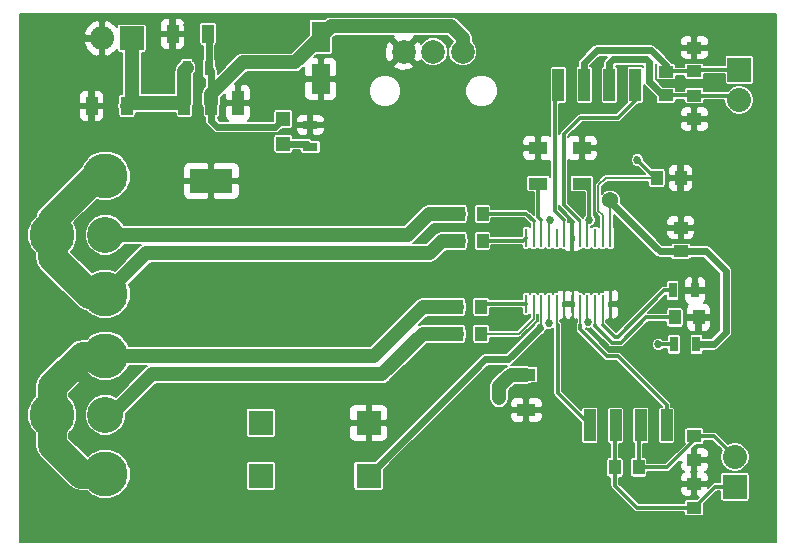
<source format=gbr>
G04 #@! TF.FileFunction,Copper,L1,Top,Signal*
%FSLAX46Y46*%
G04 Gerber Fmt 4.6, Leading zero omitted, Abs format (unit mm)*
G04 Created by KiCad (PCBNEW 4.0.0-2.201512072331+6194~38~ubuntu14.04.1-stable) date Tue 05 Jul 2016 05:48:41 PM CEST*
%MOMM*%
G01*
G04 APERTURE LIST*
%ADD10C,0.100000*%
%ADD11C,0.685800*%
%ADD12C,3.810000*%
%ADD13C,3.048000*%
%ADD14R,1.000000X1.600000*%
%ADD15R,1.250000X1.000000*%
%ADD16R,1.600000X1.000000*%
%ADD17R,1.600200X2.600960*%
%ADD18R,1.000000X1.250000*%
%ADD19R,0.990600X2.692400*%
%ADD20R,2.032000X2.032000*%
%ADD21O,2.032000X2.032000*%
%ADD22R,0.700000X1.300000*%
%ADD23C,2.000000*%
%ADD24R,2.108200X2.108200*%
%ADD25R,3.657600X2.032000*%
%ADD26R,1.016000X2.032000*%
%ADD27R,1.300000X0.700000*%
%ADD28R,1.198880X1.198880*%
%ADD29R,0.250000X1.550000*%
%ADD30R,7.800000X3.400000*%
%ADD31C,0.508000*%
%ADD32C,1.371600*%
%ADD33C,1.219200*%
%ADD34C,0.152400*%
%ADD35C,0.609600*%
%ADD36C,0.304800*%
%ADD37C,2.438400*%
G04 APERTURE END LIST*
D10*
D11*
X151130000Y-91440000D03*
X151130000Y-83820000D03*
X148590000Y-83820000D03*
X146050000Y-86360000D03*
X143510000Y-86360000D03*
X146050000Y-83820000D03*
D12*
X101600000Y-116840000D03*
X106095800Y-111836200D03*
X106095800Y-121843800D03*
D13*
X106095800Y-116840000D03*
D11*
X161290000Y-127000000D03*
X158750000Y-127000000D03*
X156210000Y-127000000D03*
X153670000Y-127000000D03*
X151130000Y-127000000D03*
X148590000Y-127000000D03*
X146050000Y-127000000D03*
X143510000Y-127000000D03*
X140970000Y-127000000D03*
X138430000Y-127000000D03*
X135890000Y-127000000D03*
X133350000Y-127000000D03*
X130810000Y-127000000D03*
X128270000Y-127000000D03*
X125730000Y-127000000D03*
X123190000Y-127000000D03*
X120650000Y-127000000D03*
X118110000Y-127000000D03*
X115570000Y-127000000D03*
X113030000Y-127000000D03*
X110490000Y-127000000D03*
X107950000Y-127000000D03*
X105410000Y-127000000D03*
X102870000Y-127000000D03*
X100330000Y-127000000D03*
X148590000Y-124460000D03*
X146050000Y-124460000D03*
X143510000Y-124460000D03*
X140970000Y-124460000D03*
X138430000Y-124460000D03*
X135890000Y-124460000D03*
X133350000Y-124460000D03*
X130810000Y-124460000D03*
X128270000Y-124460000D03*
X125730000Y-124460000D03*
X123190000Y-124460000D03*
X120650000Y-124460000D03*
X118110000Y-124460000D03*
X115570000Y-124460000D03*
X113030000Y-124460000D03*
X110490000Y-124460000D03*
X107950000Y-124460000D03*
X105410000Y-124460000D03*
X102870000Y-124460000D03*
X100330000Y-124460000D03*
X146050000Y-121920000D03*
X143510000Y-121920000D03*
X140970000Y-121920000D03*
X138430000Y-121920000D03*
X135890000Y-121920000D03*
X133350000Y-121920000D03*
X130810000Y-121920000D03*
X125730000Y-121920000D03*
X123190000Y-121920000D03*
X115570000Y-121920000D03*
X113030000Y-121920000D03*
X110490000Y-121920000D03*
X100330000Y-121920000D03*
X143510000Y-119380000D03*
X140970000Y-119380000D03*
X138430000Y-119380000D03*
X135890000Y-119380000D03*
X133350000Y-119380000D03*
X128270000Y-119380000D03*
X125730000Y-119380000D03*
X123190000Y-119380000D03*
X120650000Y-119380000D03*
X118110000Y-119380000D03*
X115570000Y-119380000D03*
X113030000Y-119380000D03*
X110490000Y-119380000D03*
X107950000Y-119380000D03*
X161290000Y-116840000D03*
X158750000Y-116840000D03*
X156210000Y-116840000D03*
X143510000Y-116840000D03*
X138430000Y-116840000D03*
X135890000Y-116840000D03*
X130810000Y-116840000D03*
X125730000Y-116840000D03*
X123190000Y-116840000D03*
X115570000Y-116840000D03*
X113030000Y-116840000D03*
X110490000Y-116840000D03*
X161290000Y-114300000D03*
X158750000Y-114300000D03*
X156210000Y-114300000D03*
X153670000Y-114300000D03*
X148590000Y-114300000D03*
X146050000Y-114300000D03*
X143510000Y-114300000D03*
X133350000Y-114300000D03*
X130810000Y-114300000D03*
X161290000Y-111760000D03*
X158750000Y-111760000D03*
X151130000Y-111760000D03*
X146050000Y-111760000D03*
X143510000Y-111760000D03*
X135890000Y-111760000D03*
X133350000Y-111760000D03*
X100330000Y-111760000D03*
X161290000Y-109220000D03*
X140970000Y-109220000D03*
X128270000Y-109220000D03*
X125730000Y-109220000D03*
X123190000Y-109220000D03*
X120650000Y-109220000D03*
X118110000Y-109220000D03*
X115570000Y-109220000D03*
X113030000Y-109220000D03*
X110490000Y-109220000D03*
X107950000Y-109220000D03*
X105410000Y-109220000D03*
X102870000Y-109220000D03*
X100330000Y-109220000D03*
X161290000Y-106680000D03*
X130810000Y-106680000D03*
X128270000Y-106680000D03*
X125730000Y-106680000D03*
X123190000Y-106680000D03*
X120650000Y-106680000D03*
X118110000Y-106680000D03*
X115570000Y-106680000D03*
X113030000Y-106680000D03*
X110490000Y-106680000D03*
X100330000Y-106680000D03*
X161290000Y-104140000D03*
X156210000Y-104140000D03*
X153670000Y-104140000D03*
X161290000Y-101600000D03*
X158750000Y-101600000D03*
X156210000Y-101600000D03*
X161290000Y-99060000D03*
X158750000Y-99060000D03*
X156210000Y-99060000D03*
X153670000Y-99060000D03*
X151130000Y-99060000D03*
X130810000Y-99060000D03*
X128270000Y-99060000D03*
X125730000Y-99060000D03*
X123190000Y-99060000D03*
X120650000Y-99060000D03*
X118110000Y-99060000D03*
X115570000Y-99060000D03*
X113030000Y-99060000D03*
X110490000Y-99060000D03*
X107950000Y-99060000D03*
X100330000Y-99060000D03*
X161290000Y-96520000D03*
X158750000Y-96520000D03*
X156210000Y-96520000D03*
X140970000Y-96520000D03*
X138430000Y-96520000D03*
X135890000Y-96520000D03*
X133350000Y-96520000D03*
X130810000Y-96520000D03*
X128270000Y-96520000D03*
X125730000Y-96520000D03*
X123190000Y-96520000D03*
X120650000Y-96520000D03*
X118110000Y-96520000D03*
X110490000Y-96520000D03*
X102870000Y-96520000D03*
X100330000Y-96520000D03*
X161290000Y-93980000D03*
X158750000Y-93980000D03*
X156210000Y-93980000D03*
X153670000Y-93980000D03*
X148590000Y-93980000D03*
X140970000Y-93980000D03*
X138430000Y-93980000D03*
X135890000Y-93980000D03*
X133350000Y-93980000D03*
X130810000Y-93980000D03*
X128270000Y-93980000D03*
X125730000Y-93980000D03*
X118110000Y-93980000D03*
X115570000Y-93980000D03*
X113030000Y-93980000D03*
X110490000Y-93980000D03*
X107950000Y-93980000D03*
X105410000Y-93980000D03*
X102870000Y-93980000D03*
X100330000Y-93980000D03*
X153670000Y-91440000D03*
X140970000Y-91440000D03*
X138430000Y-91440000D03*
X135890000Y-91440000D03*
X133350000Y-91440000D03*
X130810000Y-91440000D03*
X128270000Y-91440000D03*
X125730000Y-91440000D03*
X105410000Y-88900000D03*
X102870000Y-91440000D03*
X100330000Y-91440000D03*
X135890000Y-88900000D03*
X133350000Y-88900000D03*
X120650000Y-88900000D03*
X110490000Y-88900000D03*
X102870000Y-88900000D03*
X100330000Y-88900000D03*
X140970000Y-86360000D03*
X128270000Y-86360000D03*
X110490000Y-86360000D03*
X102870000Y-86360000D03*
X100330000Y-86360000D03*
X161290000Y-83820000D03*
X158750000Y-83820000D03*
X156210000Y-83820000D03*
X153670000Y-83820000D03*
X143510000Y-83820000D03*
X140970000Y-83820000D03*
X120650000Y-83820000D03*
X118110000Y-83820000D03*
X113030000Y-83820000D03*
X110490000Y-83820000D03*
X102870000Y-83820000D03*
D14*
X104926000Y-90678000D03*
X107926000Y-90678000D03*
X111784000Y-84582000D03*
X114784000Y-84582000D03*
D15*
X153543000Y-89773000D03*
X153543000Y-87773000D03*
X155956000Y-85741000D03*
X155956000Y-87741000D03*
D16*
X142748000Y-94258000D03*
X142748000Y-97258000D03*
D17*
X124333000Y-88414860D03*
X124333000Y-84813140D03*
D16*
X141732000Y-116435000D03*
X141732000Y-113435000D03*
X146431000Y-94258000D03*
X146431000Y-97258000D03*
D15*
X155956000Y-91805000D03*
X155956000Y-89805000D03*
D18*
X151241000Y-121285000D03*
X149241000Y-121285000D03*
D15*
X155956000Y-122698000D03*
X155956000Y-124698000D03*
D18*
X138033000Y-99822000D03*
X136033000Y-99822000D03*
X138033000Y-102108000D03*
X136033000Y-102108000D03*
X137906000Y-109982000D03*
X135906000Y-109982000D03*
X137906000Y-107696000D03*
X135906000Y-107696000D03*
D15*
X155956000Y-120634000D03*
X155956000Y-118634000D03*
D18*
X154321000Y-108585000D03*
X156321000Y-108585000D03*
D15*
X154813000Y-100981000D03*
X154813000Y-102981000D03*
D18*
X154797000Y-96774000D03*
X152797000Y-96774000D03*
D19*
X144449800Y-88900000D03*
X146634200Y-88900000D03*
X150952200Y-88900000D03*
X148767800Y-88900000D03*
X147116800Y-117729000D03*
X149301200Y-117729000D03*
X153619200Y-117729000D03*
X151434800Y-117729000D03*
D20*
X108331000Y-84963000D03*
D21*
X105791000Y-84963000D03*
D22*
X114869000Y-87503000D03*
X112969000Y-87503000D03*
X156144000Y-110871000D03*
X154244000Y-110871000D03*
X154117000Y-106299000D03*
X156017000Y-106299000D03*
D23*
X136358000Y-86106000D03*
X133858000Y-86106000D03*
X131358000Y-86106000D03*
D20*
X159766000Y-87630000D03*
D21*
X159766000Y-90170000D03*
D20*
X159385000Y-122936000D03*
D21*
X159385000Y-120396000D03*
D24*
X128384300Y-122008900D03*
X119265700Y-122008900D03*
X128384300Y-117513100D03*
X119265700Y-117513100D03*
D25*
X115062000Y-97028000D03*
D26*
X115062000Y-90424000D03*
X112776000Y-90424000D03*
X117348000Y-90424000D03*
D27*
X123444000Y-94168000D03*
X123444000Y-92268000D03*
D12*
X101600000Y-101600000D03*
X106095800Y-96596200D03*
X106095800Y-106603800D03*
D13*
X106095800Y-101600000D03*
D28*
X121158000Y-91787980D03*
X121158000Y-93886020D03*
D11*
X100330000Y-83820000D03*
D29*
X141713000Y-107448000D03*
X142363000Y-107448000D03*
X143013000Y-107448000D03*
X143663000Y-107448000D03*
X144313000Y-107448000D03*
X144963000Y-107448000D03*
X145613000Y-107448000D03*
X146263000Y-107448000D03*
X146913000Y-107448000D03*
X147563000Y-107448000D03*
X148213000Y-107448000D03*
X148863000Y-107448000D03*
X148863000Y-101848000D03*
X148213000Y-101848000D03*
X147563000Y-101848000D03*
X146913000Y-101848000D03*
X146263000Y-101848000D03*
X145613000Y-101848000D03*
X144963000Y-101848000D03*
X144313000Y-101848000D03*
X143663000Y-101848000D03*
X143013000Y-101848000D03*
X142363000Y-101848000D03*
X141713000Y-101848000D03*
D30*
X145288000Y-104648000D03*
D31*
X142038000Y-103598000D03*
X143338000Y-103598000D03*
X144638000Y-103598000D03*
X145938000Y-103598000D03*
X147238000Y-103598000D03*
X148538000Y-103598000D03*
X142038000Y-104648000D03*
X143338000Y-104648000D03*
X144638000Y-104648000D03*
X145938000Y-104648000D03*
X147238000Y-104648000D03*
X148538000Y-104648000D03*
X142038000Y-105698000D03*
X143338000Y-105698000D03*
X144638000Y-105698000D03*
X145938000Y-105698000D03*
X147238000Y-105698000D03*
X148538000Y-105698000D03*
D11*
X143637000Y-109093000D03*
X146939000Y-108966000D03*
X139446000Y-115443000D03*
D32*
X148844000Y-98679000D03*
D11*
X143764000Y-100330000D03*
X147066000Y-100330000D03*
X142875000Y-109474000D03*
X152908000Y-110871000D03*
X151130000Y-95250000D03*
D33*
X107926000Y-90678000D02*
X108180000Y-90424000D01*
X108180000Y-90424000D02*
X112776000Y-90424000D01*
X108331000Y-84963000D02*
X108331000Y-90273000D01*
X108331000Y-90273000D02*
X107926000Y-90678000D01*
X112969000Y-87503000D02*
X112776000Y-87696000D01*
X112776000Y-87696000D02*
X112776000Y-90424000D01*
D34*
X143663000Y-109067000D02*
X143663000Y-107448000D01*
X143637000Y-109093000D02*
X143663000Y-109067000D01*
X146913000Y-108940000D02*
X146939000Y-108966000D01*
D35*
X153019000Y-102981000D02*
X154813000Y-102981000D01*
X148844000Y-98806000D02*
X153019000Y-102981000D01*
D33*
X140422686Y-113435000D02*
X141732000Y-113435000D01*
X139446000Y-114411686D02*
X140422686Y-113435000D01*
X139446000Y-115443000D02*
X139446000Y-114411686D01*
D34*
X148863000Y-98698000D02*
X148863000Y-101848000D01*
X148844000Y-98679000D02*
X148863000Y-98698000D01*
X146913000Y-107448000D02*
X146913000Y-108940000D01*
D35*
X154813000Y-102981000D02*
X156956000Y-102981000D01*
X157607000Y-110871000D02*
X156144000Y-110871000D01*
X158623000Y-109855000D02*
X157607000Y-110871000D01*
X158623000Y-104648000D02*
X158623000Y-109855000D01*
X156956000Y-102981000D02*
X158623000Y-104648000D01*
D33*
X124333000Y-84813140D02*
X125199140Y-83947000D01*
X136358000Y-84923000D02*
X136358000Y-86106000D01*
X135382000Y-83947000D02*
X136358000Y-84923000D01*
X125199140Y-83947000D02*
X135382000Y-83947000D01*
X115062000Y-90424000D02*
X115062000Y-89662000D01*
X115062000Y-89662000D02*
X117729000Y-86995000D01*
X122151140Y-86995000D02*
X124333000Y-84813140D01*
X117729000Y-86995000D02*
X122151140Y-86995000D01*
D35*
X115062000Y-90424000D02*
X115062000Y-87696000D01*
X115062000Y-87696000D02*
X114869000Y-87503000D01*
X115062000Y-90424000D02*
X115062000Y-91948000D01*
X120489980Y-92456000D02*
X121158000Y-91787980D01*
X115570000Y-92456000D02*
X120489980Y-92456000D01*
X115062000Y-91948000D02*
X115570000Y-92456000D01*
X114959000Y-84455000D02*
X114869000Y-84545000D01*
X114869000Y-84545000D02*
X114869000Y-87503000D01*
D34*
X143663000Y-101848000D02*
X143663000Y-100431000D01*
X143663000Y-100431000D02*
X143764000Y-100330000D01*
X146913000Y-100483000D02*
X147066000Y-100330000D01*
D36*
X147066000Y-97893000D02*
X147066000Y-100330000D01*
D34*
X147066000Y-100330000D02*
X146939000Y-100330000D01*
X146939000Y-100330000D02*
X147066000Y-100330000D01*
X147066000Y-100330000D02*
X146939000Y-100330000D01*
D36*
X146939000Y-100330000D02*
X146939000Y-100330000D01*
D34*
X146913000Y-101848000D02*
X146913000Y-100483000D01*
D36*
X146431000Y-97258000D02*
X147066000Y-97893000D01*
D35*
X153543000Y-89773000D02*
X153273000Y-89773000D01*
X153273000Y-89773000D02*
X152146000Y-88646000D01*
X148767800Y-87071200D02*
X148767800Y-88900000D01*
X149097998Y-86741002D02*
X148767800Y-87071200D01*
X151892002Y-86741002D02*
X149097998Y-86741002D01*
X152146000Y-86995000D02*
X151892002Y-86741002D01*
X152146000Y-88646000D02*
X152146000Y-86995000D01*
D36*
X155956000Y-89805000D02*
X155924000Y-89773000D01*
X155924000Y-89773000D02*
X153543000Y-89773000D01*
X159766000Y-90170000D02*
X159401000Y-89805000D01*
X159401000Y-89805000D02*
X155956000Y-89805000D01*
D35*
X153543000Y-87773000D02*
X153543000Y-87249000D01*
X146634200Y-87045800D02*
X146634200Y-88900000D01*
X147701000Y-85979000D02*
X146634200Y-87045800D01*
X152273000Y-85979000D02*
X147701000Y-85979000D01*
X153543000Y-87249000D02*
X152273000Y-85979000D01*
D36*
X155956000Y-87741000D02*
X153575000Y-87741000D01*
X153575000Y-87741000D02*
X153543000Y-87773000D01*
X159766000Y-87630000D02*
X156067000Y-87630000D01*
X156067000Y-87630000D02*
X155956000Y-87741000D01*
X151241000Y-121285000D02*
X151241000Y-117922800D01*
X151241000Y-117922800D02*
X151434800Y-117729000D01*
X155956000Y-118634000D02*
X155956000Y-118999000D01*
X155956000Y-118999000D02*
X153670000Y-121285000D01*
X153670000Y-121285000D02*
X151241000Y-121285000D01*
X159385000Y-120396000D02*
X157623000Y-118634000D01*
X157623000Y-118634000D02*
X155956000Y-118634000D01*
X155956000Y-124698000D02*
X151114000Y-124698000D01*
X151114000Y-124698000D02*
X149241000Y-122825000D01*
X149241000Y-121285000D02*
X149241000Y-117789200D01*
X149241000Y-117789200D02*
X149301200Y-117729000D01*
X149241000Y-122825000D02*
X149241000Y-121285000D01*
X159385000Y-122936000D02*
X157718000Y-122936000D01*
X157718000Y-122936000D02*
X155956000Y-124698000D01*
D34*
X142367000Y-101844000D02*
X142367000Y-100457000D01*
D36*
X141732000Y-99822000D02*
X142367000Y-100457000D01*
X141732000Y-99822000D02*
X138033000Y-99822000D01*
D34*
X142367000Y-101844000D02*
X142363000Y-101848000D01*
D33*
X106095800Y-101600000D02*
X131699000Y-101600000D01*
X133477000Y-99822000D02*
X136033000Y-99822000D01*
X131699000Y-101600000D02*
X133477000Y-99822000D01*
D36*
X138033000Y-102108000D02*
X141453000Y-102108000D01*
X141453000Y-102108000D02*
X141713000Y-101848000D01*
D37*
X106095800Y-96596200D02*
X105333800Y-96596200D01*
D33*
X106095800Y-106603800D02*
X109575600Y-103124000D01*
X134620000Y-102108000D02*
X136033000Y-102108000D01*
X133604000Y-103124000D02*
X134620000Y-102108000D01*
X109575600Y-103124000D02*
X133604000Y-103124000D01*
D37*
X106095800Y-106603800D02*
X104698800Y-106603800D01*
X104698800Y-106603800D02*
X101600000Y-103505000D01*
X101600000Y-103505000D02*
X101600000Y-101600000D01*
X105333800Y-96596200D02*
X101600000Y-100330000D01*
X101600000Y-100330000D02*
X101600000Y-101600000D01*
D34*
X137906000Y-109982000D02*
X141097000Y-109982000D01*
X142363000Y-108716000D02*
X142363000Y-107448000D01*
X141097000Y-109982000D02*
X142363000Y-108716000D01*
D33*
X106095800Y-116840000D02*
X106603802Y-116840000D01*
X106603802Y-116840000D02*
X110032802Y-113411000D01*
X110032802Y-113411000D02*
X129540000Y-113411000D01*
X129540000Y-113411000D02*
X132969000Y-109982000D01*
X132969000Y-109982000D02*
X135906000Y-109982000D01*
D36*
X137906000Y-107696000D02*
X138154000Y-107448000D01*
X138154000Y-107448000D02*
X141713000Y-107448000D01*
D33*
X106095800Y-111836200D02*
X128828800Y-111836200D01*
X132969000Y-107696000D02*
X135906000Y-107696000D01*
X128828800Y-111836200D02*
X132969000Y-107696000D01*
D37*
X106095800Y-121843800D02*
X104063800Y-121843800D01*
X101600000Y-119380000D02*
X101600000Y-116840000D01*
X104063800Y-121843800D02*
X101600000Y-119380000D01*
X106095800Y-111836200D02*
X104190800Y-111836200D01*
X104190800Y-111836200D02*
X101600000Y-114427000D01*
X101600000Y-114427000D02*
X101600000Y-116840000D01*
D34*
X147574000Y-107459000D02*
X147574000Y-109220000D01*
D36*
X151892000Y-108585000D02*
X149733000Y-110744000D01*
X149733000Y-110744000D02*
X148971000Y-110744000D01*
X148971000Y-110744000D02*
X147574000Y-109347000D01*
X147574000Y-109347000D02*
X147574000Y-109220000D01*
X151892000Y-108585000D02*
X154321000Y-108585000D01*
D34*
X147574000Y-107459000D02*
X147563000Y-107448000D01*
D35*
X128384300Y-122008900D02*
X138252200Y-112141000D01*
X140208000Y-112141000D02*
X142875000Y-109474000D01*
X138252200Y-112141000D02*
X140208000Y-112141000D01*
D34*
X142875000Y-109474000D02*
X143013000Y-109336000D01*
D36*
X154244000Y-110871000D02*
X152908000Y-110871000D01*
D34*
X143013000Y-109336000D02*
X143013000Y-107448000D01*
X148209000Y-107452000D02*
X148209000Y-109220000D01*
D36*
X153416000Y-106299000D02*
X149479000Y-110236000D01*
X149479000Y-110236000D02*
X149225000Y-110236000D01*
X149225000Y-110236000D02*
X148209000Y-109220000D01*
X153416000Y-106299000D02*
X154117000Y-106299000D01*
D34*
X148209000Y-107452000D02*
X148213000Y-107448000D01*
D36*
X151130000Y-95250000D02*
X152654000Y-96774000D01*
X152654000Y-96774000D02*
X152797000Y-96774000D01*
D34*
X152797000Y-96774000D02*
X148463000Y-96774000D01*
X148463000Y-96774000D02*
X147828000Y-97409000D01*
X147828000Y-97409000D02*
X147828000Y-99568000D01*
X147828000Y-99568000D02*
X148213000Y-99953000D01*
D36*
X152797000Y-96774000D02*
X152797000Y-96536000D01*
D34*
X148213000Y-99953000D02*
X148213000Y-101848000D01*
D35*
X123162020Y-93886020D02*
X123444000Y-94168000D01*
X121158000Y-93886020D02*
X123162020Y-93886020D01*
D34*
X144399000Y-109220000D02*
X144313000Y-109134000D01*
D36*
X144399000Y-115011200D02*
X144399000Y-109220000D01*
X147116800Y-117729000D02*
X144399000Y-115011200D01*
D34*
X144313000Y-109134000D02*
X144313000Y-107448000D01*
X143002000Y-101837000D02*
X143002000Y-100330000D01*
D36*
X142748000Y-100076000D02*
X143002000Y-100330000D01*
X142748000Y-100076000D02*
X142748000Y-97258000D01*
D34*
X143002000Y-101837000D02*
X143013000Y-101848000D01*
X144907000Y-100330000D02*
X144963000Y-100386000D01*
D36*
X144145000Y-99568000D02*
X144907000Y-100330000D01*
X144145000Y-89204800D02*
X144145000Y-99568000D01*
D34*
X144963000Y-100386000D02*
X144963000Y-101848000D01*
D36*
X144449800Y-88900000D02*
X144145000Y-89204800D01*
D34*
X146177000Y-100330000D02*
X146263000Y-100416000D01*
D36*
X144907000Y-99060000D02*
X146177000Y-100330000D01*
X144907000Y-93091000D02*
X144907000Y-99060000D01*
X146304000Y-91694000D02*
X144907000Y-93091000D01*
X149479000Y-91694000D02*
X146304000Y-91694000D01*
X150952200Y-90220800D02*
X149479000Y-91694000D01*
D34*
X146263000Y-100416000D02*
X146263000Y-101848000D01*
D36*
X150952200Y-88900000D02*
X150952200Y-90220800D01*
D34*
X146304000Y-101807000D02*
X146263000Y-101848000D01*
X146304000Y-101807000D02*
X146263000Y-101848000D01*
X146304000Y-107489000D02*
X146304000Y-109220000D01*
D36*
X149479000Y-111887000D02*
X148590000Y-111887000D01*
X148590000Y-111887000D02*
X146304000Y-109601000D01*
X146304000Y-109601000D02*
X146304000Y-109220000D01*
X153619200Y-116027200D02*
X149479000Y-111887000D01*
X153619200Y-116027200D02*
X153619200Y-117729000D01*
D34*
X146304000Y-107489000D02*
X146263000Y-107448000D01*
G36*
X162891400Y-127585400D02*
X98855600Y-127585400D01*
X98855600Y-117262537D01*
X99466030Y-117262537D01*
X99790167Y-118047009D01*
X100152200Y-118409674D01*
X100152200Y-119380000D01*
X100262407Y-119934049D01*
X100576251Y-120403749D01*
X103040051Y-122867549D01*
X103509750Y-123181393D01*
X103601673Y-123199677D01*
X104063800Y-123291600D01*
X104526338Y-123291600D01*
X104885635Y-123651524D01*
X105669539Y-123977029D01*
X106518337Y-123977770D01*
X107302809Y-123653633D01*
X107903524Y-123053965D01*
X108229029Y-122270061D01*
X108229770Y-121421263D01*
X108037032Y-120954800D01*
X117978522Y-120954800D01*
X117978522Y-123063000D01*
X117994462Y-123147714D01*
X118044528Y-123225518D01*
X118120920Y-123277715D01*
X118211600Y-123296078D01*
X120319800Y-123296078D01*
X120404514Y-123280138D01*
X120482318Y-123230072D01*
X120534515Y-123153680D01*
X120552878Y-123063000D01*
X120552878Y-120954800D01*
X127097122Y-120954800D01*
X127097122Y-123063000D01*
X127113062Y-123147714D01*
X127163128Y-123225518D01*
X127239520Y-123277715D01*
X127330200Y-123296078D01*
X129438400Y-123296078D01*
X129523114Y-123280138D01*
X129600918Y-123230072D01*
X129653115Y-123153680D01*
X129671478Y-123063000D01*
X129671478Y-121476064D01*
X130487542Y-120660000D01*
X148507922Y-120660000D01*
X148507922Y-121910000D01*
X148523862Y-121994714D01*
X148573928Y-122072518D01*
X148650320Y-122124715D01*
X148741000Y-122143078D01*
X148860000Y-122143078D01*
X148860000Y-122825000D01*
X148889002Y-122970803D01*
X148971592Y-123094408D01*
X150844592Y-124967408D01*
X150968197Y-125049998D01*
X151114000Y-125079000D01*
X155097922Y-125079000D01*
X155097922Y-125198000D01*
X155113862Y-125282714D01*
X155163928Y-125360518D01*
X155240320Y-125412715D01*
X155331000Y-125431078D01*
X156581000Y-125431078D01*
X156665714Y-125415138D01*
X156743518Y-125365072D01*
X156795715Y-125288680D01*
X156814078Y-125198000D01*
X156814078Y-124378738D01*
X157875815Y-123317000D01*
X158135922Y-123317000D01*
X158135922Y-123952000D01*
X158151862Y-124036714D01*
X158201928Y-124114518D01*
X158278320Y-124166715D01*
X158369000Y-124185078D01*
X160401000Y-124185078D01*
X160485714Y-124169138D01*
X160563518Y-124119072D01*
X160615715Y-124042680D01*
X160634078Y-123952000D01*
X160634078Y-121920000D01*
X160618138Y-121835286D01*
X160568072Y-121757482D01*
X160491680Y-121705285D01*
X160401000Y-121686922D01*
X158369000Y-121686922D01*
X158284286Y-121702862D01*
X158206482Y-121752928D01*
X158154285Y-121829320D01*
X158135922Y-121920000D01*
X158135922Y-122555000D01*
X157718000Y-122555000D01*
X157572197Y-122584002D01*
X157522688Y-122617083D01*
X157448592Y-122666592D01*
X157448590Y-122666595D01*
X157129267Y-122985917D01*
X157019150Y-122875800D01*
X156133800Y-122875800D01*
X156133800Y-123636150D01*
X156279850Y-123782200D01*
X156332984Y-123782200D01*
X156150262Y-123964922D01*
X155331000Y-123964922D01*
X155246286Y-123980862D01*
X155168482Y-124030928D01*
X155116285Y-124107320D01*
X155097922Y-124198000D01*
X155097922Y-124317000D01*
X151271816Y-124317000D01*
X149976666Y-123021850D01*
X154746800Y-123021850D01*
X154746800Y-123314205D01*
X154835739Y-123528923D01*
X155000078Y-123693261D01*
X155214796Y-123782200D01*
X155632150Y-123782200D01*
X155778200Y-123636150D01*
X155778200Y-122875800D01*
X154892850Y-122875800D01*
X154746800Y-123021850D01*
X149976666Y-123021850D01*
X149622000Y-122667184D01*
X149622000Y-122143078D01*
X149741000Y-122143078D01*
X149825714Y-122127138D01*
X149903518Y-122077072D01*
X149955715Y-122000680D01*
X149974078Y-121910000D01*
X149974078Y-120660000D01*
X150507922Y-120660000D01*
X150507922Y-121910000D01*
X150523862Y-121994714D01*
X150573928Y-122072518D01*
X150650320Y-122124715D01*
X150741000Y-122143078D01*
X151741000Y-122143078D01*
X151825714Y-122127138D01*
X151903518Y-122077072D01*
X151955715Y-122000680D01*
X151974078Y-121910000D01*
X151974078Y-121666000D01*
X153670000Y-121666000D01*
X153815803Y-121636998D01*
X153939408Y-121554408D01*
X154746800Y-120747016D01*
X154746800Y-120811802D01*
X154892848Y-120811802D01*
X154746800Y-120957850D01*
X154746800Y-121250205D01*
X154835739Y-121464923D01*
X155000078Y-121629261D01*
X155088774Y-121666000D01*
X155000078Y-121702739D01*
X154835739Y-121867077D01*
X154746800Y-122081795D01*
X154746800Y-122374150D01*
X154892850Y-122520200D01*
X155778200Y-122520200D01*
X155778200Y-121759850D01*
X155684350Y-121666000D01*
X155778200Y-121572150D01*
X155778200Y-120811800D01*
X156133800Y-120811800D01*
X156133800Y-121572150D01*
X156227650Y-121666000D01*
X156133800Y-121759850D01*
X156133800Y-122520200D01*
X157019150Y-122520200D01*
X157165200Y-122374150D01*
X157165200Y-122081795D01*
X157076261Y-121867077D01*
X156911922Y-121702739D01*
X156823226Y-121666000D01*
X156911922Y-121629261D01*
X157076261Y-121464923D01*
X157165200Y-121250205D01*
X157165200Y-120957850D01*
X157019150Y-120811800D01*
X156133800Y-120811800D01*
X155778200Y-120811800D01*
X155758200Y-120811800D01*
X155758200Y-120456200D01*
X155778200Y-120456200D01*
X155778200Y-119715616D01*
X155797966Y-119695850D01*
X156133800Y-119695850D01*
X156133800Y-120456200D01*
X157019150Y-120456200D01*
X157165200Y-120310150D01*
X157165200Y-120017795D01*
X157076261Y-119803077D01*
X156911922Y-119638739D01*
X156697204Y-119549800D01*
X156279850Y-119549800D01*
X156133800Y-119695850D01*
X155797966Y-119695850D01*
X156126738Y-119367078D01*
X156581000Y-119367078D01*
X156665714Y-119351138D01*
X156743518Y-119301072D01*
X156795715Y-119224680D01*
X156814078Y-119134000D01*
X156814078Y-119015000D01*
X157465184Y-119015000D01*
X158274499Y-119824315D01*
X158210757Y-119919712D01*
X158116017Y-120396000D01*
X158210757Y-120872288D01*
X158480552Y-121276065D01*
X158884329Y-121545860D01*
X159360617Y-121640600D01*
X159409383Y-121640600D01*
X159885671Y-121545860D01*
X160289448Y-121276065D01*
X160559243Y-120872288D01*
X160653983Y-120396000D01*
X160559243Y-119919712D01*
X160289448Y-119515935D01*
X159885671Y-119246140D01*
X159409383Y-119151400D01*
X159360617Y-119151400D01*
X158884329Y-119246140D01*
X158818165Y-119290349D01*
X157892408Y-118364592D01*
X157768803Y-118282002D01*
X157623000Y-118253000D01*
X156814078Y-118253000D01*
X156814078Y-118134000D01*
X156798138Y-118049286D01*
X156748072Y-117971482D01*
X156671680Y-117919285D01*
X156581000Y-117900922D01*
X155331000Y-117900922D01*
X155246286Y-117916862D01*
X155168482Y-117966928D01*
X155116285Y-118043320D01*
X155097922Y-118134000D01*
X155097922Y-119134000D01*
X155113862Y-119218714D01*
X155146598Y-119269586D01*
X153512184Y-120904000D01*
X151974078Y-120904000D01*
X151974078Y-120660000D01*
X151958138Y-120575286D01*
X151908072Y-120497482D01*
X151831680Y-120445285D01*
X151741000Y-120426922D01*
X151622000Y-120426922D01*
X151622000Y-119308278D01*
X151930100Y-119308278D01*
X152014814Y-119292338D01*
X152092618Y-119242272D01*
X152144815Y-119165880D01*
X152163178Y-119075200D01*
X152163178Y-116382800D01*
X152147238Y-116298086D01*
X152097172Y-116220282D01*
X152020780Y-116168085D01*
X151930100Y-116149722D01*
X150939500Y-116149722D01*
X150854786Y-116165662D01*
X150776982Y-116215728D01*
X150724785Y-116292120D01*
X150706422Y-116382800D01*
X150706422Y-119075200D01*
X150722362Y-119159914D01*
X150772428Y-119237718D01*
X150848820Y-119289915D01*
X150860000Y-119292179D01*
X150860000Y-120426922D01*
X150741000Y-120426922D01*
X150656286Y-120442862D01*
X150578482Y-120492928D01*
X150526285Y-120569320D01*
X150507922Y-120660000D01*
X149974078Y-120660000D01*
X149958138Y-120575286D01*
X149908072Y-120497482D01*
X149831680Y-120445285D01*
X149741000Y-120426922D01*
X149622000Y-120426922D01*
X149622000Y-119308278D01*
X149796500Y-119308278D01*
X149881214Y-119292338D01*
X149959018Y-119242272D01*
X150011215Y-119165880D01*
X150029578Y-119075200D01*
X150029578Y-116382800D01*
X150013638Y-116298086D01*
X149963572Y-116220282D01*
X149887180Y-116168085D01*
X149796500Y-116149722D01*
X148805900Y-116149722D01*
X148721186Y-116165662D01*
X148643382Y-116215728D01*
X148591185Y-116292120D01*
X148572822Y-116382800D01*
X148572822Y-119075200D01*
X148588762Y-119159914D01*
X148638828Y-119237718D01*
X148715220Y-119289915D01*
X148805900Y-119308278D01*
X148860000Y-119308278D01*
X148860000Y-120426922D01*
X148741000Y-120426922D01*
X148656286Y-120442862D01*
X148578482Y-120492928D01*
X148526285Y-120569320D01*
X148507922Y-120660000D01*
X130487542Y-120660000D01*
X134388692Y-116758850D01*
X140347800Y-116758850D01*
X140347800Y-117051205D01*
X140436739Y-117265923D01*
X140601078Y-117430261D01*
X140815796Y-117519200D01*
X141408150Y-117519200D01*
X141554200Y-117373150D01*
X141554200Y-116612800D01*
X141909800Y-116612800D01*
X141909800Y-117373150D01*
X142055850Y-117519200D01*
X142648204Y-117519200D01*
X142862922Y-117430261D01*
X143027261Y-117265923D01*
X143116200Y-117051205D01*
X143116200Y-116758850D01*
X142970150Y-116612800D01*
X141909800Y-116612800D01*
X141554200Y-116612800D01*
X140493850Y-116612800D01*
X140347800Y-116758850D01*
X134388692Y-116758850D01*
X138473142Y-112674400D01*
X140081274Y-112674400D01*
X139829989Y-112842303D01*
X138853303Y-113818989D01*
X138671604Y-114090920D01*
X138607800Y-114411686D01*
X138607800Y-115443000D01*
X138671604Y-115763765D01*
X138853303Y-116035697D01*
X139125235Y-116217396D01*
X139446000Y-116281200D01*
X139766765Y-116217396D01*
X140038697Y-116035697D01*
X140183626Y-115818795D01*
X140347800Y-115818795D01*
X140347800Y-116111150D01*
X140493850Y-116257200D01*
X141554200Y-116257200D01*
X141554200Y-115496850D01*
X141909800Y-115496850D01*
X141909800Y-116257200D01*
X142970150Y-116257200D01*
X143116200Y-116111150D01*
X143116200Y-115818795D01*
X143027261Y-115604077D01*
X142862922Y-115439739D01*
X142648204Y-115350800D01*
X142055850Y-115350800D01*
X141909800Y-115496850D01*
X141554200Y-115496850D01*
X141408150Y-115350800D01*
X140815796Y-115350800D01*
X140601078Y-115439739D01*
X140436739Y-115604077D01*
X140347800Y-115818795D01*
X140183626Y-115818795D01*
X140220396Y-115763765D01*
X140284200Y-115443000D01*
X140284200Y-114758880D01*
X140769880Y-114273200D01*
X141732000Y-114273200D01*
X142052765Y-114209396D01*
X142114602Y-114168078D01*
X142532000Y-114168078D01*
X142616714Y-114152138D01*
X142694518Y-114102072D01*
X142746715Y-114025680D01*
X142765078Y-113935000D01*
X142765078Y-112935000D01*
X142749138Y-112850286D01*
X142699072Y-112772482D01*
X142622680Y-112720285D01*
X142532000Y-112701922D01*
X142114602Y-112701922D01*
X142052765Y-112660604D01*
X141732000Y-112596800D01*
X140467493Y-112596800D01*
X140585171Y-112518171D01*
X143106724Y-109996617D01*
X143198306Y-109958776D01*
X143359211Y-109798151D01*
X143430643Y-109626124D01*
X143522823Y-109664400D01*
X143750180Y-109664599D01*
X143960306Y-109577776D01*
X144018000Y-109520182D01*
X144018000Y-115011200D01*
X144047002Y-115157003D01*
X144129592Y-115280608D01*
X146388422Y-117539437D01*
X146388422Y-119075200D01*
X146404362Y-119159914D01*
X146454428Y-119237718D01*
X146530820Y-119289915D01*
X146621500Y-119308278D01*
X147612100Y-119308278D01*
X147696814Y-119292338D01*
X147774618Y-119242272D01*
X147826815Y-119165880D01*
X147845178Y-119075200D01*
X147845178Y-116382800D01*
X147829238Y-116298086D01*
X147779172Y-116220282D01*
X147702780Y-116168085D01*
X147612100Y-116149722D01*
X146621500Y-116149722D01*
X146536786Y-116165662D01*
X146458982Y-116215728D01*
X146406785Y-116292120D01*
X146388422Y-116382800D01*
X146388422Y-116461807D01*
X144780000Y-114853384D01*
X144780000Y-109220000D01*
X144750998Y-109074198D01*
X144668408Y-108950592D01*
X144617800Y-108916777D01*
X144617800Y-108764124D01*
X144721795Y-108807200D01*
X144754450Y-108807200D01*
X144900500Y-108661150D01*
X144900500Y-107771850D01*
X144903800Y-107771850D01*
X144903800Y-108339204D01*
X144992739Y-108553922D01*
X145025500Y-108586683D01*
X145025500Y-108661150D01*
X145171550Y-108807200D01*
X145204205Y-108807200D01*
X145288000Y-108772491D01*
X145371795Y-108807200D01*
X145404450Y-108807200D01*
X145550500Y-108661150D01*
X145550500Y-108586683D01*
X145583261Y-108553922D01*
X145672200Y-108339204D01*
X145672200Y-107771850D01*
X145550500Y-107650150D01*
X145550500Y-107625800D01*
X145025500Y-107625800D01*
X145025500Y-107650150D01*
X144903800Y-107771850D01*
X144900500Y-107771850D01*
X144900500Y-107625800D01*
X144838000Y-107625800D01*
X144838000Y-107270200D01*
X144900500Y-107270200D01*
X144900500Y-106556796D01*
X144903800Y-106556796D01*
X144903800Y-107124150D01*
X145025500Y-107245850D01*
X145025500Y-107270200D01*
X145550500Y-107270200D01*
X145550500Y-107245850D01*
X145672200Y-107124150D01*
X145672200Y-106556796D01*
X145583261Y-106342078D01*
X145550500Y-106309317D01*
X145550500Y-106234850D01*
X145675500Y-106234850D01*
X145675500Y-107270200D01*
X145738000Y-107270200D01*
X145738000Y-107625800D01*
X145675500Y-107625800D01*
X145675500Y-108661150D01*
X145821550Y-108807200D01*
X145854205Y-108807200D01*
X145999200Y-108747141D01*
X145999200Y-109003560D01*
X145952002Y-109074198D01*
X145923000Y-109220000D01*
X145923000Y-109601000D01*
X145952002Y-109746803D01*
X146034592Y-109870408D01*
X148320592Y-112156408D01*
X148444197Y-112238998D01*
X148590000Y-112268000D01*
X149321184Y-112268000D01*
X153202906Y-116149722D01*
X153123900Y-116149722D01*
X153039186Y-116165662D01*
X152961382Y-116215728D01*
X152909185Y-116292120D01*
X152890822Y-116382800D01*
X152890822Y-119075200D01*
X152906762Y-119159914D01*
X152956828Y-119237718D01*
X153033220Y-119289915D01*
X153123900Y-119308278D01*
X154114500Y-119308278D01*
X154199214Y-119292338D01*
X154277018Y-119242272D01*
X154329215Y-119165880D01*
X154347578Y-119075200D01*
X154347578Y-116382800D01*
X154331638Y-116298086D01*
X154281572Y-116220282D01*
X154205180Y-116168085D01*
X154114500Y-116149722D01*
X154000200Y-116149722D01*
X154000200Y-116027200D01*
X153998937Y-116020850D01*
X153971198Y-115881397D01*
X153888608Y-115757792D01*
X149748408Y-111617592D01*
X149624803Y-111535002D01*
X149479000Y-111506000D01*
X148747816Y-111506000D01*
X146746831Y-109505015D01*
X146824823Y-109537400D01*
X147052180Y-109537599D01*
X147217338Y-109469356D01*
X147222002Y-109492803D01*
X147304592Y-109616408D01*
X148701590Y-111013405D01*
X148701592Y-111013408D01*
X148774023Y-111061804D01*
X148825197Y-111095998D01*
X148971000Y-111125000D01*
X149733000Y-111125000D01*
X149878803Y-111095998D01*
X150002408Y-111013408D01*
X150031636Y-110984180D01*
X152336401Y-110984180D01*
X152423224Y-111194306D01*
X152583849Y-111355211D01*
X152793823Y-111442400D01*
X153021180Y-111442599D01*
X153231306Y-111355776D01*
X153335263Y-111252000D01*
X153660922Y-111252000D01*
X153660922Y-111521000D01*
X153676862Y-111605714D01*
X153726928Y-111683518D01*
X153803320Y-111735715D01*
X153894000Y-111754078D01*
X154594000Y-111754078D01*
X154678714Y-111738138D01*
X154756518Y-111688072D01*
X154808715Y-111611680D01*
X154827078Y-111521000D01*
X154827078Y-110221000D01*
X154811138Y-110136286D01*
X154761072Y-110058482D01*
X154684680Y-110006285D01*
X154594000Y-109987922D01*
X153894000Y-109987922D01*
X153809286Y-110003862D01*
X153731482Y-110053928D01*
X153679285Y-110130320D01*
X153660922Y-110221000D01*
X153660922Y-110490000D01*
X153335182Y-110490000D01*
X153232151Y-110386789D01*
X153022177Y-110299600D01*
X152794820Y-110299401D01*
X152584694Y-110386224D01*
X152423789Y-110546849D01*
X152336600Y-110756823D01*
X152336401Y-110984180D01*
X150031636Y-110984180D01*
X152049816Y-108966000D01*
X153587922Y-108966000D01*
X153587922Y-109210000D01*
X153603862Y-109294714D01*
X153653928Y-109372518D01*
X153730320Y-109424715D01*
X153821000Y-109443078D01*
X154821000Y-109443078D01*
X154905714Y-109427138D01*
X154983518Y-109377072D01*
X155035715Y-109300680D01*
X155054078Y-109210000D01*
X155054078Y-108908850D01*
X155236800Y-108908850D01*
X155236800Y-109326204D01*
X155325739Y-109540922D01*
X155490077Y-109705261D01*
X155704795Y-109794200D01*
X155997150Y-109794200D01*
X156143200Y-109648150D01*
X156143200Y-108762800D01*
X156498800Y-108762800D01*
X156498800Y-109648150D01*
X156644850Y-109794200D01*
X156937205Y-109794200D01*
X157151923Y-109705261D01*
X157316261Y-109540922D01*
X157405200Y-109326204D01*
X157405200Y-108908850D01*
X157259150Y-108762800D01*
X156498800Y-108762800D01*
X156143200Y-108762800D01*
X155382850Y-108762800D01*
X155236800Y-108908850D01*
X155054078Y-108908850D01*
X155054078Y-107960000D01*
X155038138Y-107875286D01*
X154988072Y-107797482D01*
X154911680Y-107745285D01*
X154821000Y-107726922D01*
X153821000Y-107726922D01*
X153736286Y-107742862D01*
X153658482Y-107792928D01*
X153606285Y-107869320D01*
X153587922Y-107960000D01*
X153587922Y-108204000D01*
X152049816Y-108204000D01*
X153533922Y-106719894D01*
X153533922Y-106949000D01*
X153549862Y-107033714D01*
X153599928Y-107111518D01*
X153676320Y-107163715D01*
X153767000Y-107182078D01*
X154467000Y-107182078D01*
X154551714Y-107166138D01*
X154629518Y-107116072D01*
X154681715Y-107039680D01*
X154700078Y-106949000D01*
X154700078Y-106622850D01*
X155082800Y-106622850D01*
X155082800Y-107065204D01*
X155171739Y-107279922D01*
X155336077Y-107444261D01*
X155459452Y-107495364D01*
X155325739Y-107629078D01*
X155236800Y-107843796D01*
X155236800Y-108261150D01*
X155382850Y-108407200D01*
X156143200Y-108407200D01*
X156143200Y-108387200D01*
X156498800Y-108387200D01*
X156498800Y-108407200D01*
X157259150Y-108407200D01*
X157405200Y-108261150D01*
X157405200Y-107843796D01*
X157316261Y-107629078D01*
X157151923Y-107464739D01*
X156937205Y-107375800D01*
X156766384Y-107375800D01*
X156862261Y-107279922D01*
X156951200Y-107065204D01*
X156951200Y-106622850D01*
X156805150Y-106476800D01*
X156192000Y-106476800D01*
X156192000Y-106496800D01*
X155842000Y-106496800D01*
X155842000Y-106476800D01*
X155228850Y-106476800D01*
X155082800Y-106622850D01*
X154700078Y-106622850D01*
X154700078Y-105649000D01*
X154684138Y-105564286D01*
X154663875Y-105532796D01*
X155082800Y-105532796D01*
X155082800Y-105975150D01*
X155228850Y-106121200D01*
X155842000Y-106121200D01*
X155842000Y-105210850D01*
X156192000Y-105210850D01*
X156192000Y-106121200D01*
X156805150Y-106121200D01*
X156951200Y-105975150D01*
X156951200Y-105532796D01*
X156862261Y-105318078D01*
X156697923Y-105153739D01*
X156483205Y-105064800D01*
X156338050Y-105064800D01*
X156192000Y-105210850D01*
X155842000Y-105210850D01*
X155695950Y-105064800D01*
X155550795Y-105064800D01*
X155336077Y-105153739D01*
X155171739Y-105318078D01*
X155082800Y-105532796D01*
X154663875Y-105532796D01*
X154634072Y-105486482D01*
X154557680Y-105434285D01*
X154467000Y-105415922D01*
X153767000Y-105415922D01*
X153682286Y-105431862D01*
X153604482Y-105481928D01*
X153552285Y-105558320D01*
X153533922Y-105649000D01*
X153533922Y-105918000D01*
X153416005Y-105918000D01*
X153416000Y-105917999D01*
X153270198Y-105947002D01*
X153146592Y-106029592D01*
X149352000Y-109824184D01*
X148513800Y-108985984D01*
X148513800Y-108762467D01*
X148621795Y-108807200D01*
X148654450Y-108807200D01*
X148800500Y-108661150D01*
X148800500Y-107625800D01*
X148925500Y-107625800D01*
X148925500Y-108661150D01*
X149071550Y-108807200D01*
X149104205Y-108807200D01*
X149318923Y-108718261D01*
X149483261Y-108553922D01*
X149572200Y-108339204D01*
X149572200Y-107771850D01*
X149426150Y-107625800D01*
X148925500Y-107625800D01*
X148800500Y-107625800D01*
X148738000Y-107625800D01*
X148738000Y-107270200D01*
X148800500Y-107270200D01*
X148800500Y-106234850D01*
X148925500Y-106234850D01*
X148925500Y-107270200D01*
X149426150Y-107270200D01*
X149572200Y-107124150D01*
X149572200Y-106556796D01*
X149483261Y-106342078D01*
X149318923Y-106177739D01*
X149104205Y-106088800D01*
X149071550Y-106088800D01*
X148925500Y-106234850D01*
X148800500Y-106234850D01*
X148654450Y-106088800D01*
X148621795Y-106088800D01*
X148407077Y-106177739D01*
X148242739Y-106342078D01*
X148202211Y-106439922D01*
X148088000Y-106439922D01*
X148003286Y-106455862D01*
X147925482Y-106505928D01*
X147887712Y-106561206D01*
X147855072Y-106510482D01*
X147778680Y-106458285D01*
X147688000Y-106439922D01*
X147438000Y-106439922D01*
X147353286Y-106455862D01*
X147275482Y-106505928D01*
X147237712Y-106561206D01*
X147205072Y-106510482D01*
X147128680Y-106458285D01*
X147038000Y-106439922D01*
X146788000Y-106439922D01*
X146703286Y-106455862D01*
X146625482Y-106505928D01*
X146587712Y-106561206D01*
X146555072Y-106510482D01*
X146478680Y-106458285D01*
X146388000Y-106439922D01*
X146273789Y-106439922D01*
X146233261Y-106342078D01*
X146068923Y-106177739D01*
X145854205Y-106088800D01*
X145821550Y-106088800D01*
X145675500Y-106234850D01*
X145550500Y-106234850D01*
X145404450Y-106088800D01*
X145371795Y-106088800D01*
X145288000Y-106123509D01*
X145204205Y-106088800D01*
X145171550Y-106088800D01*
X145025500Y-106234850D01*
X145025500Y-106309317D01*
X144992739Y-106342078D01*
X144903800Y-106556796D01*
X144900500Y-106556796D01*
X144900500Y-106234850D01*
X144754450Y-106088800D01*
X144721795Y-106088800D01*
X144507077Y-106177739D01*
X144342739Y-106342078D01*
X144302211Y-106439922D01*
X144188000Y-106439922D01*
X144103286Y-106455862D01*
X144025482Y-106505928D01*
X143987712Y-106561206D01*
X143955072Y-106510482D01*
X143878680Y-106458285D01*
X143788000Y-106439922D01*
X143538000Y-106439922D01*
X143453286Y-106455862D01*
X143375482Y-106505928D01*
X143337712Y-106561206D01*
X143305072Y-106510482D01*
X143228680Y-106458285D01*
X143138000Y-106439922D01*
X142888000Y-106439922D01*
X142803286Y-106455862D01*
X142725482Y-106505928D01*
X142687712Y-106561206D01*
X142655072Y-106510482D01*
X142578680Y-106458285D01*
X142488000Y-106439922D01*
X142238000Y-106439922D01*
X142153286Y-106455862D01*
X142075482Y-106505928D01*
X142037712Y-106561206D01*
X142005072Y-106510482D01*
X141928680Y-106458285D01*
X141838000Y-106439922D01*
X141588000Y-106439922D01*
X141503286Y-106455862D01*
X141425482Y-106505928D01*
X141373285Y-106582320D01*
X141354922Y-106673000D01*
X141354922Y-107067000D01*
X138638325Y-107067000D01*
X138623138Y-106986286D01*
X138573072Y-106908482D01*
X138496680Y-106856285D01*
X138406000Y-106837922D01*
X137406000Y-106837922D01*
X137321286Y-106853862D01*
X137243482Y-106903928D01*
X137191285Y-106980320D01*
X137172922Y-107071000D01*
X137172922Y-108321000D01*
X137188862Y-108405714D01*
X137238928Y-108483518D01*
X137315320Y-108535715D01*
X137406000Y-108554078D01*
X138406000Y-108554078D01*
X138490714Y-108538138D01*
X138568518Y-108488072D01*
X138620715Y-108411680D01*
X138639078Y-108321000D01*
X138639078Y-107829000D01*
X141354922Y-107829000D01*
X141354922Y-108223000D01*
X141370862Y-108307714D01*
X141420928Y-108385518D01*
X141497320Y-108437715D01*
X141588000Y-108456078D01*
X141838000Y-108456078D01*
X141922714Y-108440138D01*
X142000518Y-108390072D01*
X142038288Y-108334794D01*
X142058200Y-108365738D01*
X142058200Y-108589748D01*
X140970748Y-109677200D01*
X138639078Y-109677200D01*
X138639078Y-109357000D01*
X138623138Y-109272286D01*
X138573072Y-109194482D01*
X138496680Y-109142285D01*
X138406000Y-109123922D01*
X137406000Y-109123922D01*
X137321286Y-109139862D01*
X137243482Y-109189928D01*
X137191285Y-109266320D01*
X137172922Y-109357000D01*
X137172922Y-110607000D01*
X137188862Y-110691714D01*
X137238928Y-110769518D01*
X137315320Y-110821715D01*
X137406000Y-110840078D01*
X138406000Y-110840078D01*
X138490714Y-110824138D01*
X138568518Y-110774072D01*
X138620715Y-110697680D01*
X138639078Y-110607000D01*
X138639078Y-110286800D01*
X141097000Y-110286800D01*
X141213642Y-110263598D01*
X141312526Y-110197526D01*
X142578526Y-108931526D01*
X142644598Y-108832642D01*
X142667800Y-108716000D01*
X142667800Y-108364779D01*
X142688288Y-108334794D01*
X142708200Y-108365738D01*
X142708200Y-108924557D01*
X142551694Y-108989224D01*
X142390789Y-109149849D01*
X142352429Y-109242230D01*
X139987058Y-111607600D01*
X138252200Y-111607600D01*
X138048077Y-111648203D01*
X137875029Y-111763829D01*
X128917136Y-120721722D01*
X127330200Y-120721722D01*
X127245486Y-120737662D01*
X127167682Y-120787728D01*
X127115485Y-120864120D01*
X127097122Y-120954800D01*
X120552878Y-120954800D01*
X120536938Y-120870086D01*
X120486872Y-120792282D01*
X120410480Y-120740085D01*
X120319800Y-120721722D01*
X118211600Y-120721722D01*
X118126886Y-120737662D01*
X118049082Y-120787728D01*
X117996885Y-120864120D01*
X117978522Y-120954800D01*
X108037032Y-120954800D01*
X107905633Y-120636791D01*
X107305965Y-120036076D01*
X106522061Y-119710571D01*
X105673263Y-119709830D01*
X104888791Y-120033967D01*
X104594872Y-120327374D01*
X103047800Y-118780302D01*
X103047800Y-118409462D01*
X103407724Y-118050165D01*
X103733229Y-117266261D01*
X103733970Y-116417463D01*
X103409833Y-115632991D01*
X103047800Y-115270326D01*
X103047800Y-115026698D01*
X104658303Y-113416195D01*
X104885635Y-113643924D01*
X105669539Y-113969429D01*
X106518337Y-113970170D01*
X107302809Y-113646033D01*
X107903524Y-113046365D01*
X108057977Y-112674400D01*
X109655470Y-112674400D01*
X109440105Y-112818303D01*
X106958055Y-115300353D01*
X106445943Y-115087705D01*
X105748716Y-115087097D01*
X105104329Y-115353352D01*
X104610885Y-115845936D01*
X104343505Y-116489857D01*
X104342897Y-117187084D01*
X104609152Y-117831471D01*
X105101736Y-118324915D01*
X105745657Y-118592295D01*
X106442884Y-118592903D01*
X107087271Y-118326648D01*
X107580715Y-117834064D01*
X107848095Y-117190143D01*
X107848452Y-116780744D01*
X108170196Y-116459000D01*
X117978522Y-116459000D01*
X117978522Y-118567200D01*
X117994462Y-118651914D01*
X118044528Y-118729718D01*
X118120920Y-118781915D01*
X118211600Y-118800278D01*
X120319800Y-118800278D01*
X120404514Y-118784338D01*
X120482318Y-118734272D01*
X120534515Y-118657880D01*
X120552878Y-118567200D01*
X120552878Y-117836950D01*
X126746000Y-117836950D01*
X126746000Y-118683405D01*
X126834939Y-118898123D01*
X126999278Y-119062461D01*
X127213996Y-119151400D01*
X128060450Y-119151400D01*
X128206500Y-119005350D01*
X128206500Y-117690900D01*
X128562100Y-117690900D01*
X128562100Y-119005350D01*
X128708150Y-119151400D01*
X129554604Y-119151400D01*
X129769322Y-119062461D01*
X129933661Y-118898123D01*
X130022600Y-118683405D01*
X130022600Y-117836950D01*
X129876550Y-117690900D01*
X128562100Y-117690900D01*
X128206500Y-117690900D01*
X126892050Y-117690900D01*
X126746000Y-117836950D01*
X120552878Y-117836950D01*
X120552878Y-116459000D01*
X120536938Y-116374286D01*
X120516674Y-116342795D01*
X126746000Y-116342795D01*
X126746000Y-117189250D01*
X126892050Y-117335300D01*
X128206500Y-117335300D01*
X128206500Y-116020850D01*
X128562100Y-116020850D01*
X128562100Y-117335300D01*
X129876550Y-117335300D01*
X130022600Y-117189250D01*
X130022600Y-116342795D01*
X129933661Y-116128077D01*
X129769322Y-115963739D01*
X129554604Y-115874800D01*
X128708150Y-115874800D01*
X128562100Y-116020850D01*
X128206500Y-116020850D01*
X128060450Y-115874800D01*
X127213996Y-115874800D01*
X126999278Y-115963739D01*
X126834939Y-116128077D01*
X126746000Y-116342795D01*
X120516674Y-116342795D01*
X120486872Y-116296482D01*
X120410480Y-116244285D01*
X120319800Y-116225922D01*
X118211600Y-116225922D01*
X118126886Y-116241862D01*
X118049082Y-116291928D01*
X117996885Y-116368320D01*
X117978522Y-116459000D01*
X108170196Y-116459000D01*
X110379996Y-114249200D01*
X129540000Y-114249200D01*
X129860766Y-114185396D01*
X130132697Y-114003697D01*
X133316194Y-110820200D01*
X135313103Y-110820200D01*
X135315320Y-110821715D01*
X135406000Y-110840078D01*
X136406000Y-110840078D01*
X136490714Y-110824138D01*
X136568518Y-110774072D01*
X136620715Y-110697680D01*
X136639078Y-110607000D01*
X136639078Y-110364602D01*
X136680396Y-110302765D01*
X136744200Y-109982000D01*
X136680396Y-109661235D01*
X136639078Y-109599398D01*
X136639078Y-109357000D01*
X136623138Y-109272286D01*
X136573072Y-109194482D01*
X136496680Y-109142285D01*
X136406000Y-109123922D01*
X135406000Y-109123922D01*
X135321286Y-109139862D01*
X135315166Y-109143800D01*
X132969000Y-109143800D01*
X132648234Y-109207604D01*
X132631827Y-109218567D01*
X133316194Y-108534200D01*
X135313103Y-108534200D01*
X135315320Y-108535715D01*
X135406000Y-108554078D01*
X136406000Y-108554078D01*
X136490714Y-108538138D01*
X136568518Y-108488072D01*
X136620715Y-108411680D01*
X136639078Y-108321000D01*
X136639078Y-108078602D01*
X136680396Y-108016765D01*
X136744200Y-107696000D01*
X136680396Y-107375235D01*
X136639078Y-107313398D01*
X136639078Y-107071000D01*
X136623138Y-106986286D01*
X136573072Y-106908482D01*
X136496680Y-106856285D01*
X136406000Y-106837922D01*
X135406000Y-106837922D01*
X135321286Y-106853862D01*
X135315166Y-106857800D01*
X132969000Y-106857800D01*
X132648234Y-106921604D01*
X132376303Y-107103303D01*
X128481606Y-110998000D01*
X108058022Y-110998000D01*
X107905633Y-110629191D01*
X107305965Y-110028476D01*
X106522061Y-109702971D01*
X105673263Y-109702230D01*
X104888791Y-110026367D01*
X104526126Y-110388400D01*
X104190800Y-110388400D01*
X103757483Y-110474592D01*
X103636750Y-110498607D01*
X103167050Y-110812451D01*
X100576251Y-113403251D01*
X100262407Y-113872951D01*
X100152200Y-114427000D01*
X100152200Y-115270538D01*
X99792276Y-115629835D01*
X99466771Y-116413739D01*
X99466030Y-117262537D01*
X98855600Y-117262537D01*
X98855600Y-102022537D01*
X99466030Y-102022537D01*
X99790167Y-102807009D01*
X100152200Y-103169674D01*
X100152200Y-103505000D01*
X100262407Y-104059049D01*
X100576251Y-104528749D01*
X103675051Y-107627549D01*
X104144751Y-107941393D01*
X104483609Y-108008796D01*
X104885635Y-108411524D01*
X105669539Y-108737029D01*
X106518337Y-108737770D01*
X107302809Y-108413633D01*
X107903524Y-107813965D01*
X108229029Y-107030061D01*
X108229770Y-106181263D01*
X108075966Y-105809028D01*
X109922794Y-103962200D01*
X133604000Y-103962200D01*
X133924766Y-103898396D01*
X134196697Y-103716697D01*
X134967194Y-102946200D01*
X135440103Y-102946200D01*
X135442320Y-102947715D01*
X135533000Y-102966078D01*
X136533000Y-102966078D01*
X136617714Y-102950138D01*
X136695518Y-102900072D01*
X136747715Y-102823680D01*
X136766078Y-102733000D01*
X136766078Y-102490602D01*
X136807396Y-102428765D01*
X136871200Y-102108000D01*
X136807396Y-101787235D01*
X136766078Y-101725398D01*
X136766078Y-101483000D01*
X136750138Y-101398286D01*
X136700072Y-101320482D01*
X136623680Y-101268285D01*
X136533000Y-101249922D01*
X135533000Y-101249922D01*
X135448286Y-101265862D01*
X135442166Y-101269800D01*
X134620000Y-101269800D01*
X134299234Y-101333604D01*
X134027303Y-101515303D01*
X133256806Y-102285800D01*
X132152359Y-102285800D01*
X132291697Y-102192697D01*
X133824194Y-100660200D01*
X135440103Y-100660200D01*
X135442320Y-100661715D01*
X135533000Y-100680078D01*
X136533000Y-100680078D01*
X136617714Y-100664138D01*
X136695518Y-100614072D01*
X136747715Y-100537680D01*
X136766078Y-100447000D01*
X136766078Y-100204602D01*
X136807396Y-100142765D01*
X136871200Y-99822000D01*
X136807396Y-99501235D01*
X136766078Y-99439398D01*
X136766078Y-99197000D01*
X137299922Y-99197000D01*
X137299922Y-100447000D01*
X137315862Y-100531714D01*
X137365928Y-100609518D01*
X137442320Y-100661715D01*
X137533000Y-100680078D01*
X138533000Y-100680078D01*
X138617714Y-100664138D01*
X138695518Y-100614072D01*
X138747715Y-100537680D01*
X138766078Y-100447000D01*
X138766078Y-100203000D01*
X141574184Y-100203000D01*
X142062200Y-100691015D01*
X142062200Y-100925367D01*
X142037712Y-100961206D01*
X142005072Y-100910482D01*
X141928680Y-100858285D01*
X141838000Y-100839922D01*
X141588000Y-100839922D01*
X141503286Y-100855862D01*
X141425482Y-100905928D01*
X141373285Y-100982320D01*
X141354922Y-101073000D01*
X141354922Y-101667263D01*
X141295184Y-101727000D01*
X138766078Y-101727000D01*
X138766078Y-101483000D01*
X138750138Y-101398286D01*
X138700072Y-101320482D01*
X138623680Y-101268285D01*
X138533000Y-101249922D01*
X137533000Y-101249922D01*
X137448286Y-101265862D01*
X137370482Y-101315928D01*
X137318285Y-101392320D01*
X137299922Y-101483000D01*
X137299922Y-102733000D01*
X137315862Y-102817714D01*
X137365928Y-102895518D01*
X137442320Y-102947715D01*
X137533000Y-102966078D01*
X138533000Y-102966078D01*
X138617714Y-102950138D01*
X138695518Y-102900072D01*
X138747715Y-102823680D01*
X138766078Y-102733000D01*
X138766078Y-102489000D01*
X141354922Y-102489000D01*
X141354922Y-102623000D01*
X141370862Y-102707714D01*
X141420928Y-102785518D01*
X141497320Y-102837715D01*
X141588000Y-102856078D01*
X141838000Y-102856078D01*
X141922714Y-102840138D01*
X142000518Y-102790072D01*
X142038288Y-102734794D01*
X142070928Y-102785518D01*
X142147320Y-102837715D01*
X142238000Y-102856078D01*
X142488000Y-102856078D01*
X142572714Y-102840138D01*
X142650518Y-102790072D01*
X142688288Y-102734794D01*
X142720928Y-102785518D01*
X142797320Y-102837715D01*
X142888000Y-102856078D01*
X143138000Y-102856078D01*
X143222714Y-102840138D01*
X143300518Y-102790072D01*
X143338288Y-102734794D01*
X143370928Y-102785518D01*
X143447320Y-102837715D01*
X143538000Y-102856078D01*
X143788000Y-102856078D01*
X143872714Y-102840138D01*
X143950518Y-102790072D01*
X143988288Y-102734794D01*
X144020928Y-102785518D01*
X144097320Y-102837715D01*
X144188000Y-102856078D01*
X144438000Y-102856078D01*
X144522714Y-102840138D01*
X144600518Y-102790072D01*
X144638288Y-102734794D01*
X144670928Y-102785518D01*
X144747320Y-102837715D01*
X144838000Y-102856078D01*
X144952211Y-102856078D01*
X144992739Y-102953922D01*
X145157077Y-103118261D01*
X145371795Y-103207200D01*
X145404450Y-103207200D01*
X145550500Y-103061150D01*
X145550500Y-102025800D01*
X145488000Y-102025800D01*
X145488000Y-101670200D01*
X145550500Y-101670200D01*
X145550500Y-100634850D01*
X145404450Y-100488800D01*
X145371795Y-100488800D01*
X145267800Y-100531876D01*
X145267800Y-100431554D01*
X145288001Y-100330000D01*
X145258998Y-100184198D01*
X145176408Y-100060593D01*
X144526000Y-99410184D01*
X144526000Y-99060000D01*
X144555002Y-99205803D01*
X144637592Y-99329408D01*
X145809267Y-100501083D01*
X145675500Y-100634850D01*
X145675500Y-101670200D01*
X145738000Y-101670200D01*
X145738000Y-102025800D01*
X145675500Y-102025800D01*
X145675500Y-103061150D01*
X145821550Y-103207200D01*
X145854205Y-103207200D01*
X146068923Y-103118261D01*
X146233261Y-102953922D01*
X146273789Y-102856078D01*
X146388000Y-102856078D01*
X146472714Y-102840138D01*
X146550518Y-102790072D01*
X146588288Y-102734794D01*
X146620928Y-102785518D01*
X146697320Y-102837715D01*
X146788000Y-102856078D01*
X147038000Y-102856078D01*
X147122714Y-102840138D01*
X147200518Y-102790072D01*
X147238288Y-102734794D01*
X147270928Y-102785518D01*
X147347320Y-102837715D01*
X147438000Y-102856078D01*
X147688000Y-102856078D01*
X147772714Y-102840138D01*
X147850518Y-102790072D01*
X147888288Y-102734794D01*
X147920928Y-102785518D01*
X147997320Y-102837715D01*
X148088000Y-102856078D01*
X148338000Y-102856078D01*
X148422714Y-102840138D01*
X148500518Y-102790072D01*
X148538288Y-102734794D01*
X148570928Y-102785518D01*
X148647320Y-102837715D01*
X148738000Y-102856078D01*
X148988000Y-102856078D01*
X149072714Y-102840138D01*
X149150518Y-102790072D01*
X149202715Y-102713680D01*
X149221078Y-102623000D01*
X149221078Y-101073000D01*
X149205138Y-100988286D01*
X149167800Y-100930262D01*
X149167800Y-99884142D01*
X152641827Y-103358168D01*
X152641829Y-103358171D01*
X152771427Y-103444765D01*
X152814877Y-103473797D01*
X153019000Y-103514401D01*
X153019005Y-103514400D01*
X153961207Y-103514400D01*
X153970862Y-103565714D01*
X154020928Y-103643518D01*
X154097320Y-103695715D01*
X154188000Y-103714078D01*
X155438000Y-103714078D01*
X155522714Y-103698138D01*
X155600518Y-103648072D01*
X155652715Y-103571680D01*
X155664314Y-103514400D01*
X156735058Y-103514400D01*
X158089600Y-104868942D01*
X158089600Y-109634058D01*
X157386058Y-110337600D01*
X156727078Y-110337600D01*
X156727078Y-110221000D01*
X156711138Y-110136286D01*
X156661072Y-110058482D01*
X156584680Y-110006285D01*
X156494000Y-109987922D01*
X155794000Y-109987922D01*
X155709286Y-110003862D01*
X155631482Y-110053928D01*
X155579285Y-110130320D01*
X155560922Y-110221000D01*
X155560922Y-111521000D01*
X155576862Y-111605714D01*
X155626928Y-111683518D01*
X155703320Y-111735715D01*
X155794000Y-111754078D01*
X156494000Y-111754078D01*
X156578714Y-111738138D01*
X156656518Y-111688072D01*
X156708715Y-111611680D01*
X156727078Y-111521000D01*
X156727078Y-111404400D01*
X157607000Y-111404400D01*
X157811123Y-111363797D01*
X157984171Y-111248171D01*
X159000171Y-110232171D01*
X159115797Y-110059123D01*
X159156400Y-109855000D01*
X159156400Y-104648000D01*
X159115797Y-104443877D01*
X159000171Y-104270829D01*
X157333171Y-102603829D01*
X157160123Y-102488203D01*
X156956000Y-102447600D01*
X155664793Y-102447600D01*
X155655138Y-102396286D01*
X155605072Y-102318482D01*
X155528680Y-102266285D01*
X155438000Y-102247922D01*
X154188000Y-102247922D01*
X154103286Y-102263862D01*
X154025482Y-102313928D01*
X153973285Y-102390320D01*
X153961686Y-102447600D01*
X153239941Y-102447600D01*
X152097191Y-101304850D01*
X153603800Y-101304850D01*
X153603800Y-101597205D01*
X153692739Y-101811923D01*
X153857078Y-101976261D01*
X154071796Y-102065200D01*
X154489150Y-102065200D01*
X154635200Y-101919150D01*
X154635200Y-101158800D01*
X154990800Y-101158800D01*
X154990800Y-101919150D01*
X155136850Y-102065200D01*
X155554204Y-102065200D01*
X155768922Y-101976261D01*
X155933261Y-101811923D01*
X156022200Y-101597205D01*
X156022200Y-101304850D01*
X155876150Y-101158800D01*
X154990800Y-101158800D01*
X154635200Y-101158800D01*
X153749850Y-101158800D01*
X153603800Y-101304850D01*
X152097191Y-101304850D01*
X151157136Y-100364795D01*
X153603800Y-100364795D01*
X153603800Y-100657150D01*
X153749850Y-100803200D01*
X154635200Y-100803200D01*
X154635200Y-100042850D01*
X154990800Y-100042850D01*
X154990800Y-100803200D01*
X155876150Y-100803200D01*
X156022200Y-100657150D01*
X156022200Y-100364795D01*
X155933261Y-100150077D01*
X155768922Y-99985739D01*
X155554204Y-99896800D01*
X155136850Y-99896800D01*
X154990800Y-100042850D01*
X154635200Y-100042850D01*
X154489150Y-99896800D01*
X154071796Y-99896800D01*
X153857078Y-99985739D01*
X153692739Y-100150077D01*
X153603800Y-100364795D01*
X151157136Y-100364795D01*
X149727663Y-98935322D01*
X149758241Y-98861683D01*
X149758558Y-98497913D01*
X149619642Y-98161711D01*
X149362642Y-97904262D01*
X149026683Y-97764759D01*
X148662913Y-97764442D01*
X148326711Y-97903358D01*
X148132800Y-98096931D01*
X148132800Y-97535252D01*
X148589252Y-97078800D01*
X152063922Y-97078800D01*
X152063922Y-97399000D01*
X152079862Y-97483714D01*
X152129928Y-97561518D01*
X152206320Y-97613715D01*
X152297000Y-97632078D01*
X153297000Y-97632078D01*
X153381714Y-97616138D01*
X153459518Y-97566072D01*
X153511715Y-97489680D01*
X153530078Y-97399000D01*
X153530078Y-97097850D01*
X153712800Y-97097850D01*
X153712800Y-97515204D01*
X153801739Y-97729922D01*
X153966077Y-97894261D01*
X154180795Y-97983200D01*
X154473150Y-97983200D01*
X154619200Y-97837150D01*
X154619200Y-96951800D01*
X154974800Y-96951800D01*
X154974800Y-97837150D01*
X155120850Y-97983200D01*
X155413205Y-97983200D01*
X155627923Y-97894261D01*
X155792261Y-97729922D01*
X155881200Y-97515204D01*
X155881200Y-97097850D01*
X155735150Y-96951800D01*
X154974800Y-96951800D01*
X154619200Y-96951800D01*
X153858850Y-96951800D01*
X153712800Y-97097850D01*
X153530078Y-97097850D01*
X153530078Y-96149000D01*
X153514138Y-96064286D01*
X153493875Y-96032796D01*
X153712800Y-96032796D01*
X153712800Y-96450150D01*
X153858850Y-96596200D01*
X154619200Y-96596200D01*
X154619200Y-95710850D01*
X154974800Y-95710850D01*
X154974800Y-96596200D01*
X155735150Y-96596200D01*
X155881200Y-96450150D01*
X155881200Y-96032796D01*
X155792261Y-95818078D01*
X155627923Y-95653739D01*
X155413205Y-95564800D01*
X155120850Y-95564800D01*
X154974800Y-95710850D01*
X154619200Y-95710850D01*
X154473150Y-95564800D01*
X154180795Y-95564800D01*
X153966077Y-95653739D01*
X153801739Y-95818078D01*
X153712800Y-96032796D01*
X153493875Y-96032796D01*
X153464072Y-95986482D01*
X153387680Y-95934285D01*
X153297000Y-95915922D01*
X152334737Y-95915922D01*
X151701471Y-95282656D01*
X151701599Y-95136820D01*
X151614776Y-94926694D01*
X151454151Y-94765789D01*
X151244177Y-94678600D01*
X151016820Y-94678401D01*
X150806694Y-94765224D01*
X150645789Y-94925849D01*
X150558600Y-95135823D01*
X150558401Y-95363180D01*
X150645224Y-95573306D01*
X150805849Y-95734211D01*
X151015823Y-95821400D01*
X151162713Y-95821529D01*
X151810385Y-96469200D01*
X148463000Y-96469200D01*
X148346358Y-96492402D01*
X148270206Y-96543285D01*
X148247474Y-96558474D01*
X147612474Y-97193474D01*
X147546402Y-97292358D01*
X147523200Y-97409000D01*
X147523200Y-99568000D01*
X147546402Y-99684642D01*
X147612474Y-99783526D01*
X147908200Y-100079252D01*
X147908200Y-100931221D01*
X147887712Y-100961206D01*
X147855072Y-100910482D01*
X147778680Y-100858285D01*
X147688000Y-100839922D01*
X147438000Y-100839922D01*
X147353286Y-100855862D01*
X147275482Y-100905928D01*
X147237712Y-100961206D01*
X147217800Y-100930262D01*
X147217800Y-100885641D01*
X147389306Y-100814776D01*
X147550211Y-100654151D01*
X147637400Y-100444177D01*
X147637599Y-100216820D01*
X147550776Y-100006694D01*
X147447000Y-99902737D01*
X147447000Y-97893005D01*
X147447001Y-97893000D01*
X147439883Y-97857216D01*
X147445715Y-97848680D01*
X147464078Y-97758000D01*
X147464078Y-96758000D01*
X147448138Y-96673286D01*
X147398072Y-96595482D01*
X147321680Y-96543285D01*
X147231000Y-96524922D01*
X145631000Y-96524922D01*
X145546286Y-96540862D01*
X145468482Y-96590928D01*
X145416285Y-96667320D01*
X145397922Y-96758000D01*
X145397922Y-97758000D01*
X145413862Y-97842714D01*
X145463928Y-97920518D01*
X145540320Y-97972715D01*
X145631000Y-97991078D01*
X146625263Y-97991078D01*
X146685000Y-98050815D01*
X146685000Y-99902818D01*
X146581789Y-100005849D01*
X146515883Y-100164569D01*
X146446408Y-100060592D01*
X145288000Y-98902184D01*
X145288000Y-95241183D01*
X145300078Y-95253261D01*
X145514796Y-95342200D01*
X146107150Y-95342200D01*
X146253200Y-95196150D01*
X146253200Y-94435800D01*
X146608800Y-94435800D01*
X146608800Y-95196150D01*
X146754850Y-95342200D01*
X147347204Y-95342200D01*
X147561922Y-95253261D01*
X147726261Y-95088923D01*
X147815200Y-94874205D01*
X147815200Y-94581850D01*
X147669150Y-94435800D01*
X146608800Y-94435800D01*
X146253200Y-94435800D01*
X146233200Y-94435800D01*
X146233200Y-94080200D01*
X146253200Y-94080200D01*
X146253200Y-93319850D01*
X146608800Y-93319850D01*
X146608800Y-94080200D01*
X147669150Y-94080200D01*
X147815200Y-93934150D01*
X147815200Y-93641795D01*
X147726261Y-93427077D01*
X147561922Y-93262739D01*
X147347204Y-93173800D01*
X146754850Y-93173800D01*
X146608800Y-93319850D01*
X146253200Y-93319850D01*
X146107150Y-93173800D01*
X145514796Y-93173800D01*
X145300078Y-93262739D01*
X145288000Y-93274817D01*
X145288000Y-93248816D01*
X146407965Y-92128850D01*
X154746800Y-92128850D01*
X154746800Y-92421205D01*
X154835739Y-92635923D01*
X155000078Y-92800261D01*
X155214796Y-92889200D01*
X155632150Y-92889200D01*
X155778200Y-92743150D01*
X155778200Y-91982800D01*
X156133800Y-91982800D01*
X156133800Y-92743150D01*
X156279850Y-92889200D01*
X156697204Y-92889200D01*
X156911922Y-92800261D01*
X157076261Y-92635923D01*
X157165200Y-92421205D01*
X157165200Y-92128850D01*
X157019150Y-91982800D01*
X156133800Y-91982800D01*
X155778200Y-91982800D01*
X154892850Y-91982800D01*
X154746800Y-92128850D01*
X146407965Y-92128850D01*
X146461815Y-92075000D01*
X149479000Y-92075000D01*
X149624803Y-92045998D01*
X149748408Y-91963408D01*
X150523020Y-91188795D01*
X154746800Y-91188795D01*
X154746800Y-91481150D01*
X154892850Y-91627200D01*
X155778200Y-91627200D01*
X155778200Y-90866850D01*
X156133800Y-90866850D01*
X156133800Y-91627200D01*
X157019150Y-91627200D01*
X157165200Y-91481150D01*
X157165200Y-91188795D01*
X157076261Y-90974077D01*
X156911922Y-90809739D01*
X156697204Y-90720800D01*
X156279850Y-90720800D01*
X156133800Y-90866850D01*
X155778200Y-90866850D01*
X155632150Y-90720800D01*
X155214796Y-90720800D01*
X155000078Y-90809739D01*
X154835739Y-90974077D01*
X154746800Y-91188795D01*
X150523020Y-91188795D01*
X151221605Y-90490210D01*
X151221608Y-90490208D01*
X151228911Y-90479278D01*
X151447500Y-90479278D01*
X151532214Y-90463338D01*
X151610018Y-90413272D01*
X151662215Y-90336880D01*
X151680578Y-90246200D01*
X151680578Y-88891093D01*
X151768829Y-89023171D01*
X152684922Y-89939264D01*
X152684922Y-90273000D01*
X152700862Y-90357714D01*
X152750928Y-90435518D01*
X152827320Y-90487715D01*
X152918000Y-90506078D01*
X154168000Y-90506078D01*
X154252714Y-90490138D01*
X154330518Y-90440072D01*
X154382715Y-90363680D01*
X154401078Y-90273000D01*
X154401078Y-90154000D01*
X155097922Y-90154000D01*
X155097922Y-90305000D01*
X155113862Y-90389714D01*
X155163928Y-90467518D01*
X155240320Y-90519715D01*
X155331000Y-90538078D01*
X156581000Y-90538078D01*
X156665714Y-90522138D01*
X156743518Y-90472072D01*
X156795715Y-90395680D01*
X156814078Y-90305000D01*
X156814078Y-90186000D01*
X158500200Y-90186000D01*
X158591757Y-90646288D01*
X158861552Y-91050065D01*
X159265329Y-91319860D01*
X159741617Y-91414600D01*
X159790383Y-91414600D01*
X160266671Y-91319860D01*
X160670448Y-91050065D01*
X160940243Y-90646288D01*
X161034983Y-90170000D01*
X160940243Y-89693712D01*
X160670448Y-89289935D01*
X160266671Y-89020140D01*
X159790383Y-88925400D01*
X159741617Y-88925400D01*
X159265329Y-89020140D01*
X158861552Y-89289935D01*
X158771973Y-89424000D01*
X156814078Y-89424000D01*
X156814078Y-89305000D01*
X156798138Y-89220286D01*
X156748072Y-89142482D01*
X156671680Y-89090285D01*
X156581000Y-89071922D01*
X155331000Y-89071922D01*
X155246286Y-89087862D01*
X155168482Y-89137928D01*
X155116285Y-89214320D01*
X155097922Y-89305000D01*
X155097922Y-89392000D01*
X154401078Y-89392000D01*
X154401078Y-89273000D01*
X154385138Y-89188286D01*
X154335072Y-89110482D01*
X154258680Y-89058285D01*
X154168000Y-89039922D01*
X153294264Y-89039922D01*
X152679400Y-88425058D01*
X152679400Y-87139742D01*
X152710873Y-87171215D01*
X152703285Y-87182320D01*
X152684922Y-87273000D01*
X152684922Y-88273000D01*
X152700862Y-88357714D01*
X152750928Y-88435518D01*
X152827320Y-88487715D01*
X152918000Y-88506078D01*
X154168000Y-88506078D01*
X154252714Y-88490138D01*
X154330518Y-88440072D01*
X154382715Y-88363680D01*
X154401078Y-88273000D01*
X154401078Y-88122000D01*
X155097922Y-88122000D01*
X155097922Y-88241000D01*
X155113862Y-88325714D01*
X155163928Y-88403518D01*
X155240320Y-88455715D01*
X155331000Y-88474078D01*
X156581000Y-88474078D01*
X156665714Y-88458138D01*
X156743518Y-88408072D01*
X156795715Y-88331680D01*
X156814078Y-88241000D01*
X156814078Y-88011000D01*
X158516922Y-88011000D01*
X158516922Y-88646000D01*
X158532862Y-88730714D01*
X158582928Y-88808518D01*
X158659320Y-88860715D01*
X158750000Y-88879078D01*
X160782000Y-88879078D01*
X160866714Y-88863138D01*
X160944518Y-88813072D01*
X160996715Y-88736680D01*
X161015078Y-88646000D01*
X161015078Y-86614000D01*
X160999138Y-86529286D01*
X160949072Y-86451482D01*
X160872680Y-86399285D01*
X160782000Y-86380922D01*
X158750000Y-86380922D01*
X158665286Y-86396862D01*
X158587482Y-86446928D01*
X158535285Y-86523320D01*
X158516922Y-86614000D01*
X158516922Y-87249000D01*
X156814078Y-87249000D01*
X156814078Y-87241000D01*
X156798138Y-87156286D01*
X156748072Y-87078482D01*
X156671680Y-87026285D01*
X156581000Y-87007922D01*
X155331000Y-87007922D01*
X155246286Y-87023862D01*
X155168482Y-87073928D01*
X155116285Y-87150320D01*
X155097922Y-87241000D01*
X155097922Y-87360000D01*
X154401078Y-87360000D01*
X154401078Y-87273000D01*
X154385138Y-87188286D01*
X154335072Y-87110482D01*
X154258680Y-87058285D01*
X154168000Y-87039922D01*
X154032487Y-87039922D01*
X153920171Y-86871829D01*
X153113192Y-86064850D01*
X154746800Y-86064850D01*
X154746800Y-86357205D01*
X154835739Y-86571923D01*
X155000078Y-86736261D01*
X155214796Y-86825200D01*
X155632150Y-86825200D01*
X155778200Y-86679150D01*
X155778200Y-85918800D01*
X156133800Y-85918800D01*
X156133800Y-86679150D01*
X156279850Y-86825200D01*
X156697204Y-86825200D01*
X156911922Y-86736261D01*
X157076261Y-86571923D01*
X157165200Y-86357205D01*
X157165200Y-86064850D01*
X157019150Y-85918800D01*
X156133800Y-85918800D01*
X155778200Y-85918800D01*
X154892850Y-85918800D01*
X154746800Y-86064850D01*
X153113192Y-86064850D01*
X152650171Y-85601829D01*
X152477123Y-85486203D01*
X152273000Y-85445600D01*
X147701000Y-85445600D01*
X147496877Y-85486203D01*
X147323829Y-85601829D01*
X146257029Y-86668629D01*
X146141403Y-86841677D01*
X146100800Y-87045800D01*
X146100800Y-87327891D01*
X146054186Y-87336662D01*
X145976382Y-87386728D01*
X145924185Y-87463120D01*
X145905822Y-87553800D01*
X145905822Y-90246200D01*
X145921762Y-90330914D01*
X145971828Y-90408718D01*
X146048220Y-90460915D01*
X146138900Y-90479278D01*
X147129500Y-90479278D01*
X147214214Y-90463338D01*
X147292018Y-90413272D01*
X147344215Y-90336880D01*
X147362578Y-90246200D01*
X147362578Y-87553800D01*
X147346638Y-87469086D01*
X147296572Y-87391282D01*
X147220180Y-87339085D01*
X147167600Y-87328437D01*
X147167600Y-87266742D01*
X147921942Y-86512400D01*
X148572259Y-86512400D01*
X148390629Y-86694029D01*
X148275003Y-86867077D01*
X148234400Y-87071200D01*
X148234400Y-87327891D01*
X148187786Y-87336662D01*
X148109982Y-87386728D01*
X148057785Y-87463120D01*
X148039422Y-87553800D01*
X148039422Y-90246200D01*
X148055362Y-90330914D01*
X148105428Y-90408718D01*
X148181820Y-90460915D01*
X148272500Y-90479278D01*
X149263100Y-90479278D01*
X149347814Y-90463338D01*
X149425618Y-90413272D01*
X149477815Y-90336880D01*
X149496178Y-90246200D01*
X149496178Y-87553800D01*
X149480238Y-87469086D01*
X149430172Y-87391282D01*
X149353780Y-87339085D01*
X149301200Y-87328437D01*
X149301200Y-87292142D01*
X149318939Y-87274402D01*
X151612600Y-87274402D01*
X151612600Y-87389935D01*
X151538180Y-87339085D01*
X151447500Y-87320722D01*
X150456900Y-87320722D01*
X150372186Y-87336662D01*
X150294382Y-87386728D01*
X150242185Y-87463120D01*
X150223822Y-87553800D01*
X150223822Y-90246200D01*
X150239762Y-90330914D01*
X150264628Y-90369557D01*
X149321184Y-91313000D01*
X146304000Y-91313000D01*
X146158197Y-91342002D01*
X146108688Y-91375083D01*
X146034592Y-91424592D01*
X146034590Y-91424595D01*
X144637592Y-92821592D01*
X144555002Y-92945197D01*
X144533459Y-93053502D01*
X144526000Y-93091000D01*
X144526000Y-90479278D01*
X144945100Y-90479278D01*
X145029814Y-90463338D01*
X145107618Y-90413272D01*
X145159815Y-90336880D01*
X145178178Y-90246200D01*
X145178178Y-87553800D01*
X145162238Y-87469086D01*
X145112172Y-87391282D01*
X145035780Y-87339085D01*
X144945100Y-87320722D01*
X143954500Y-87320722D01*
X143869786Y-87336662D01*
X143791982Y-87386728D01*
X143739785Y-87463120D01*
X143721422Y-87553800D01*
X143721422Y-90246200D01*
X143737362Y-90330914D01*
X143764000Y-90372310D01*
X143764000Y-93215137D01*
X143664204Y-93173800D01*
X143071850Y-93173800D01*
X142925800Y-93319850D01*
X142925800Y-94080200D01*
X142945800Y-94080200D01*
X142945800Y-94435800D01*
X142925800Y-94435800D01*
X142925800Y-95196150D01*
X143071850Y-95342200D01*
X143664204Y-95342200D01*
X143764000Y-95300863D01*
X143764000Y-96671518D01*
X143715072Y-96595482D01*
X143638680Y-96543285D01*
X143548000Y-96524922D01*
X141948000Y-96524922D01*
X141863286Y-96540862D01*
X141785482Y-96590928D01*
X141733285Y-96667320D01*
X141714922Y-96758000D01*
X141714922Y-97758000D01*
X141730862Y-97842714D01*
X141780928Y-97920518D01*
X141857320Y-97972715D01*
X141948000Y-97991078D01*
X142367000Y-97991078D01*
X142367000Y-99918185D01*
X142001408Y-99552592D01*
X141877803Y-99470002D01*
X141732000Y-99441000D01*
X138766078Y-99441000D01*
X138766078Y-99197000D01*
X138750138Y-99112286D01*
X138700072Y-99034482D01*
X138623680Y-98982285D01*
X138533000Y-98963922D01*
X137533000Y-98963922D01*
X137448286Y-98979862D01*
X137370482Y-99029928D01*
X137318285Y-99106320D01*
X137299922Y-99197000D01*
X136766078Y-99197000D01*
X136750138Y-99112286D01*
X136700072Y-99034482D01*
X136623680Y-98982285D01*
X136533000Y-98963922D01*
X135533000Y-98963922D01*
X135448286Y-98979862D01*
X135442166Y-98983800D01*
X133477000Y-98983800D01*
X133156235Y-99047604D01*
X132884303Y-99229303D01*
X131351806Y-100761800D01*
X107645778Y-100761800D01*
X107582448Y-100608529D01*
X107089864Y-100115085D01*
X106445943Y-99847705D01*
X105748716Y-99847097D01*
X105104329Y-100113352D01*
X104610885Y-100605936D01*
X104343505Y-101249857D01*
X104342897Y-101947084D01*
X104609152Y-102591471D01*
X105101736Y-103084915D01*
X105745657Y-103352295D01*
X106442884Y-103352903D01*
X107087271Y-103086648D01*
X107580715Y-102594064D01*
X107645436Y-102438200D01*
X109122241Y-102438200D01*
X108982903Y-102531303D01*
X106890603Y-104623603D01*
X106522061Y-104470571D01*
X105673263Y-104469830D01*
X104922526Y-104780028D01*
X103179995Y-103037497D01*
X103407724Y-102810165D01*
X103733229Y-102026261D01*
X103733970Y-101177463D01*
X103460904Y-100516594D01*
X105371730Y-98605768D01*
X105669539Y-98729429D01*
X106518337Y-98730170D01*
X107302809Y-98406033D01*
X107903524Y-97806365D01*
X108092254Y-97351850D01*
X112649000Y-97351850D01*
X112649000Y-98160204D01*
X112737939Y-98374922D01*
X112902277Y-98539261D01*
X113116995Y-98628200D01*
X114738150Y-98628200D01*
X114884200Y-98482150D01*
X114884200Y-97205800D01*
X115239800Y-97205800D01*
X115239800Y-98482150D01*
X115385850Y-98628200D01*
X117007005Y-98628200D01*
X117221723Y-98539261D01*
X117386061Y-98374922D01*
X117475000Y-98160204D01*
X117475000Y-97351850D01*
X117328950Y-97205800D01*
X115239800Y-97205800D01*
X114884200Y-97205800D01*
X112795050Y-97205800D01*
X112649000Y-97351850D01*
X108092254Y-97351850D01*
X108229029Y-97022461D01*
X108229770Y-96173663D01*
X108114958Y-95895796D01*
X112649000Y-95895796D01*
X112649000Y-96704150D01*
X112795050Y-96850200D01*
X114884200Y-96850200D01*
X114884200Y-95573850D01*
X115239800Y-95573850D01*
X115239800Y-96850200D01*
X117328950Y-96850200D01*
X117475000Y-96704150D01*
X117475000Y-95895796D01*
X117386061Y-95681078D01*
X117221723Y-95516739D01*
X117007005Y-95427800D01*
X115385850Y-95427800D01*
X115239800Y-95573850D01*
X114884200Y-95573850D01*
X114738150Y-95427800D01*
X113116995Y-95427800D01*
X112902277Y-95516739D01*
X112737939Y-95681078D01*
X112649000Y-95895796D01*
X108114958Y-95895796D01*
X107905633Y-95389191D01*
X107305965Y-94788476D01*
X106522061Y-94462971D01*
X105673263Y-94462230D01*
X104888791Y-94786367D01*
X104288076Y-95386035D01*
X104140099Y-95742403D01*
X100576251Y-99306251D01*
X100262407Y-99775951D01*
X100226525Y-99956343D01*
X99792276Y-100389835D01*
X99466771Y-101173739D01*
X99466030Y-102022537D01*
X98855600Y-102022537D01*
X98855600Y-93286580D01*
X120325482Y-93286580D01*
X120325482Y-94485460D01*
X120341422Y-94570174D01*
X120391488Y-94647978D01*
X120467880Y-94700175D01*
X120558560Y-94718538D01*
X121757440Y-94718538D01*
X121842154Y-94702598D01*
X121919958Y-94652532D01*
X121972155Y-94576140D01*
X121990518Y-94485460D01*
X121990518Y-94419420D01*
X122560922Y-94419420D01*
X122560922Y-94518000D01*
X122576862Y-94602714D01*
X122626928Y-94680518D01*
X122703320Y-94732715D01*
X122794000Y-94751078D01*
X124094000Y-94751078D01*
X124178714Y-94735138D01*
X124256518Y-94685072D01*
X124308715Y-94608680D01*
X124314148Y-94581850D01*
X141363800Y-94581850D01*
X141363800Y-94874205D01*
X141452739Y-95088923D01*
X141617078Y-95253261D01*
X141831796Y-95342200D01*
X142424150Y-95342200D01*
X142570200Y-95196150D01*
X142570200Y-94435800D01*
X141509850Y-94435800D01*
X141363800Y-94581850D01*
X124314148Y-94581850D01*
X124327078Y-94518000D01*
X124327078Y-93818000D01*
X124311138Y-93733286D01*
X124261072Y-93655482D01*
X124241041Y-93641795D01*
X141363800Y-93641795D01*
X141363800Y-93934150D01*
X141509850Y-94080200D01*
X142570200Y-94080200D01*
X142570200Y-93319850D01*
X142424150Y-93173800D01*
X141831796Y-93173800D01*
X141617078Y-93262739D01*
X141452739Y-93427077D01*
X141363800Y-93641795D01*
X124241041Y-93641795D01*
X124184680Y-93603285D01*
X124094000Y-93584922D01*
X123615264Y-93584922D01*
X123539191Y-93508849D01*
X123366143Y-93393223D01*
X123162020Y-93352620D01*
X121990518Y-93352620D01*
X121990518Y-93286580D01*
X121974578Y-93201866D01*
X121924512Y-93124062D01*
X121848120Y-93071865D01*
X121757440Y-93053502D01*
X120558560Y-93053502D01*
X120473846Y-93069442D01*
X120396042Y-93119508D01*
X120343845Y-93195900D01*
X120325482Y-93286580D01*
X98855600Y-93286580D01*
X98855600Y-91001850D01*
X103841800Y-91001850D01*
X103841800Y-91594204D01*
X103930739Y-91808922D01*
X104095077Y-91973261D01*
X104309795Y-92062200D01*
X104602150Y-92062200D01*
X104748200Y-91916150D01*
X104748200Y-90855800D01*
X105103800Y-90855800D01*
X105103800Y-91916150D01*
X105249850Y-92062200D01*
X105542205Y-92062200D01*
X105756923Y-91973261D01*
X105921261Y-91808922D01*
X106010200Y-91594204D01*
X106010200Y-91001850D01*
X105864150Y-90855800D01*
X105103800Y-90855800D01*
X104748200Y-90855800D01*
X103987850Y-90855800D01*
X103841800Y-91001850D01*
X98855600Y-91001850D01*
X98855600Y-89761796D01*
X103841800Y-89761796D01*
X103841800Y-90354150D01*
X103987850Y-90500200D01*
X104748200Y-90500200D01*
X104748200Y-89439850D01*
X105103800Y-89439850D01*
X105103800Y-90500200D01*
X105864150Y-90500200D01*
X106010200Y-90354150D01*
X106010200Y-89761796D01*
X105921261Y-89547078D01*
X105756923Y-89382739D01*
X105542205Y-89293800D01*
X105249850Y-89293800D01*
X105103800Y-89439850D01*
X104748200Y-89439850D01*
X104602150Y-89293800D01*
X104309795Y-89293800D01*
X104095077Y-89382739D01*
X103930739Y-89547078D01*
X103841800Y-89761796D01*
X98855600Y-89761796D01*
X98855600Y-85387389D01*
X104248089Y-85387389D01*
X104527943Y-85945531D01*
X105000086Y-86354091D01*
X105366613Y-86505899D01*
X105613200Y-86406239D01*
X105613200Y-85140800D01*
X104346746Y-85140800D01*
X104248089Y-85387389D01*
X98855600Y-85387389D01*
X98855600Y-84538611D01*
X104248089Y-84538611D01*
X104346746Y-84785200D01*
X105613200Y-84785200D01*
X105613200Y-83519761D01*
X105968800Y-83519761D01*
X105968800Y-84785200D01*
X105988800Y-84785200D01*
X105988800Y-85140800D01*
X105968800Y-85140800D01*
X105968800Y-86406239D01*
X106215387Y-86505899D01*
X106581914Y-86354091D01*
X107054057Y-85945531D01*
X107081922Y-85889957D01*
X107081922Y-85979000D01*
X107097862Y-86063714D01*
X107147928Y-86141518D01*
X107224320Y-86193715D01*
X107315000Y-86212078D01*
X107492800Y-86212078D01*
X107492800Y-89644922D01*
X107426000Y-89644922D01*
X107341286Y-89660862D01*
X107263482Y-89710928D01*
X107211285Y-89787320D01*
X107192922Y-89878000D01*
X107192922Y-90295397D01*
X107151604Y-90357234D01*
X107087800Y-90678000D01*
X107151604Y-90998766D01*
X107192922Y-91060603D01*
X107192922Y-91478000D01*
X107208862Y-91562714D01*
X107258928Y-91640518D01*
X107335320Y-91692715D01*
X107426000Y-91711078D01*
X108426000Y-91711078D01*
X108510714Y-91695138D01*
X108588518Y-91645072D01*
X108640715Y-91568680D01*
X108659078Y-91478000D01*
X108659078Y-91262200D01*
X112034922Y-91262200D01*
X112034922Y-91440000D01*
X112050862Y-91524714D01*
X112100928Y-91602518D01*
X112177320Y-91654715D01*
X112268000Y-91673078D01*
X113284000Y-91673078D01*
X113368714Y-91657138D01*
X113446518Y-91607072D01*
X113498715Y-91530680D01*
X113517078Y-91440000D01*
X113517078Y-90794629D01*
X113550396Y-90744765D01*
X113614200Y-90424000D01*
X113614200Y-88017121D01*
X113743396Y-87823766D01*
X113807200Y-87503000D01*
X113743396Y-87182235D01*
X113561697Y-86910303D01*
X113552078Y-86903876D01*
X113552078Y-86853000D01*
X113536138Y-86768286D01*
X113486072Y-86690482D01*
X113409680Y-86638285D01*
X113319000Y-86619922D01*
X112619000Y-86619922D01*
X112534286Y-86635862D01*
X112456482Y-86685928D01*
X112404285Y-86762320D01*
X112385922Y-86853000D01*
X112385922Y-86903876D01*
X112376303Y-86910303D01*
X112183303Y-87103303D01*
X112001604Y-87375234D01*
X111951690Y-87626171D01*
X111937800Y-87696000D01*
X111937800Y-89585800D01*
X109169200Y-89585800D01*
X109169200Y-86212078D01*
X109347000Y-86212078D01*
X109431714Y-86196138D01*
X109509518Y-86146072D01*
X109561715Y-86069680D01*
X109580078Y-85979000D01*
X109580078Y-84905850D01*
X110699800Y-84905850D01*
X110699800Y-85498204D01*
X110788739Y-85712922D01*
X110953077Y-85877261D01*
X111167795Y-85966200D01*
X111460150Y-85966200D01*
X111606200Y-85820150D01*
X111606200Y-84759800D01*
X111961800Y-84759800D01*
X111961800Y-85820150D01*
X112107850Y-85966200D01*
X112400205Y-85966200D01*
X112614923Y-85877261D01*
X112779261Y-85712922D01*
X112868200Y-85498204D01*
X112868200Y-84905850D01*
X112722150Y-84759800D01*
X111961800Y-84759800D01*
X111606200Y-84759800D01*
X110845850Y-84759800D01*
X110699800Y-84905850D01*
X109580078Y-84905850D01*
X109580078Y-83947000D01*
X109564138Y-83862286D01*
X109514072Y-83784482D01*
X109437680Y-83732285D01*
X109347000Y-83713922D01*
X107315000Y-83713922D01*
X107230286Y-83729862D01*
X107152482Y-83779928D01*
X107100285Y-83856320D01*
X107081922Y-83947000D01*
X107081922Y-84036043D01*
X107054057Y-83980469D01*
X106690413Y-83665796D01*
X110699800Y-83665796D01*
X110699800Y-84258150D01*
X110845850Y-84404200D01*
X111606200Y-84404200D01*
X111606200Y-83343850D01*
X111961800Y-83343850D01*
X111961800Y-84404200D01*
X112722150Y-84404200D01*
X112868200Y-84258150D01*
X112868200Y-83782000D01*
X114050922Y-83782000D01*
X114050922Y-85382000D01*
X114066862Y-85466714D01*
X114116928Y-85544518D01*
X114193320Y-85596715D01*
X114284000Y-85615078D01*
X114335600Y-85615078D01*
X114335600Y-86716489D01*
X114304285Y-86762320D01*
X114285922Y-86853000D01*
X114285922Y-88153000D01*
X114301862Y-88237714D01*
X114351928Y-88315518D01*
X114428320Y-88367715D01*
X114519000Y-88386078D01*
X114528600Y-88386078D01*
X114528600Y-89010006D01*
X114469303Y-89069303D01*
X114287604Y-89341234D01*
X114271737Y-89421002D01*
X114223800Y-89662000D01*
X114223800Y-90424000D01*
X114287604Y-90744765D01*
X114320922Y-90794629D01*
X114320922Y-91440000D01*
X114336862Y-91524714D01*
X114386928Y-91602518D01*
X114463320Y-91654715D01*
X114528600Y-91667934D01*
X114528600Y-91948000D01*
X114569203Y-92152123D01*
X114684829Y-92325171D01*
X115192827Y-92833168D01*
X115192829Y-92833171D01*
X115276683Y-92889200D01*
X115365876Y-92948797D01*
X115570000Y-92989400D01*
X120489980Y-92989400D01*
X120694103Y-92948797D01*
X120867151Y-92833171D01*
X121079824Y-92620498D01*
X121757440Y-92620498D01*
X121842154Y-92604558D01*
X121866253Y-92589050D01*
X122209800Y-92589050D01*
X122209800Y-92734205D01*
X122298739Y-92948923D01*
X122463078Y-93113261D01*
X122677796Y-93202200D01*
X123120150Y-93202200D01*
X123266200Y-93056150D01*
X123266200Y-92443000D01*
X123621800Y-92443000D01*
X123621800Y-93056150D01*
X123767850Y-93202200D01*
X124210204Y-93202200D01*
X124424922Y-93113261D01*
X124589261Y-92948923D01*
X124678200Y-92734205D01*
X124678200Y-92589050D01*
X124532150Y-92443000D01*
X123621800Y-92443000D01*
X123266200Y-92443000D01*
X122355850Y-92443000D01*
X122209800Y-92589050D01*
X121866253Y-92589050D01*
X121919958Y-92554492D01*
X121972155Y-92478100D01*
X121990518Y-92387420D01*
X121990518Y-91801795D01*
X122209800Y-91801795D01*
X122209800Y-91946950D01*
X122355850Y-92093000D01*
X123266200Y-92093000D01*
X123266200Y-91479850D01*
X123621800Y-91479850D01*
X123621800Y-92093000D01*
X124532150Y-92093000D01*
X124678200Y-91946950D01*
X124678200Y-91801795D01*
X124589261Y-91587077D01*
X124424922Y-91422739D01*
X124210204Y-91333800D01*
X123767850Y-91333800D01*
X123621800Y-91479850D01*
X123266200Y-91479850D01*
X123120150Y-91333800D01*
X122677796Y-91333800D01*
X122463078Y-91422739D01*
X122298739Y-91587077D01*
X122209800Y-91801795D01*
X121990518Y-91801795D01*
X121990518Y-91188540D01*
X121974578Y-91103826D01*
X121924512Y-91026022D01*
X121848120Y-90973825D01*
X121757440Y-90955462D01*
X120558560Y-90955462D01*
X120473846Y-90971402D01*
X120396042Y-91021468D01*
X120343845Y-91097860D01*
X120325482Y-91188540D01*
X120325482Y-91866156D01*
X120269038Y-91922600D01*
X118199584Y-91922600D01*
X118351261Y-91770922D01*
X118440200Y-91556204D01*
X118440200Y-90747850D01*
X118294150Y-90601800D01*
X117525800Y-90601800D01*
X117525800Y-90621800D01*
X117170200Y-90621800D01*
X117170200Y-90601800D01*
X116401850Y-90601800D01*
X116255800Y-90747850D01*
X116255800Y-91556204D01*
X116344739Y-91770922D01*
X116496416Y-91922600D01*
X115790941Y-91922600D01*
X115595400Y-91727058D01*
X115595400Y-91668299D01*
X115654714Y-91657138D01*
X115732518Y-91607072D01*
X115784715Y-91530680D01*
X115803078Y-91440000D01*
X115803078Y-90794629D01*
X115836396Y-90744765D01*
X115900200Y-90424000D01*
X115900200Y-90009194D01*
X116255800Y-89653594D01*
X116255800Y-90100150D01*
X116401850Y-90246200D01*
X117170200Y-90246200D01*
X117170200Y-88969850D01*
X117525800Y-88969850D01*
X117525800Y-90246200D01*
X118294150Y-90246200D01*
X118440200Y-90100150D01*
X118440200Y-89291796D01*
X118351261Y-89077078D01*
X118186923Y-88912739D01*
X117972205Y-88823800D01*
X117671850Y-88823800D01*
X117525800Y-88969850D01*
X117170200Y-88969850D01*
X117054872Y-88854522D01*
X117170684Y-88738710D01*
X122948700Y-88738710D01*
X122948700Y-89831545D01*
X123037639Y-90046263D01*
X123201978Y-90210601D01*
X123416696Y-90299540D01*
X124009150Y-90299540D01*
X124155200Y-90153490D01*
X124155200Y-88592660D01*
X124510800Y-88592660D01*
X124510800Y-90153490D01*
X124656850Y-90299540D01*
X125249304Y-90299540D01*
X125464022Y-90210601D01*
X125628361Y-90046263D01*
X125717300Y-89831545D01*
X125717300Y-89679017D01*
X128379162Y-89679017D01*
X128588599Y-90185894D01*
X128976066Y-90574038D01*
X129482577Y-90784360D01*
X130031017Y-90784838D01*
X130537894Y-90575401D01*
X130926038Y-90187934D01*
X131136360Y-89681423D01*
X131136362Y-89679017D01*
X136579162Y-89679017D01*
X136788599Y-90185894D01*
X137176066Y-90574038D01*
X137682577Y-90784360D01*
X138231017Y-90784838D01*
X138737894Y-90575401D01*
X139126038Y-90187934D01*
X139336360Y-89681423D01*
X139336838Y-89132983D01*
X139127401Y-88626106D01*
X138739934Y-88237962D01*
X138233423Y-88027640D01*
X137684983Y-88027162D01*
X137178106Y-88236599D01*
X136789962Y-88624066D01*
X136579640Y-89130577D01*
X136579162Y-89679017D01*
X131136362Y-89679017D01*
X131136838Y-89132983D01*
X130927401Y-88626106D01*
X130539934Y-88237962D01*
X130033423Y-88027640D01*
X129484983Y-88027162D01*
X128978106Y-88236599D01*
X128589962Y-88624066D01*
X128379640Y-89130577D01*
X128379162Y-89679017D01*
X125717300Y-89679017D01*
X125717300Y-88738710D01*
X125571250Y-88592660D01*
X124510800Y-88592660D01*
X124155200Y-88592660D01*
X123094750Y-88592660D01*
X122948700Y-88738710D01*
X117170684Y-88738710D01*
X118076194Y-87833200D01*
X122151140Y-87833200D01*
X122471906Y-87769396D01*
X122743837Y-87587697D01*
X122948700Y-87382834D01*
X122948700Y-88091010D01*
X123094750Y-88237060D01*
X124155200Y-88237060D01*
X124155200Y-86676230D01*
X124510800Y-86676230D01*
X124510800Y-88237060D01*
X125571250Y-88237060D01*
X125717300Y-88091010D01*
X125717300Y-87262960D01*
X130452488Y-87262960D01*
X130558201Y-87509321D01*
X131156109Y-87708569D01*
X131784753Y-87663841D01*
X132157799Y-87509321D01*
X132263512Y-87262960D01*
X131358000Y-86357447D01*
X130452488Y-87262960D01*
X125717300Y-87262960D01*
X125717300Y-86998175D01*
X125628361Y-86783457D01*
X125464022Y-86619119D01*
X125249304Y-86530180D01*
X124656850Y-86530180D01*
X124510800Y-86676230D01*
X124155200Y-86676230D01*
X124009150Y-86530180D01*
X123801354Y-86530180D01*
X123984836Y-86346698D01*
X125133100Y-86346698D01*
X125217814Y-86330758D01*
X125295618Y-86280692D01*
X125347815Y-86204300D01*
X125366178Y-86113620D01*
X125366178Y-85904109D01*
X129755431Y-85904109D01*
X129800159Y-86532753D01*
X129954679Y-86905799D01*
X130201040Y-87011512D01*
X131106553Y-86106000D01*
X131609447Y-86106000D01*
X132514960Y-87011512D01*
X132761321Y-86905799D01*
X132804984Y-86774774D01*
X132815836Y-86801037D01*
X133161145Y-87146949D01*
X133612544Y-87334387D01*
X134101312Y-87334813D01*
X134553037Y-87148164D01*
X134898949Y-86802855D01*
X135086387Y-86351456D01*
X135086813Y-85862688D01*
X134900164Y-85410963D01*
X134554855Y-85065051D01*
X134103456Y-84877613D01*
X133614688Y-84877187D01*
X133162963Y-85063836D01*
X132817051Y-85409145D01*
X132810498Y-85424926D01*
X132761321Y-85306201D01*
X132514960Y-85200488D01*
X131609447Y-86106000D01*
X131106553Y-86106000D01*
X130201040Y-85200488D01*
X129954679Y-85306201D01*
X129755431Y-85904109D01*
X125366178Y-85904109D01*
X125366178Y-84965356D01*
X125546334Y-84785200D01*
X130522791Y-84785200D01*
X130452488Y-84949040D01*
X131358000Y-85854553D01*
X132263512Y-84949040D01*
X132193209Y-84785200D01*
X135034806Y-84785200D01*
X135488050Y-85238444D01*
X135317051Y-85409145D01*
X135129613Y-85860544D01*
X135129187Y-86349312D01*
X135315836Y-86801037D01*
X135661145Y-87146949D01*
X136112544Y-87334387D01*
X136601312Y-87334813D01*
X137053037Y-87148164D01*
X137398949Y-86802855D01*
X137586387Y-86351456D01*
X137586813Y-85862688D01*
X137400164Y-85410963D01*
X137196200Y-85206643D01*
X137196200Y-85124795D01*
X154746800Y-85124795D01*
X154746800Y-85417150D01*
X154892850Y-85563200D01*
X155778200Y-85563200D01*
X155778200Y-84802850D01*
X156133800Y-84802850D01*
X156133800Y-85563200D01*
X157019150Y-85563200D01*
X157165200Y-85417150D01*
X157165200Y-85124795D01*
X157076261Y-84910077D01*
X156911922Y-84745739D01*
X156697204Y-84656800D01*
X156279850Y-84656800D01*
X156133800Y-84802850D01*
X155778200Y-84802850D01*
X155632150Y-84656800D01*
X155214796Y-84656800D01*
X155000078Y-84745739D01*
X154835739Y-84910077D01*
X154746800Y-85124795D01*
X137196200Y-85124795D01*
X137196200Y-84923000D01*
X137132396Y-84602235D01*
X136950697Y-84330303D01*
X135974697Y-83354303D01*
X135702766Y-83172604D01*
X135382000Y-83108800D01*
X125199140Y-83108800D01*
X124878374Y-83172604D01*
X124718271Y-83279582D01*
X123532900Y-83279582D01*
X123448186Y-83295522D01*
X123370382Y-83345588D01*
X123318185Y-83421980D01*
X123299822Y-83512660D01*
X123299822Y-84660924D01*
X121803946Y-86156800D01*
X117729000Y-86156800D01*
X117408235Y-86220604D01*
X117136303Y-86402303D01*
X115595400Y-87943206D01*
X115595400Y-87696000D01*
X115554797Y-87491877D01*
X115452078Y-87338146D01*
X115452078Y-86853000D01*
X115436138Y-86768286D01*
X115402400Y-86715856D01*
X115402400Y-85577461D01*
X115446518Y-85549072D01*
X115498715Y-85472680D01*
X115517078Y-85382000D01*
X115517078Y-83782000D01*
X115501138Y-83697286D01*
X115451072Y-83619482D01*
X115374680Y-83567285D01*
X115284000Y-83548922D01*
X114284000Y-83548922D01*
X114199286Y-83564862D01*
X114121482Y-83614928D01*
X114069285Y-83691320D01*
X114050922Y-83782000D01*
X112868200Y-83782000D01*
X112868200Y-83665796D01*
X112779261Y-83451078D01*
X112614923Y-83286739D01*
X112400205Y-83197800D01*
X112107850Y-83197800D01*
X111961800Y-83343850D01*
X111606200Y-83343850D01*
X111460150Y-83197800D01*
X111167795Y-83197800D01*
X110953077Y-83286739D01*
X110788739Y-83451078D01*
X110699800Y-83665796D01*
X106690413Y-83665796D01*
X106581914Y-83571909D01*
X106215387Y-83420101D01*
X105968800Y-83519761D01*
X105613200Y-83519761D01*
X105366613Y-83420101D01*
X105000086Y-83571909D01*
X104527943Y-83980469D01*
X104248089Y-84538611D01*
X98855600Y-84538611D01*
X98855600Y-82853600D01*
X162891400Y-82853600D01*
X162891400Y-127585400D01*
X162891400Y-127585400D01*
G37*
X162891400Y-127585400D02*
X98855600Y-127585400D01*
X98855600Y-117262537D01*
X99466030Y-117262537D01*
X99790167Y-118047009D01*
X100152200Y-118409674D01*
X100152200Y-119380000D01*
X100262407Y-119934049D01*
X100576251Y-120403749D01*
X103040051Y-122867549D01*
X103509750Y-123181393D01*
X103601673Y-123199677D01*
X104063800Y-123291600D01*
X104526338Y-123291600D01*
X104885635Y-123651524D01*
X105669539Y-123977029D01*
X106518337Y-123977770D01*
X107302809Y-123653633D01*
X107903524Y-123053965D01*
X108229029Y-122270061D01*
X108229770Y-121421263D01*
X108037032Y-120954800D01*
X117978522Y-120954800D01*
X117978522Y-123063000D01*
X117994462Y-123147714D01*
X118044528Y-123225518D01*
X118120920Y-123277715D01*
X118211600Y-123296078D01*
X120319800Y-123296078D01*
X120404514Y-123280138D01*
X120482318Y-123230072D01*
X120534515Y-123153680D01*
X120552878Y-123063000D01*
X120552878Y-120954800D01*
X127097122Y-120954800D01*
X127097122Y-123063000D01*
X127113062Y-123147714D01*
X127163128Y-123225518D01*
X127239520Y-123277715D01*
X127330200Y-123296078D01*
X129438400Y-123296078D01*
X129523114Y-123280138D01*
X129600918Y-123230072D01*
X129653115Y-123153680D01*
X129671478Y-123063000D01*
X129671478Y-121476064D01*
X130487542Y-120660000D01*
X148507922Y-120660000D01*
X148507922Y-121910000D01*
X148523862Y-121994714D01*
X148573928Y-122072518D01*
X148650320Y-122124715D01*
X148741000Y-122143078D01*
X148860000Y-122143078D01*
X148860000Y-122825000D01*
X148889002Y-122970803D01*
X148971592Y-123094408D01*
X150844592Y-124967408D01*
X150968197Y-125049998D01*
X151114000Y-125079000D01*
X155097922Y-125079000D01*
X155097922Y-125198000D01*
X155113862Y-125282714D01*
X155163928Y-125360518D01*
X155240320Y-125412715D01*
X155331000Y-125431078D01*
X156581000Y-125431078D01*
X156665714Y-125415138D01*
X156743518Y-125365072D01*
X156795715Y-125288680D01*
X156814078Y-125198000D01*
X156814078Y-124378738D01*
X157875815Y-123317000D01*
X158135922Y-123317000D01*
X158135922Y-123952000D01*
X158151862Y-124036714D01*
X158201928Y-124114518D01*
X158278320Y-124166715D01*
X158369000Y-124185078D01*
X160401000Y-124185078D01*
X160485714Y-124169138D01*
X160563518Y-124119072D01*
X160615715Y-124042680D01*
X160634078Y-123952000D01*
X160634078Y-121920000D01*
X160618138Y-121835286D01*
X160568072Y-121757482D01*
X160491680Y-121705285D01*
X160401000Y-121686922D01*
X158369000Y-121686922D01*
X158284286Y-121702862D01*
X158206482Y-121752928D01*
X158154285Y-121829320D01*
X158135922Y-121920000D01*
X158135922Y-122555000D01*
X157718000Y-122555000D01*
X157572197Y-122584002D01*
X157522688Y-122617083D01*
X157448592Y-122666592D01*
X157448590Y-122666595D01*
X157129267Y-122985917D01*
X157019150Y-122875800D01*
X156133800Y-122875800D01*
X156133800Y-123636150D01*
X156279850Y-123782200D01*
X156332984Y-123782200D01*
X156150262Y-123964922D01*
X155331000Y-123964922D01*
X155246286Y-123980862D01*
X155168482Y-124030928D01*
X155116285Y-124107320D01*
X155097922Y-124198000D01*
X155097922Y-124317000D01*
X151271816Y-124317000D01*
X149976666Y-123021850D01*
X154746800Y-123021850D01*
X154746800Y-123314205D01*
X154835739Y-123528923D01*
X155000078Y-123693261D01*
X155214796Y-123782200D01*
X155632150Y-123782200D01*
X155778200Y-123636150D01*
X155778200Y-122875800D01*
X154892850Y-122875800D01*
X154746800Y-123021850D01*
X149976666Y-123021850D01*
X149622000Y-122667184D01*
X149622000Y-122143078D01*
X149741000Y-122143078D01*
X149825714Y-122127138D01*
X149903518Y-122077072D01*
X149955715Y-122000680D01*
X149974078Y-121910000D01*
X149974078Y-120660000D01*
X150507922Y-120660000D01*
X150507922Y-121910000D01*
X150523862Y-121994714D01*
X150573928Y-122072518D01*
X150650320Y-122124715D01*
X150741000Y-122143078D01*
X151741000Y-122143078D01*
X151825714Y-122127138D01*
X151903518Y-122077072D01*
X151955715Y-122000680D01*
X151974078Y-121910000D01*
X151974078Y-121666000D01*
X153670000Y-121666000D01*
X153815803Y-121636998D01*
X153939408Y-121554408D01*
X154746800Y-120747016D01*
X154746800Y-120811802D01*
X154892848Y-120811802D01*
X154746800Y-120957850D01*
X154746800Y-121250205D01*
X154835739Y-121464923D01*
X155000078Y-121629261D01*
X155088774Y-121666000D01*
X155000078Y-121702739D01*
X154835739Y-121867077D01*
X154746800Y-122081795D01*
X154746800Y-122374150D01*
X154892850Y-122520200D01*
X155778200Y-122520200D01*
X155778200Y-121759850D01*
X155684350Y-121666000D01*
X155778200Y-121572150D01*
X155778200Y-120811800D01*
X156133800Y-120811800D01*
X156133800Y-121572150D01*
X156227650Y-121666000D01*
X156133800Y-121759850D01*
X156133800Y-122520200D01*
X157019150Y-122520200D01*
X157165200Y-122374150D01*
X157165200Y-122081795D01*
X157076261Y-121867077D01*
X156911922Y-121702739D01*
X156823226Y-121666000D01*
X156911922Y-121629261D01*
X157076261Y-121464923D01*
X157165200Y-121250205D01*
X157165200Y-120957850D01*
X157019150Y-120811800D01*
X156133800Y-120811800D01*
X155778200Y-120811800D01*
X155758200Y-120811800D01*
X155758200Y-120456200D01*
X155778200Y-120456200D01*
X155778200Y-119715616D01*
X155797966Y-119695850D01*
X156133800Y-119695850D01*
X156133800Y-120456200D01*
X157019150Y-120456200D01*
X157165200Y-120310150D01*
X157165200Y-120017795D01*
X157076261Y-119803077D01*
X156911922Y-119638739D01*
X156697204Y-119549800D01*
X156279850Y-119549800D01*
X156133800Y-119695850D01*
X155797966Y-119695850D01*
X156126738Y-119367078D01*
X156581000Y-119367078D01*
X156665714Y-119351138D01*
X156743518Y-119301072D01*
X156795715Y-119224680D01*
X156814078Y-119134000D01*
X156814078Y-119015000D01*
X157465184Y-119015000D01*
X158274499Y-119824315D01*
X158210757Y-119919712D01*
X158116017Y-120396000D01*
X158210757Y-120872288D01*
X158480552Y-121276065D01*
X158884329Y-121545860D01*
X159360617Y-121640600D01*
X159409383Y-121640600D01*
X159885671Y-121545860D01*
X160289448Y-121276065D01*
X160559243Y-120872288D01*
X160653983Y-120396000D01*
X160559243Y-119919712D01*
X160289448Y-119515935D01*
X159885671Y-119246140D01*
X159409383Y-119151400D01*
X159360617Y-119151400D01*
X158884329Y-119246140D01*
X158818165Y-119290349D01*
X157892408Y-118364592D01*
X157768803Y-118282002D01*
X157623000Y-118253000D01*
X156814078Y-118253000D01*
X156814078Y-118134000D01*
X156798138Y-118049286D01*
X156748072Y-117971482D01*
X156671680Y-117919285D01*
X156581000Y-117900922D01*
X155331000Y-117900922D01*
X155246286Y-117916862D01*
X155168482Y-117966928D01*
X155116285Y-118043320D01*
X155097922Y-118134000D01*
X155097922Y-119134000D01*
X155113862Y-119218714D01*
X155146598Y-119269586D01*
X153512184Y-120904000D01*
X151974078Y-120904000D01*
X151974078Y-120660000D01*
X151958138Y-120575286D01*
X151908072Y-120497482D01*
X151831680Y-120445285D01*
X151741000Y-120426922D01*
X151622000Y-120426922D01*
X151622000Y-119308278D01*
X151930100Y-119308278D01*
X152014814Y-119292338D01*
X152092618Y-119242272D01*
X152144815Y-119165880D01*
X152163178Y-119075200D01*
X152163178Y-116382800D01*
X152147238Y-116298086D01*
X152097172Y-116220282D01*
X152020780Y-116168085D01*
X151930100Y-116149722D01*
X150939500Y-116149722D01*
X150854786Y-116165662D01*
X150776982Y-116215728D01*
X150724785Y-116292120D01*
X150706422Y-116382800D01*
X150706422Y-119075200D01*
X150722362Y-119159914D01*
X150772428Y-119237718D01*
X150848820Y-119289915D01*
X150860000Y-119292179D01*
X150860000Y-120426922D01*
X150741000Y-120426922D01*
X150656286Y-120442862D01*
X150578482Y-120492928D01*
X150526285Y-120569320D01*
X150507922Y-120660000D01*
X149974078Y-120660000D01*
X149958138Y-120575286D01*
X149908072Y-120497482D01*
X149831680Y-120445285D01*
X149741000Y-120426922D01*
X149622000Y-120426922D01*
X149622000Y-119308278D01*
X149796500Y-119308278D01*
X149881214Y-119292338D01*
X149959018Y-119242272D01*
X150011215Y-119165880D01*
X150029578Y-119075200D01*
X150029578Y-116382800D01*
X150013638Y-116298086D01*
X149963572Y-116220282D01*
X149887180Y-116168085D01*
X149796500Y-116149722D01*
X148805900Y-116149722D01*
X148721186Y-116165662D01*
X148643382Y-116215728D01*
X148591185Y-116292120D01*
X148572822Y-116382800D01*
X148572822Y-119075200D01*
X148588762Y-119159914D01*
X148638828Y-119237718D01*
X148715220Y-119289915D01*
X148805900Y-119308278D01*
X148860000Y-119308278D01*
X148860000Y-120426922D01*
X148741000Y-120426922D01*
X148656286Y-120442862D01*
X148578482Y-120492928D01*
X148526285Y-120569320D01*
X148507922Y-120660000D01*
X130487542Y-120660000D01*
X134388692Y-116758850D01*
X140347800Y-116758850D01*
X140347800Y-117051205D01*
X140436739Y-117265923D01*
X140601078Y-117430261D01*
X140815796Y-117519200D01*
X141408150Y-117519200D01*
X141554200Y-117373150D01*
X141554200Y-116612800D01*
X141909800Y-116612800D01*
X141909800Y-117373150D01*
X142055850Y-117519200D01*
X142648204Y-117519200D01*
X142862922Y-117430261D01*
X143027261Y-117265923D01*
X143116200Y-117051205D01*
X143116200Y-116758850D01*
X142970150Y-116612800D01*
X141909800Y-116612800D01*
X141554200Y-116612800D01*
X140493850Y-116612800D01*
X140347800Y-116758850D01*
X134388692Y-116758850D01*
X138473142Y-112674400D01*
X140081274Y-112674400D01*
X139829989Y-112842303D01*
X138853303Y-113818989D01*
X138671604Y-114090920D01*
X138607800Y-114411686D01*
X138607800Y-115443000D01*
X138671604Y-115763765D01*
X138853303Y-116035697D01*
X139125235Y-116217396D01*
X139446000Y-116281200D01*
X139766765Y-116217396D01*
X140038697Y-116035697D01*
X140183626Y-115818795D01*
X140347800Y-115818795D01*
X140347800Y-116111150D01*
X140493850Y-116257200D01*
X141554200Y-116257200D01*
X141554200Y-115496850D01*
X141909800Y-115496850D01*
X141909800Y-116257200D01*
X142970150Y-116257200D01*
X143116200Y-116111150D01*
X143116200Y-115818795D01*
X143027261Y-115604077D01*
X142862922Y-115439739D01*
X142648204Y-115350800D01*
X142055850Y-115350800D01*
X141909800Y-115496850D01*
X141554200Y-115496850D01*
X141408150Y-115350800D01*
X140815796Y-115350800D01*
X140601078Y-115439739D01*
X140436739Y-115604077D01*
X140347800Y-115818795D01*
X140183626Y-115818795D01*
X140220396Y-115763765D01*
X140284200Y-115443000D01*
X140284200Y-114758880D01*
X140769880Y-114273200D01*
X141732000Y-114273200D01*
X142052765Y-114209396D01*
X142114602Y-114168078D01*
X142532000Y-114168078D01*
X142616714Y-114152138D01*
X142694518Y-114102072D01*
X142746715Y-114025680D01*
X142765078Y-113935000D01*
X142765078Y-112935000D01*
X142749138Y-112850286D01*
X142699072Y-112772482D01*
X142622680Y-112720285D01*
X142532000Y-112701922D01*
X142114602Y-112701922D01*
X142052765Y-112660604D01*
X141732000Y-112596800D01*
X140467493Y-112596800D01*
X140585171Y-112518171D01*
X143106724Y-109996617D01*
X143198306Y-109958776D01*
X143359211Y-109798151D01*
X143430643Y-109626124D01*
X143522823Y-109664400D01*
X143750180Y-109664599D01*
X143960306Y-109577776D01*
X144018000Y-109520182D01*
X144018000Y-115011200D01*
X144047002Y-115157003D01*
X144129592Y-115280608D01*
X146388422Y-117539437D01*
X146388422Y-119075200D01*
X146404362Y-119159914D01*
X146454428Y-119237718D01*
X146530820Y-119289915D01*
X146621500Y-119308278D01*
X147612100Y-119308278D01*
X147696814Y-119292338D01*
X147774618Y-119242272D01*
X147826815Y-119165880D01*
X147845178Y-119075200D01*
X147845178Y-116382800D01*
X147829238Y-116298086D01*
X147779172Y-116220282D01*
X147702780Y-116168085D01*
X147612100Y-116149722D01*
X146621500Y-116149722D01*
X146536786Y-116165662D01*
X146458982Y-116215728D01*
X146406785Y-116292120D01*
X146388422Y-116382800D01*
X146388422Y-116461807D01*
X144780000Y-114853384D01*
X144780000Y-109220000D01*
X144750998Y-109074198D01*
X144668408Y-108950592D01*
X144617800Y-108916777D01*
X144617800Y-108764124D01*
X144721795Y-108807200D01*
X144754450Y-108807200D01*
X144900500Y-108661150D01*
X144900500Y-107771850D01*
X144903800Y-107771850D01*
X144903800Y-108339204D01*
X144992739Y-108553922D01*
X145025500Y-108586683D01*
X145025500Y-108661150D01*
X145171550Y-108807200D01*
X145204205Y-108807200D01*
X145288000Y-108772491D01*
X145371795Y-108807200D01*
X145404450Y-108807200D01*
X145550500Y-108661150D01*
X145550500Y-108586683D01*
X145583261Y-108553922D01*
X145672200Y-108339204D01*
X145672200Y-107771850D01*
X145550500Y-107650150D01*
X145550500Y-107625800D01*
X145025500Y-107625800D01*
X145025500Y-107650150D01*
X144903800Y-107771850D01*
X144900500Y-107771850D01*
X144900500Y-107625800D01*
X144838000Y-107625800D01*
X144838000Y-107270200D01*
X144900500Y-107270200D01*
X144900500Y-106556796D01*
X144903800Y-106556796D01*
X144903800Y-107124150D01*
X145025500Y-107245850D01*
X145025500Y-107270200D01*
X145550500Y-107270200D01*
X145550500Y-107245850D01*
X145672200Y-107124150D01*
X145672200Y-106556796D01*
X145583261Y-106342078D01*
X145550500Y-106309317D01*
X145550500Y-106234850D01*
X145675500Y-106234850D01*
X145675500Y-107270200D01*
X145738000Y-107270200D01*
X145738000Y-107625800D01*
X145675500Y-107625800D01*
X145675500Y-108661150D01*
X145821550Y-108807200D01*
X145854205Y-108807200D01*
X145999200Y-108747141D01*
X145999200Y-109003560D01*
X145952002Y-109074198D01*
X145923000Y-109220000D01*
X145923000Y-109601000D01*
X145952002Y-109746803D01*
X146034592Y-109870408D01*
X148320592Y-112156408D01*
X148444197Y-112238998D01*
X148590000Y-112268000D01*
X149321184Y-112268000D01*
X153202906Y-116149722D01*
X153123900Y-116149722D01*
X153039186Y-116165662D01*
X152961382Y-116215728D01*
X152909185Y-116292120D01*
X152890822Y-116382800D01*
X152890822Y-119075200D01*
X152906762Y-119159914D01*
X152956828Y-119237718D01*
X153033220Y-119289915D01*
X153123900Y-119308278D01*
X154114500Y-119308278D01*
X154199214Y-119292338D01*
X154277018Y-119242272D01*
X154329215Y-119165880D01*
X154347578Y-119075200D01*
X154347578Y-116382800D01*
X154331638Y-116298086D01*
X154281572Y-116220282D01*
X154205180Y-116168085D01*
X154114500Y-116149722D01*
X154000200Y-116149722D01*
X154000200Y-116027200D01*
X153998937Y-116020850D01*
X153971198Y-115881397D01*
X153888608Y-115757792D01*
X149748408Y-111617592D01*
X149624803Y-111535002D01*
X149479000Y-111506000D01*
X148747816Y-111506000D01*
X146746831Y-109505015D01*
X146824823Y-109537400D01*
X147052180Y-109537599D01*
X147217338Y-109469356D01*
X147222002Y-109492803D01*
X147304592Y-109616408D01*
X148701590Y-111013405D01*
X148701592Y-111013408D01*
X148774023Y-111061804D01*
X148825197Y-111095998D01*
X148971000Y-111125000D01*
X149733000Y-111125000D01*
X149878803Y-111095998D01*
X150002408Y-111013408D01*
X150031636Y-110984180D01*
X152336401Y-110984180D01*
X152423224Y-111194306D01*
X152583849Y-111355211D01*
X152793823Y-111442400D01*
X153021180Y-111442599D01*
X153231306Y-111355776D01*
X153335263Y-111252000D01*
X153660922Y-111252000D01*
X153660922Y-111521000D01*
X153676862Y-111605714D01*
X153726928Y-111683518D01*
X153803320Y-111735715D01*
X153894000Y-111754078D01*
X154594000Y-111754078D01*
X154678714Y-111738138D01*
X154756518Y-111688072D01*
X154808715Y-111611680D01*
X154827078Y-111521000D01*
X154827078Y-110221000D01*
X154811138Y-110136286D01*
X154761072Y-110058482D01*
X154684680Y-110006285D01*
X154594000Y-109987922D01*
X153894000Y-109987922D01*
X153809286Y-110003862D01*
X153731482Y-110053928D01*
X153679285Y-110130320D01*
X153660922Y-110221000D01*
X153660922Y-110490000D01*
X153335182Y-110490000D01*
X153232151Y-110386789D01*
X153022177Y-110299600D01*
X152794820Y-110299401D01*
X152584694Y-110386224D01*
X152423789Y-110546849D01*
X152336600Y-110756823D01*
X152336401Y-110984180D01*
X150031636Y-110984180D01*
X152049816Y-108966000D01*
X153587922Y-108966000D01*
X153587922Y-109210000D01*
X153603862Y-109294714D01*
X153653928Y-109372518D01*
X153730320Y-109424715D01*
X153821000Y-109443078D01*
X154821000Y-109443078D01*
X154905714Y-109427138D01*
X154983518Y-109377072D01*
X155035715Y-109300680D01*
X155054078Y-109210000D01*
X155054078Y-108908850D01*
X155236800Y-108908850D01*
X155236800Y-109326204D01*
X155325739Y-109540922D01*
X155490077Y-109705261D01*
X155704795Y-109794200D01*
X155997150Y-109794200D01*
X156143200Y-109648150D01*
X156143200Y-108762800D01*
X156498800Y-108762800D01*
X156498800Y-109648150D01*
X156644850Y-109794200D01*
X156937205Y-109794200D01*
X157151923Y-109705261D01*
X157316261Y-109540922D01*
X157405200Y-109326204D01*
X157405200Y-108908850D01*
X157259150Y-108762800D01*
X156498800Y-108762800D01*
X156143200Y-108762800D01*
X155382850Y-108762800D01*
X155236800Y-108908850D01*
X155054078Y-108908850D01*
X155054078Y-107960000D01*
X155038138Y-107875286D01*
X154988072Y-107797482D01*
X154911680Y-107745285D01*
X154821000Y-107726922D01*
X153821000Y-107726922D01*
X153736286Y-107742862D01*
X153658482Y-107792928D01*
X153606285Y-107869320D01*
X153587922Y-107960000D01*
X153587922Y-108204000D01*
X152049816Y-108204000D01*
X153533922Y-106719894D01*
X153533922Y-106949000D01*
X153549862Y-107033714D01*
X153599928Y-107111518D01*
X153676320Y-107163715D01*
X153767000Y-107182078D01*
X154467000Y-107182078D01*
X154551714Y-107166138D01*
X154629518Y-107116072D01*
X154681715Y-107039680D01*
X154700078Y-106949000D01*
X154700078Y-106622850D01*
X155082800Y-106622850D01*
X155082800Y-107065204D01*
X155171739Y-107279922D01*
X155336077Y-107444261D01*
X155459452Y-107495364D01*
X155325739Y-107629078D01*
X155236800Y-107843796D01*
X155236800Y-108261150D01*
X155382850Y-108407200D01*
X156143200Y-108407200D01*
X156143200Y-108387200D01*
X156498800Y-108387200D01*
X156498800Y-108407200D01*
X157259150Y-108407200D01*
X157405200Y-108261150D01*
X157405200Y-107843796D01*
X157316261Y-107629078D01*
X157151923Y-107464739D01*
X156937205Y-107375800D01*
X156766384Y-107375800D01*
X156862261Y-107279922D01*
X156951200Y-107065204D01*
X156951200Y-106622850D01*
X156805150Y-106476800D01*
X156192000Y-106476800D01*
X156192000Y-106496800D01*
X155842000Y-106496800D01*
X155842000Y-106476800D01*
X155228850Y-106476800D01*
X155082800Y-106622850D01*
X154700078Y-106622850D01*
X154700078Y-105649000D01*
X154684138Y-105564286D01*
X154663875Y-105532796D01*
X155082800Y-105532796D01*
X155082800Y-105975150D01*
X155228850Y-106121200D01*
X155842000Y-106121200D01*
X155842000Y-105210850D01*
X156192000Y-105210850D01*
X156192000Y-106121200D01*
X156805150Y-106121200D01*
X156951200Y-105975150D01*
X156951200Y-105532796D01*
X156862261Y-105318078D01*
X156697923Y-105153739D01*
X156483205Y-105064800D01*
X156338050Y-105064800D01*
X156192000Y-105210850D01*
X155842000Y-105210850D01*
X155695950Y-105064800D01*
X155550795Y-105064800D01*
X155336077Y-105153739D01*
X155171739Y-105318078D01*
X155082800Y-105532796D01*
X154663875Y-105532796D01*
X154634072Y-105486482D01*
X154557680Y-105434285D01*
X154467000Y-105415922D01*
X153767000Y-105415922D01*
X153682286Y-105431862D01*
X153604482Y-105481928D01*
X153552285Y-105558320D01*
X153533922Y-105649000D01*
X153533922Y-105918000D01*
X153416005Y-105918000D01*
X153416000Y-105917999D01*
X153270198Y-105947002D01*
X153146592Y-106029592D01*
X149352000Y-109824184D01*
X148513800Y-108985984D01*
X148513800Y-108762467D01*
X148621795Y-108807200D01*
X148654450Y-108807200D01*
X148800500Y-108661150D01*
X148800500Y-107625800D01*
X148925500Y-107625800D01*
X148925500Y-108661150D01*
X149071550Y-108807200D01*
X149104205Y-108807200D01*
X149318923Y-108718261D01*
X149483261Y-108553922D01*
X149572200Y-108339204D01*
X149572200Y-107771850D01*
X149426150Y-107625800D01*
X148925500Y-107625800D01*
X148800500Y-107625800D01*
X148738000Y-107625800D01*
X148738000Y-107270200D01*
X148800500Y-107270200D01*
X148800500Y-106234850D01*
X148925500Y-106234850D01*
X148925500Y-107270200D01*
X149426150Y-107270200D01*
X149572200Y-107124150D01*
X149572200Y-106556796D01*
X149483261Y-106342078D01*
X149318923Y-106177739D01*
X149104205Y-106088800D01*
X149071550Y-106088800D01*
X148925500Y-106234850D01*
X148800500Y-106234850D01*
X148654450Y-106088800D01*
X148621795Y-106088800D01*
X148407077Y-106177739D01*
X148242739Y-106342078D01*
X148202211Y-106439922D01*
X148088000Y-106439922D01*
X148003286Y-106455862D01*
X147925482Y-106505928D01*
X147887712Y-106561206D01*
X147855072Y-106510482D01*
X147778680Y-106458285D01*
X147688000Y-106439922D01*
X147438000Y-106439922D01*
X147353286Y-106455862D01*
X147275482Y-106505928D01*
X147237712Y-106561206D01*
X147205072Y-106510482D01*
X147128680Y-106458285D01*
X147038000Y-106439922D01*
X146788000Y-106439922D01*
X146703286Y-106455862D01*
X146625482Y-106505928D01*
X146587712Y-106561206D01*
X146555072Y-106510482D01*
X146478680Y-106458285D01*
X146388000Y-106439922D01*
X146273789Y-106439922D01*
X146233261Y-106342078D01*
X146068923Y-106177739D01*
X145854205Y-106088800D01*
X145821550Y-106088800D01*
X145675500Y-106234850D01*
X145550500Y-106234850D01*
X145404450Y-106088800D01*
X145371795Y-106088800D01*
X145288000Y-106123509D01*
X145204205Y-106088800D01*
X145171550Y-106088800D01*
X145025500Y-106234850D01*
X145025500Y-106309317D01*
X144992739Y-106342078D01*
X144903800Y-106556796D01*
X144900500Y-106556796D01*
X144900500Y-106234850D01*
X144754450Y-106088800D01*
X144721795Y-106088800D01*
X144507077Y-106177739D01*
X144342739Y-106342078D01*
X144302211Y-106439922D01*
X144188000Y-106439922D01*
X144103286Y-106455862D01*
X144025482Y-106505928D01*
X143987712Y-106561206D01*
X143955072Y-106510482D01*
X143878680Y-106458285D01*
X143788000Y-106439922D01*
X143538000Y-106439922D01*
X143453286Y-106455862D01*
X143375482Y-106505928D01*
X143337712Y-106561206D01*
X143305072Y-106510482D01*
X143228680Y-106458285D01*
X143138000Y-106439922D01*
X142888000Y-106439922D01*
X142803286Y-106455862D01*
X142725482Y-106505928D01*
X142687712Y-106561206D01*
X142655072Y-106510482D01*
X142578680Y-106458285D01*
X142488000Y-106439922D01*
X142238000Y-106439922D01*
X142153286Y-106455862D01*
X142075482Y-106505928D01*
X142037712Y-106561206D01*
X142005072Y-106510482D01*
X141928680Y-106458285D01*
X141838000Y-106439922D01*
X141588000Y-106439922D01*
X141503286Y-106455862D01*
X141425482Y-106505928D01*
X141373285Y-106582320D01*
X141354922Y-106673000D01*
X141354922Y-107067000D01*
X138638325Y-107067000D01*
X138623138Y-106986286D01*
X138573072Y-106908482D01*
X138496680Y-106856285D01*
X138406000Y-106837922D01*
X137406000Y-106837922D01*
X137321286Y-106853862D01*
X137243482Y-106903928D01*
X137191285Y-106980320D01*
X137172922Y-107071000D01*
X137172922Y-108321000D01*
X137188862Y-108405714D01*
X137238928Y-108483518D01*
X137315320Y-108535715D01*
X137406000Y-108554078D01*
X138406000Y-108554078D01*
X138490714Y-108538138D01*
X138568518Y-108488072D01*
X138620715Y-108411680D01*
X138639078Y-108321000D01*
X138639078Y-107829000D01*
X141354922Y-107829000D01*
X141354922Y-108223000D01*
X141370862Y-108307714D01*
X141420928Y-108385518D01*
X141497320Y-108437715D01*
X141588000Y-108456078D01*
X141838000Y-108456078D01*
X141922714Y-108440138D01*
X142000518Y-108390072D01*
X142038288Y-108334794D01*
X142058200Y-108365738D01*
X142058200Y-108589748D01*
X140970748Y-109677200D01*
X138639078Y-109677200D01*
X138639078Y-109357000D01*
X138623138Y-109272286D01*
X138573072Y-109194482D01*
X138496680Y-109142285D01*
X138406000Y-109123922D01*
X137406000Y-109123922D01*
X137321286Y-109139862D01*
X137243482Y-109189928D01*
X137191285Y-109266320D01*
X137172922Y-109357000D01*
X137172922Y-110607000D01*
X137188862Y-110691714D01*
X137238928Y-110769518D01*
X137315320Y-110821715D01*
X137406000Y-110840078D01*
X138406000Y-110840078D01*
X138490714Y-110824138D01*
X138568518Y-110774072D01*
X138620715Y-110697680D01*
X138639078Y-110607000D01*
X138639078Y-110286800D01*
X141097000Y-110286800D01*
X141213642Y-110263598D01*
X141312526Y-110197526D01*
X142578526Y-108931526D01*
X142644598Y-108832642D01*
X142667800Y-108716000D01*
X142667800Y-108364779D01*
X142688288Y-108334794D01*
X142708200Y-108365738D01*
X142708200Y-108924557D01*
X142551694Y-108989224D01*
X142390789Y-109149849D01*
X142352429Y-109242230D01*
X139987058Y-111607600D01*
X138252200Y-111607600D01*
X138048077Y-111648203D01*
X137875029Y-111763829D01*
X128917136Y-120721722D01*
X127330200Y-120721722D01*
X127245486Y-120737662D01*
X127167682Y-120787728D01*
X127115485Y-120864120D01*
X127097122Y-120954800D01*
X120552878Y-120954800D01*
X120536938Y-120870086D01*
X120486872Y-120792282D01*
X120410480Y-120740085D01*
X120319800Y-120721722D01*
X118211600Y-120721722D01*
X118126886Y-120737662D01*
X118049082Y-120787728D01*
X117996885Y-120864120D01*
X117978522Y-120954800D01*
X108037032Y-120954800D01*
X107905633Y-120636791D01*
X107305965Y-120036076D01*
X106522061Y-119710571D01*
X105673263Y-119709830D01*
X104888791Y-120033967D01*
X104594872Y-120327374D01*
X103047800Y-118780302D01*
X103047800Y-118409462D01*
X103407724Y-118050165D01*
X103733229Y-117266261D01*
X103733970Y-116417463D01*
X103409833Y-115632991D01*
X103047800Y-115270326D01*
X103047800Y-115026698D01*
X104658303Y-113416195D01*
X104885635Y-113643924D01*
X105669539Y-113969429D01*
X106518337Y-113970170D01*
X107302809Y-113646033D01*
X107903524Y-113046365D01*
X108057977Y-112674400D01*
X109655470Y-112674400D01*
X109440105Y-112818303D01*
X106958055Y-115300353D01*
X106445943Y-115087705D01*
X105748716Y-115087097D01*
X105104329Y-115353352D01*
X104610885Y-115845936D01*
X104343505Y-116489857D01*
X104342897Y-117187084D01*
X104609152Y-117831471D01*
X105101736Y-118324915D01*
X105745657Y-118592295D01*
X106442884Y-118592903D01*
X107087271Y-118326648D01*
X107580715Y-117834064D01*
X107848095Y-117190143D01*
X107848452Y-116780744D01*
X108170196Y-116459000D01*
X117978522Y-116459000D01*
X117978522Y-118567200D01*
X117994462Y-118651914D01*
X118044528Y-118729718D01*
X118120920Y-118781915D01*
X118211600Y-118800278D01*
X120319800Y-118800278D01*
X120404514Y-118784338D01*
X120482318Y-118734272D01*
X120534515Y-118657880D01*
X120552878Y-118567200D01*
X120552878Y-117836950D01*
X126746000Y-117836950D01*
X126746000Y-118683405D01*
X126834939Y-118898123D01*
X126999278Y-119062461D01*
X127213996Y-119151400D01*
X128060450Y-119151400D01*
X128206500Y-119005350D01*
X128206500Y-117690900D01*
X128562100Y-117690900D01*
X128562100Y-119005350D01*
X128708150Y-119151400D01*
X129554604Y-119151400D01*
X129769322Y-119062461D01*
X129933661Y-118898123D01*
X130022600Y-118683405D01*
X130022600Y-117836950D01*
X129876550Y-117690900D01*
X128562100Y-117690900D01*
X128206500Y-117690900D01*
X126892050Y-117690900D01*
X126746000Y-117836950D01*
X120552878Y-117836950D01*
X120552878Y-116459000D01*
X120536938Y-116374286D01*
X120516674Y-116342795D01*
X126746000Y-116342795D01*
X126746000Y-117189250D01*
X126892050Y-117335300D01*
X128206500Y-117335300D01*
X128206500Y-116020850D01*
X128562100Y-116020850D01*
X128562100Y-117335300D01*
X129876550Y-117335300D01*
X130022600Y-117189250D01*
X130022600Y-116342795D01*
X129933661Y-116128077D01*
X129769322Y-115963739D01*
X129554604Y-115874800D01*
X128708150Y-115874800D01*
X128562100Y-116020850D01*
X128206500Y-116020850D01*
X128060450Y-115874800D01*
X127213996Y-115874800D01*
X126999278Y-115963739D01*
X126834939Y-116128077D01*
X126746000Y-116342795D01*
X120516674Y-116342795D01*
X120486872Y-116296482D01*
X120410480Y-116244285D01*
X120319800Y-116225922D01*
X118211600Y-116225922D01*
X118126886Y-116241862D01*
X118049082Y-116291928D01*
X117996885Y-116368320D01*
X117978522Y-116459000D01*
X108170196Y-116459000D01*
X110379996Y-114249200D01*
X129540000Y-114249200D01*
X129860766Y-114185396D01*
X130132697Y-114003697D01*
X133316194Y-110820200D01*
X135313103Y-110820200D01*
X135315320Y-110821715D01*
X135406000Y-110840078D01*
X136406000Y-110840078D01*
X136490714Y-110824138D01*
X136568518Y-110774072D01*
X136620715Y-110697680D01*
X136639078Y-110607000D01*
X136639078Y-110364602D01*
X136680396Y-110302765D01*
X136744200Y-109982000D01*
X136680396Y-109661235D01*
X136639078Y-109599398D01*
X136639078Y-109357000D01*
X136623138Y-109272286D01*
X136573072Y-109194482D01*
X136496680Y-109142285D01*
X136406000Y-109123922D01*
X135406000Y-109123922D01*
X135321286Y-109139862D01*
X135315166Y-109143800D01*
X132969000Y-109143800D01*
X132648234Y-109207604D01*
X132631827Y-109218567D01*
X133316194Y-108534200D01*
X135313103Y-108534200D01*
X135315320Y-108535715D01*
X135406000Y-108554078D01*
X136406000Y-108554078D01*
X136490714Y-108538138D01*
X136568518Y-108488072D01*
X136620715Y-108411680D01*
X136639078Y-108321000D01*
X136639078Y-108078602D01*
X136680396Y-108016765D01*
X136744200Y-107696000D01*
X136680396Y-107375235D01*
X136639078Y-107313398D01*
X136639078Y-107071000D01*
X136623138Y-106986286D01*
X136573072Y-106908482D01*
X136496680Y-106856285D01*
X136406000Y-106837922D01*
X135406000Y-106837922D01*
X135321286Y-106853862D01*
X135315166Y-106857800D01*
X132969000Y-106857800D01*
X132648234Y-106921604D01*
X132376303Y-107103303D01*
X128481606Y-110998000D01*
X108058022Y-110998000D01*
X107905633Y-110629191D01*
X107305965Y-110028476D01*
X106522061Y-109702971D01*
X105673263Y-109702230D01*
X104888791Y-110026367D01*
X104526126Y-110388400D01*
X104190800Y-110388400D01*
X103757483Y-110474592D01*
X103636750Y-110498607D01*
X103167050Y-110812451D01*
X100576251Y-113403251D01*
X100262407Y-113872951D01*
X100152200Y-114427000D01*
X100152200Y-115270538D01*
X99792276Y-115629835D01*
X99466771Y-116413739D01*
X99466030Y-117262537D01*
X98855600Y-117262537D01*
X98855600Y-102022537D01*
X99466030Y-102022537D01*
X99790167Y-102807009D01*
X100152200Y-103169674D01*
X100152200Y-103505000D01*
X100262407Y-104059049D01*
X100576251Y-104528749D01*
X103675051Y-107627549D01*
X104144751Y-107941393D01*
X104483609Y-108008796D01*
X104885635Y-108411524D01*
X105669539Y-108737029D01*
X106518337Y-108737770D01*
X107302809Y-108413633D01*
X107903524Y-107813965D01*
X108229029Y-107030061D01*
X108229770Y-106181263D01*
X108075966Y-105809028D01*
X109922794Y-103962200D01*
X133604000Y-103962200D01*
X133924766Y-103898396D01*
X134196697Y-103716697D01*
X134967194Y-102946200D01*
X135440103Y-102946200D01*
X135442320Y-102947715D01*
X135533000Y-102966078D01*
X136533000Y-102966078D01*
X136617714Y-102950138D01*
X136695518Y-102900072D01*
X136747715Y-102823680D01*
X136766078Y-102733000D01*
X136766078Y-102490602D01*
X136807396Y-102428765D01*
X136871200Y-102108000D01*
X136807396Y-101787235D01*
X136766078Y-101725398D01*
X136766078Y-101483000D01*
X136750138Y-101398286D01*
X136700072Y-101320482D01*
X136623680Y-101268285D01*
X136533000Y-101249922D01*
X135533000Y-101249922D01*
X135448286Y-101265862D01*
X135442166Y-101269800D01*
X134620000Y-101269800D01*
X134299234Y-101333604D01*
X134027303Y-101515303D01*
X133256806Y-102285800D01*
X132152359Y-102285800D01*
X132291697Y-102192697D01*
X133824194Y-100660200D01*
X135440103Y-100660200D01*
X135442320Y-100661715D01*
X135533000Y-100680078D01*
X136533000Y-100680078D01*
X136617714Y-100664138D01*
X136695518Y-100614072D01*
X136747715Y-100537680D01*
X136766078Y-100447000D01*
X136766078Y-100204602D01*
X136807396Y-100142765D01*
X136871200Y-99822000D01*
X136807396Y-99501235D01*
X136766078Y-99439398D01*
X136766078Y-99197000D01*
X137299922Y-99197000D01*
X137299922Y-100447000D01*
X137315862Y-100531714D01*
X137365928Y-100609518D01*
X137442320Y-100661715D01*
X137533000Y-100680078D01*
X138533000Y-100680078D01*
X138617714Y-100664138D01*
X138695518Y-100614072D01*
X138747715Y-100537680D01*
X138766078Y-100447000D01*
X138766078Y-100203000D01*
X141574184Y-100203000D01*
X142062200Y-100691015D01*
X142062200Y-100925367D01*
X142037712Y-100961206D01*
X142005072Y-100910482D01*
X141928680Y-100858285D01*
X141838000Y-100839922D01*
X141588000Y-100839922D01*
X141503286Y-100855862D01*
X141425482Y-100905928D01*
X141373285Y-100982320D01*
X141354922Y-101073000D01*
X141354922Y-101667263D01*
X141295184Y-101727000D01*
X138766078Y-101727000D01*
X138766078Y-101483000D01*
X138750138Y-101398286D01*
X138700072Y-101320482D01*
X138623680Y-101268285D01*
X138533000Y-101249922D01*
X137533000Y-101249922D01*
X137448286Y-101265862D01*
X137370482Y-101315928D01*
X137318285Y-101392320D01*
X137299922Y-101483000D01*
X137299922Y-102733000D01*
X137315862Y-102817714D01*
X137365928Y-102895518D01*
X137442320Y-102947715D01*
X137533000Y-102966078D01*
X138533000Y-102966078D01*
X138617714Y-102950138D01*
X138695518Y-102900072D01*
X138747715Y-102823680D01*
X138766078Y-102733000D01*
X138766078Y-102489000D01*
X141354922Y-102489000D01*
X141354922Y-102623000D01*
X141370862Y-102707714D01*
X141420928Y-102785518D01*
X141497320Y-102837715D01*
X141588000Y-102856078D01*
X141838000Y-102856078D01*
X141922714Y-102840138D01*
X142000518Y-102790072D01*
X142038288Y-102734794D01*
X142070928Y-102785518D01*
X142147320Y-102837715D01*
X142238000Y-102856078D01*
X142488000Y-102856078D01*
X142572714Y-102840138D01*
X142650518Y-102790072D01*
X142688288Y-102734794D01*
X142720928Y-102785518D01*
X142797320Y-102837715D01*
X142888000Y-102856078D01*
X143138000Y-102856078D01*
X143222714Y-102840138D01*
X143300518Y-102790072D01*
X143338288Y-102734794D01*
X143370928Y-102785518D01*
X143447320Y-102837715D01*
X143538000Y-102856078D01*
X143788000Y-102856078D01*
X143872714Y-102840138D01*
X143950518Y-102790072D01*
X143988288Y-102734794D01*
X144020928Y-102785518D01*
X144097320Y-102837715D01*
X144188000Y-102856078D01*
X144438000Y-102856078D01*
X144522714Y-102840138D01*
X144600518Y-102790072D01*
X144638288Y-102734794D01*
X144670928Y-102785518D01*
X144747320Y-102837715D01*
X144838000Y-102856078D01*
X144952211Y-102856078D01*
X144992739Y-102953922D01*
X145157077Y-103118261D01*
X145371795Y-103207200D01*
X145404450Y-103207200D01*
X145550500Y-103061150D01*
X145550500Y-102025800D01*
X145488000Y-102025800D01*
X145488000Y-101670200D01*
X145550500Y-101670200D01*
X145550500Y-100634850D01*
X145404450Y-100488800D01*
X145371795Y-100488800D01*
X145267800Y-100531876D01*
X145267800Y-100431554D01*
X145288001Y-100330000D01*
X145258998Y-100184198D01*
X145176408Y-100060593D01*
X144526000Y-99410184D01*
X144526000Y-99060000D01*
X144555002Y-99205803D01*
X144637592Y-99329408D01*
X145809267Y-100501083D01*
X145675500Y-100634850D01*
X145675500Y-101670200D01*
X145738000Y-101670200D01*
X145738000Y-102025800D01*
X145675500Y-102025800D01*
X145675500Y-103061150D01*
X145821550Y-103207200D01*
X145854205Y-103207200D01*
X146068923Y-103118261D01*
X146233261Y-102953922D01*
X146273789Y-102856078D01*
X146388000Y-102856078D01*
X146472714Y-102840138D01*
X146550518Y-102790072D01*
X146588288Y-102734794D01*
X146620928Y-102785518D01*
X146697320Y-102837715D01*
X146788000Y-102856078D01*
X147038000Y-102856078D01*
X147122714Y-102840138D01*
X147200518Y-102790072D01*
X147238288Y-102734794D01*
X147270928Y-102785518D01*
X147347320Y-102837715D01*
X147438000Y-102856078D01*
X147688000Y-102856078D01*
X147772714Y-102840138D01*
X147850518Y-102790072D01*
X147888288Y-102734794D01*
X147920928Y-102785518D01*
X147997320Y-102837715D01*
X148088000Y-102856078D01*
X148338000Y-102856078D01*
X148422714Y-102840138D01*
X148500518Y-102790072D01*
X148538288Y-102734794D01*
X148570928Y-102785518D01*
X148647320Y-102837715D01*
X148738000Y-102856078D01*
X148988000Y-102856078D01*
X149072714Y-102840138D01*
X149150518Y-102790072D01*
X149202715Y-102713680D01*
X149221078Y-102623000D01*
X149221078Y-101073000D01*
X149205138Y-100988286D01*
X149167800Y-100930262D01*
X149167800Y-99884142D01*
X152641827Y-103358168D01*
X152641829Y-103358171D01*
X152771427Y-103444765D01*
X152814877Y-103473797D01*
X153019000Y-103514401D01*
X153019005Y-103514400D01*
X153961207Y-103514400D01*
X153970862Y-103565714D01*
X154020928Y-103643518D01*
X154097320Y-103695715D01*
X154188000Y-103714078D01*
X155438000Y-103714078D01*
X155522714Y-103698138D01*
X155600518Y-103648072D01*
X155652715Y-103571680D01*
X155664314Y-103514400D01*
X156735058Y-103514400D01*
X158089600Y-104868942D01*
X158089600Y-109634058D01*
X157386058Y-110337600D01*
X156727078Y-110337600D01*
X156727078Y-110221000D01*
X156711138Y-110136286D01*
X156661072Y-110058482D01*
X156584680Y-110006285D01*
X156494000Y-109987922D01*
X155794000Y-109987922D01*
X155709286Y-110003862D01*
X155631482Y-110053928D01*
X155579285Y-110130320D01*
X155560922Y-110221000D01*
X155560922Y-111521000D01*
X155576862Y-111605714D01*
X155626928Y-111683518D01*
X155703320Y-111735715D01*
X155794000Y-111754078D01*
X156494000Y-111754078D01*
X156578714Y-111738138D01*
X156656518Y-111688072D01*
X156708715Y-111611680D01*
X156727078Y-111521000D01*
X156727078Y-111404400D01*
X157607000Y-111404400D01*
X157811123Y-111363797D01*
X157984171Y-111248171D01*
X159000171Y-110232171D01*
X159115797Y-110059123D01*
X159156400Y-109855000D01*
X159156400Y-104648000D01*
X159115797Y-104443877D01*
X159000171Y-104270829D01*
X157333171Y-102603829D01*
X157160123Y-102488203D01*
X156956000Y-102447600D01*
X155664793Y-102447600D01*
X155655138Y-102396286D01*
X155605072Y-102318482D01*
X155528680Y-102266285D01*
X155438000Y-102247922D01*
X154188000Y-102247922D01*
X154103286Y-102263862D01*
X154025482Y-102313928D01*
X153973285Y-102390320D01*
X153961686Y-102447600D01*
X153239941Y-102447600D01*
X152097191Y-101304850D01*
X153603800Y-101304850D01*
X153603800Y-101597205D01*
X153692739Y-101811923D01*
X153857078Y-101976261D01*
X154071796Y-102065200D01*
X154489150Y-102065200D01*
X154635200Y-101919150D01*
X154635200Y-101158800D01*
X154990800Y-101158800D01*
X154990800Y-101919150D01*
X155136850Y-102065200D01*
X155554204Y-102065200D01*
X155768922Y-101976261D01*
X155933261Y-101811923D01*
X156022200Y-101597205D01*
X156022200Y-101304850D01*
X155876150Y-101158800D01*
X154990800Y-101158800D01*
X154635200Y-101158800D01*
X153749850Y-101158800D01*
X153603800Y-101304850D01*
X152097191Y-101304850D01*
X151157136Y-100364795D01*
X153603800Y-100364795D01*
X153603800Y-100657150D01*
X153749850Y-100803200D01*
X154635200Y-100803200D01*
X154635200Y-100042850D01*
X154990800Y-100042850D01*
X154990800Y-100803200D01*
X155876150Y-100803200D01*
X156022200Y-100657150D01*
X156022200Y-100364795D01*
X155933261Y-100150077D01*
X155768922Y-99985739D01*
X155554204Y-99896800D01*
X155136850Y-99896800D01*
X154990800Y-100042850D01*
X154635200Y-100042850D01*
X154489150Y-99896800D01*
X154071796Y-99896800D01*
X153857078Y-99985739D01*
X153692739Y-100150077D01*
X153603800Y-100364795D01*
X151157136Y-100364795D01*
X149727663Y-98935322D01*
X149758241Y-98861683D01*
X149758558Y-98497913D01*
X149619642Y-98161711D01*
X149362642Y-97904262D01*
X149026683Y-97764759D01*
X148662913Y-97764442D01*
X148326711Y-97903358D01*
X148132800Y-98096931D01*
X148132800Y-97535252D01*
X148589252Y-97078800D01*
X152063922Y-97078800D01*
X152063922Y-97399000D01*
X152079862Y-97483714D01*
X152129928Y-97561518D01*
X152206320Y-97613715D01*
X152297000Y-97632078D01*
X153297000Y-97632078D01*
X153381714Y-97616138D01*
X153459518Y-97566072D01*
X153511715Y-97489680D01*
X153530078Y-97399000D01*
X153530078Y-97097850D01*
X153712800Y-97097850D01*
X153712800Y-97515204D01*
X153801739Y-97729922D01*
X153966077Y-97894261D01*
X154180795Y-97983200D01*
X154473150Y-97983200D01*
X154619200Y-97837150D01*
X154619200Y-96951800D01*
X154974800Y-96951800D01*
X154974800Y-97837150D01*
X155120850Y-97983200D01*
X155413205Y-97983200D01*
X155627923Y-97894261D01*
X155792261Y-97729922D01*
X155881200Y-97515204D01*
X155881200Y-97097850D01*
X155735150Y-96951800D01*
X154974800Y-96951800D01*
X154619200Y-96951800D01*
X153858850Y-96951800D01*
X153712800Y-97097850D01*
X153530078Y-97097850D01*
X153530078Y-96149000D01*
X153514138Y-96064286D01*
X153493875Y-96032796D01*
X153712800Y-96032796D01*
X153712800Y-96450150D01*
X153858850Y-96596200D01*
X154619200Y-96596200D01*
X154619200Y-95710850D01*
X154974800Y-95710850D01*
X154974800Y-96596200D01*
X155735150Y-96596200D01*
X155881200Y-96450150D01*
X155881200Y-96032796D01*
X155792261Y-95818078D01*
X155627923Y-95653739D01*
X155413205Y-95564800D01*
X155120850Y-95564800D01*
X154974800Y-95710850D01*
X154619200Y-95710850D01*
X154473150Y-95564800D01*
X154180795Y-95564800D01*
X153966077Y-95653739D01*
X153801739Y-95818078D01*
X153712800Y-96032796D01*
X153493875Y-96032796D01*
X153464072Y-95986482D01*
X153387680Y-95934285D01*
X153297000Y-95915922D01*
X152334737Y-95915922D01*
X151701471Y-95282656D01*
X151701599Y-95136820D01*
X151614776Y-94926694D01*
X151454151Y-94765789D01*
X151244177Y-94678600D01*
X151016820Y-94678401D01*
X150806694Y-94765224D01*
X150645789Y-94925849D01*
X150558600Y-95135823D01*
X150558401Y-95363180D01*
X150645224Y-95573306D01*
X150805849Y-95734211D01*
X151015823Y-95821400D01*
X151162713Y-95821529D01*
X151810385Y-96469200D01*
X148463000Y-96469200D01*
X148346358Y-96492402D01*
X148270206Y-96543285D01*
X148247474Y-96558474D01*
X147612474Y-97193474D01*
X147546402Y-97292358D01*
X147523200Y-97409000D01*
X147523200Y-99568000D01*
X147546402Y-99684642D01*
X147612474Y-99783526D01*
X147908200Y-100079252D01*
X147908200Y-100931221D01*
X147887712Y-100961206D01*
X147855072Y-100910482D01*
X147778680Y-100858285D01*
X147688000Y-100839922D01*
X147438000Y-100839922D01*
X147353286Y-100855862D01*
X147275482Y-100905928D01*
X147237712Y-100961206D01*
X147217800Y-100930262D01*
X147217800Y-100885641D01*
X147389306Y-100814776D01*
X147550211Y-100654151D01*
X147637400Y-100444177D01*
X147637599Y-100216820D01*
X147550776Y-100006694D01*
X147447000Y-99902737D01*
X147447000Y-97893005D01*
X147447001Y-97893000D01*
X147439883Y-97857216D01*
X147445715Y-97848680D01*
X147464078Y-97758000D01*
X147464078Y-96758000D01*
X147448138Y-96673286D01*
X147398072Y-96595482D01*
X147321680Y-96543285D01*
X147231000Y-96524922D01*
X145631000Y-96524922D01*
X145546286Y-96540862D01*
X145468482Y-96590928D01*
X145416285Y-96667320D01*
X145397922Y-96758000D01*
X145397922Y-97758000D01*
X145413862Y-97842714D01*
X145463928Y-97920518D01*
X145540320Y-97972715D01*
X145631000Y-97991078D01*
X146625263Y-97991078D01*
X146685000Y-98050815D01*
X146685000Y-99902818D01*
X146581789Y-100005849D01*
X146515883Y-100164569D01*
X146446408Y-100060592D01*
X145288000Y-98902184D01*
X145288000Y-95241183D01*
X145300078Y-95253261D01*
X145514796Y-95342200D01*
X146107150Y-95342200D01*
X146253200Y-95196150D01*
X146253200Y-94435800D01*
X146608800Y-94435800D01*
X146608800Y-95196150D01*
X146754850Y-95342200D01*
X147347204Y-95342200D01*
X147561922Y-95253261D01*
X147726261Y-95088923D01*
X147815200Y-94874205D01*
X147815200Y-94581850D01*
X147669150Y-94435800D01*
X146608800Y-94435800D01*
X146253200Y-94435800D01*
X146233200Y-94435800D01*
X146233200Y-94080200D01*
X146253200Y-94080200D01*
X146253200Y-93319850D01*
X146608800Y-93319850D01*
X146608800Y-94080200D01*
X147669150Y-94080200D01*
X147815200Y-93934150D01*
X147815200Y-93641795D01*
X147726261Y-93427077D01*
X147561922Y-93262739D01*
X147347204Y-93173800D01*
X146754850Y-93173800D01*
X146608800Y-93319850D01*
X146253200Y-93319850D01*
X146107150Y-93173800D01*
X145514796Y-93173800D01*
X145300078Y-93262739D01*
X145288000Y-93274817D01*
X145288000Y-93248816D01*
X146407965Y-92128850D01*
X154746800Y-92128850D01*
X154746800Y-92421205D01*
X154835739Y-92635923D01*
X155000078Y-92800261D01*
X155214796Y-92889200D01*
X155632150Y-92889200D01*
X155778200Y-92743150D01*
X155778200Y-91982800D01*
X156133800Y-91982800D01*
X156133800Y-92743150D01*
X156279850Y-92889200D01*
X156697204Y-92889200D01*
X156911922Y-92800261D01*
X157076261Y-92635923D01*
X157165200Y-92421205D01*
X157165200Y-92128850D01*
X157019150Y-91982800D01*
X156133800Y-91982800D01*
X155778200Y-91982800D01*
X154892850Y-91982800D01*
X154746800Y-92128850D01*
X146407965Y-92128850D01*
X146461815Y-92075000D01*
X149479000Y-92075000D01*
X149624803Y-92045998D01*
X149748408Y-91963408D01*
X150523020Y-91188795D01*
X154746800Y-91188795D01*
X154746800Y-91481150D01*
X154892850Y-91627200D01*
X155778200Y-91627200D01*
X155778200Y-90866850D01*
X156133800Y-90866850D01*
X156133800Y-91627200D01*
X157019150Y-91627200D01*
X157165200Y-91481150D01*
X157165200Y-91188795D01*
X157076261Y-90974077D01*
X156911922Y-90809739D01*
X156697204Y-90720800D01*
X156279850Y-90720800D01*
X156133800Y-90866850D01*
X155778200Y-90866850D01*
X155632150Y-90720800D01*
X155214796Y-90720800D01*
X155000078Y-90809739D01*
X154835739Y-90974077D01*
X154746800Y-91188795D01*
X150523020Y-91188795D01*
X151221605Y-90490210D01*
X151221608Y-90490208D01*
X151228911Y-90479278D01*
X151447500Y-90479278D01*
X151532214Y-90463338D01*
X151610018Y-90413272D01*
X151662215Y-90336880D01*
X151680578Y-90246200D01*
X151680578Y-88891093D01*
X151768829Y-89023171D01*
X152684922Y-89939264D01*
X152684922Y-90273000D01*
X152700862Y-90357714D01*
X152750928Y-90435518D01*
X152827320Y-90487715D01*
X152918000Y-90506078D01*
X154168000Y-90506078D01*
X154252714Y-90490138D01*
X154330518Y-90440072D01*
X154382715Y-90363680D01*
X154401078Y-90273000D01*
X154401078Y-90154000D01*
X155097922Y-90154000D01*
X155097922Y-90305000D01*
X155113862Y-90389714D01*
X155163928Y-90467518D01*
X155240320Y-90519715D01*
X155331000Y-90538078D01*
X156581000Y-90538078D01*
X156665714Y-90522138D01*
X156743518Y-90472072D01*
X156795715Y-90395680D01*
X156814078Y-90305000D01*
X156814078Y-90186000D01*
X158500200Y-90186000D01*
X158591757Y-90646288D01*
X158861552Y-91050065D01*
X159265329Y-91319860D01*
X159741617Y-91414600D01*
X159790383Y-91414600D01*
X160266671Y-91319860D01*
X160670448Y-91050065D01*
X160940243Y-90646288D01*
X161034983Y-90170000D01*
X160940243Y-89693712D01*
X160670448Y-89289935D01*
X160266671Y-89020140D01*
X159790383Y-88925400D01*
X159741617Y-88925400D01*
X159265329Y-89020140D01*
X158861552Y-89289935D01*
X158771973Y-89424000D01*
X156814078Y-89424000D01*
X156814078Y-89305000D01*
X156798138Y-89220286D01*
X156748072Y-89142482D01*
X156671680Y-89090285D01*
X156581000Y-89071922D01*
X155331000Y-89071922D01*
X155246286Y-89087862D01*
X155168482Y-89137928D01*
X155116285Y-89214320D01*
X155097922Y-89305000D01*
X155097922Y-89392000D01*
X154401078Y-89392000D01*
X154401078Y-89273000D01*
X154385138Y-89188286D01*
X154335072Y-89110482D01*
X154258680Y-89058285D01*
X154168000Y-89039922D01*
X153294264Y-89039922D01*
X152679400Y-88425058D01*
X152679400Y-87139742D01*
X152710873Y-87171215D01*
X152703285Y-87182320D01*
X152684922Y-87273000D01*
X152684922Y-88273000D01*
X152700862Y-88357714D01*
X152750928Y-88435518D01*
X152827320Y-88487715D01*
X152918000Y-88506078D01*
X154168000Y-88506078D01*
X154252714Y-88490138D01*
X154330518Y-88440072D01*
X154382715Y-88363680D01*
X154401078Y-88273000D01*
X154401078Y-88122000D01*
X155097922Y-88122000D01*
X155097922Y-88241000D01*
X155113862Y-88325714D01*
X155163928Y-88403518D01*
X155240320Y-88455715D01*
X155331000Y-88474078D01*
X156581000Y-88474078D01*
X156665714Y-88458138D01*
X156743518Y-88408072D01*
X156795715Y-88331680D01*
X156814078Y-88241000D01*
X156814078Y-88011000D01*
X158516922Y-88011000D01*
X158516922Y-88646000D01*
X158532862Y-88730714D01*
X158582928Y-88808518D01*
X158659320Y-88860715D01*
X158750000Y-88879078D01*
X160782000Y-88879078D01*
X160866714Y-88863138D01*
X160944518Y-88813072D01*
X160996715Y-88736680D01*
X161015078Y-88646000D01*
X161015078Y-86614000D01*
X160999138Y-86529286D01*
X160949072Y-86451482D01*
X160872680Y-86399285D01*
X160782000Y-86380922D01*
X158750000Y-86380922D01*
X158665286Y-86396862D01*
X158587482Y-86446928D01*
X158535285Y-86523320D01*
X158516922Y-86614000D01*
X158516922Y-87249000D01*
X156814078Y-87249000D01*
X156814078Y-87241000D01*
X156798138Y-87156286D01*
X156748072Y-87078482D01*
X156671680Y-87026285D01*
X156581000Y-87007922D01*
X155331000Y-87007922D01*
X155246286Y-87023862D01*
X155168482Y-87073928D01*
X155116285Y-87150320D01*
X155097922Y-87241000D01*
X155097922Y-87360000D01*
X154401078Y-87360000D01*
X154401078Y-87273000D01*
X154385138Y-87188286D01*
X154335072Y-87110482D01*
X154258680Y-87058285D01*
X154168000Y-87039922D01*
X154032487Y-87039922D01*
X153920171Y-86871829D01*
X153113192Y-86064850D01*
X154746800Y-86064850D01*
X154746800Y-86357205D01*
X154835739Y-86571923D01*
X155000078Y-86736261D01*
X155214796Y-86825200D01*
X155632150Y-86825200D01*
X155778200Y-86679150D01*
X155778200Y-85918800D01*
X156133800Y-85918800D01*
X156133800Y-86679150D01*
X156279850Y-86825200D01*
X156697204Y-86825200D01*
X156911922Y-86736261D01*
X157076261Y-86571923D01*
X157165200Y-86357205D01*
X157165200Y-86064850D01*
X157019150Y-85918800D01*
X156133800Y-85918800D01*
X155778200Y-85918800D01*
X154892850Y-85918800D01*
X154746800Y-86064850D01*
X153113192Y-86064850D01*
X152650171Y-85601829D01*
X152477123Y-85486203D01*
X152273000Y-85445600D01*
X147701000Y-85445600D01*
X147496877Y-85486203D01*
X147323829Y-85601829D01*
X146257029Y-86668629D01*
X146141403Y-86841677D01*
X146100800Y-87045800D01*
X146100800Y-87327891D01*
X146054186Y-87336662D01*
X145976382Y-87386728D01*
X145924185Y-87463120D01*
X145905822Y-87553800D01*
X145905822Y-90246200D01*
X145921762Y-90330914D01*
X145971828Y-90408718D01*
X146048220Y-90460915D01*
X146138900Y-90479278D01*
X147129500Y-90479278D01*
X147214214Y-90463338D01*
X147292018Y-90413272D01*
X147344215Y-90336880D01*
X147362578Y-90246200D01*
X147362578Y-87553800D01*
X147346638Y-87469086D01*
X147296572Y-87391282D01*
X147220180Y-87339085D01*
X147167600Y-87328437D01*
X147167600Y-87266742D01*
X147921942Y-86512400D01*
X148572259Y-86512400D01*
X148390629Y-86694029D01*
X148275003Y-86867077D01*
X148234400Y-87071200D01*
X148234400Y-87327891D01*
X148187786Y-87336662D01*
X148109982Y-87386728D01*
X148057785Y-87463120D01*
X148039422Y-87553800D01*
X148039422Y-90246200D01*
X148055362Y-90330914D01*
X148105428Y-90408718D01*
X148181820Y-90460915D01*
X148272500Y-90479278D01*
X149263100Y-90479278D01*
X149347814Y-90463338D01*
X149425618Y-90413272D01*
X149477815Y-90336880D01*
X149496178Y-90246200D01*
X149496178Y-87553800D01*
X149480238Y-87469086D01*
X149430172Y-87391282D01*
X149353780Y-87339085D01*
X149301200Y-87328437D01*
X149301200Y-87292142D01*
X149318939Y-87274402D01*
X151612600Y-87274402D01*
X151612600Y-87389935D01*
X151538180Y-87339085D01*
X151447500Y-87320722D01*
X150456900Y-87320722D01*
X150372186Y-87336662D01*
X150294382Y-87386728D01*
X150242185Y-87463120D01*
X150223822Y-87553800D01*
X150223822Y-90246200D01*
X150239762Y-90330914D01*
X150264628Y-90369557D01*
X149321184Y-91313000D01*
X146304000Y-91313000D01*
X146158197Y-91342002D01*
X146108688Y-91375083D01*
X146034592Y-91424592D01*
X146034590Y-91424595D01*
X144637592Y-92821592D01*
X144555002Y-92945197D01*
X144533459Y-93053502D01*
X144526000Y-93091000D01*
X144526000Y-90479278D01*
X144945100Y-90479278D01*
X145029814Y-90463338D01*
X145107618Y-90413272D01*
X145159815Y-90336880D01*
X145178178Y-90246200D01*
X145178178Y-87553800D01*
X145162238Y-87469086D01*
X145112172Y-87391282D01*
X145035780Y-87339085D01*
X144945100Y-87320722D01*
X143954500Y-87320722D01*
X143869786Y-87336662D01*
X143791982Y-87386728D01*
X143739785Y-87463120D01*
X143721422Y-87553800D01*
X143721422Y-90246200D01*
X143737362Y-90330914D01*
X143764000Y-90372310D01*
X143764000Y-93215137D01*
X143664204Y-93173800D01*
X143071850Y-93173800D01*
X142925800Y-93319850D01*
X142925800Y-94080200D01*
X142945800Y-94080200D01*
X142945800Y-94435800D01*
X142925800Y-94435800D01*
X142925800Y-95196150D01*
X143071850Y-95342200D01*
X143664204Y-95342200D01*
X143764000Y-95300863D01*
X143764000Y-96671518D01*
X143715072Y-96595482D01*
X143638680Y-96543285D01*
X143548000Y-96524922D01*
X141948000Y-96524922D01*
X141863286Y-96540862D01*
X141785482Y-96590928D01*
X141733285Y-96667320D01*
X141714922Y-96758000D01*
X141714922Y-97758000D01*
X141730862Y-97842714D01*
X141780928Y-97920518D01*
X141857320Y-97972715D01*
X141948000Y-97991078D01*
X142367000Y-97991078D01*
X142367000Y-99918185D01*
X142001408Y-99552592D01*
X141877803Y-99470002D01*
X141732000Y-99441000D01*
X138766078Y-99441000D01*
X138766078Y-99197000D01*
X138750138Y-99112286D01*
X138700072Y-99034482D01*
X138623680Y-98982285D01*
X138533000Y-98963922D01*
X137533000Y-98963922D01*
X137448286Y-98979862D01*
X137370482Y-99029928D01*
X137318285Y-99106320D01*
X137299922Y-99197000D01*
X136766078Y-99197000D01*
X136750138Y-99112286D01*
X136700072Y-99034482D01*
X136623680Y-98982285D01*
X136533000Y-98963922D01*
X135533000Y-98963922D01*
X135448286Y-98979862D01*
X135442166Y-98983800D01*
X133477000Y-98983800D01*
X133156235Y-99047604D01*
X132884303Y-99229303D01*
X131351806Y-100761800D01*
X107645778Y-100761800D01*
X107582448Y-100608529D01*
X107089864Y-100115085D01*
X106445943Y-99847705D01*
X105748716Y-99847097D01*
X105104329Y-100113352D01*
X104610885Y-100605936D01*
X104343505Y-101249857D01*
X104342897Y-101947084D01*
X104609152Y-102591471D01*
X105101736Y-103084915D01*
X105745657Y-103352295D01*
X106442884Y-103352903D01*
X107087271Y-103086648D01*
X107580715Y-102594064D01*
X107645436Y-102438200D01*
X109122241Y-102438200D01*
X108982903Y-102531303D01*
X106890603Y-104623603D01*
X106522061Y-104470571D01*
X105673263Y-104469830D01*
X104922526Y-104780028D01*
X103179995Y-103037497D01*
X103407724Y-102810165D01*
X103733229Y-102026261D01*
X103733970Y-101177463D01*
X103460904Y-100516594D01*
X105371730Y-98605768D01*
X105669539Y-98729429D01*
X106518337Y-98730170D01*
X107302809Y-98406033D01*
X107903524Y-97806365D01*
X108092254Y-97351850D01*
X112649000Y-97351850D01*
X112649000Y-98160204D01*
X112737939Y-98374922D01*
X112902277Y-98539261D01*
X113116995Y-98628200D01*
X114738150Y-98628200D01*
X114884200Y-98482150D01*
X114884200Y-97205800D01*
X115239800Y-97205800D01*
X115239800Y-98482150D01*
X115385850Y-98628200D01*
X117007005Y-98628200D01*
X117221723Y-98539261D01*
X117386061Y-98374922D01*
X117475000Y-98160204D01*
X117475000Y-97351850D01*
X117328950Y-97205800D01*
X115239800Y-97205800D01*
X114884200Y-97205800D01*
X112795050Y-97205800D01*
X112649000Y-97351850D01*
X108092254Y-97351850D01*
X108229029Y-97022461D01*
X108229770Y-96173663D01*
X108114958Y-95895796D01*
X112649000Y-95895796D01*
X112649000Y-96704150D01*
X112795050Y-96850200D01*
X114884200Y-96850200D01*
X114884200Y-95573850D01*
X115239800Y-95573850D01*
X115239800Y-96850200D01*
X117328950Y-96850200D01*
X117475000Y-96704150D01*
X117475000Y-95895796D01*
X117386061Y-95681078D01*
X117221723Y-95516739D01*
X117007005Y-95427800D01*
X115385850Y-95427800D01*
X115239800Y-95573850D01*
X114884200Y-95573850D01*
X114738150Y-95427800D01*
X113116995Y-95427800D01*
X112902277Y-95516739D01*
X112737939Y-95681078D01*
X112649000Y-95895796D01*
X108114958Y-95895796D01*
X107905633Y-95389191D01*
X107305965Y-94788476D01*
X106522061Y-94462971D01*
X105673263Y-94462230D01*
X104888791Y-94786367D01*
X104288076Y-95386035D01*
X104140099Y-95742403D01*
X100576251Y-99306251D01*
X100262407Y-99775951D01*
X100226525Y-99956343D01*
X99792276Y-100389835D01*
X99466771Y-101173739D01*
X99466030Y-102022537D01*
X98855600Y-102022537D01*
X98855600Y-93286580D01*
X120325482Y-93286580D01*
X120325482Y-94485460D01*
X120341422Y-94570174D01*
X120391488Y-94647978D01*
X120467880Y-94700175D01*
X120558560Y-94718538D01*
X121757440Y-94718538D01*
X121842154Y-94702598D01*
X121919958Y-94652532D01*
X121972155Y-94576140D01*
X121990518Y-94485460D01*
X121990518Y-94419420D01*
X122560922Y-94419420D01*
X122560922Y-94518000D01*
X122576862Y-94602714D01*
X122626928Y-94680518D01*
X122703320Y-94732715D01*
X122794000Y-94751078D01*
X124094000Y-94751078D01*
X124178714Y-94735138D01*
X124256518Y-94685072D01*
X124308715Y-94608680D01*
X124314148Y-94581850D01*
X141363800Y-94581850D01*
X141363800Y-94874205D01*
X141452739Y-95088923D01*
X141617078Y-95253261D01*
X141831796Y-95342200D01*
X142424150Y-95342200D01*
X142570200Y-95196150D01*
X142570200Y-94435800D01*
X141509850Y-94435800D01*
X141363800Y-94581850D01*
X124314148Y-94581850D01*
X124327078Y-94518000D01*
X124327078Y-93818000D01*
X124311138Y-93733286D01*
X124261072Y-93655482D01*
X124241041Y-93641795D01*
X141363800Y-93641795D01*
X141363800Y-93934150D01*
X141509850Y-94080200D01*
X142570200Y-94080200D01*
X142570200Y-93319850D01*
X142424150Y-93173800D01*
X141831796Y-93173800D01*
X141617078Y-93262739D01*
X141452739Y-93427077D01*
X141363800Y-93641795D01*
X124241041Y-93641795D01*
X124184680Y-93603285D01*
X124094000Y-93584922D01*
X123615264Y-93584922D01*
X123539191Y-93508849D01*
X123366143Y-93393223D01*
X123162020Y-93352620D01*
X121990518Y-93352620D01*
X121990518Y-93286580D01*
X121974578Y-93201866D01*
X121924512Y-93124062D01*
X121848120Y-93071865D01*
X121757440Y-93053502D01*
X120558560Y-93053502D01*
X120473846Y-93069442D01*
X120396042Y-93119508D01*
X120343845Y-93195900D01*
X120325482Y-93286580D01*
X98855600Y-93286580D01*
X98855600Y-91001850D01*
X103841800Y-91001850D01*
X103841800Y-91594204D01*
X103930739Y-91808922D01*
X104095077Y-91973261D01*
X104309795Y-92062200D01*
X104602150Y-92062200D01*
X104748200Y-91916150D01*
X104748200Y-90855800D01*
X105103800Y-90855800D01*
X105103800Y-91916150D01*
X105249850Y-92062200D01*
X105542205Y-92062200D01*
X105756923Y-91973261D01*
X105921261Y-91808922D01*
X106010200Y-91594204D01*
X106010200Y-91001850D01*
X105864150Y-90855800D01*
X105103800Y-90855800D01*
X104748200Y-90855800D01*
X103987850Y-90855800D01*
X103841800Y-91001850D01*
X98855600Y-91001850D01*
X98855600Y-89761796D01*
X103841800Y-89761796D01*
X103841800Y-90354150D01*
X103987850Y-90500200D01*
X104748200Y-90500200D01*
X104748200Y-89439850D01*
X105103800Y-89439850D01*
X105103800Y-90500200D01*
X105864150Y-90500200D01*
X106010200Y-90354150D01*
X106010200Y-89761796D01*
X105921261Y-89547078D01*
X105756923Y-89382739D01*
X105542205Y-89293800D01*
X105249850Y-89293800D01*
X105103800Y-89439850D01*
X104748200Y-89439850D01*
X104602150Y-89293800D01*
X104309795Y-89293800D01*
X104095077Y-89382739D01*
X103930739Y-89547078D01*
X103841800Y-89761796D01*
X98855600Y-89761796D01*
X98855600Y-85387389D01*
X104248089Y-85387389D01*
X104527943Y-85945531D01*
X105000086Y-86354091D01*
X105366613Y-86505899D01*
X105613200Y-86406239D01*
X105613200Y-85140800D01*
X104346746Y-85140800D01*
X104248089Y-85387389D01*
X98855600Y-85387389D01*
X98855600Y-84538611D01*
X104248089Y-84538611D01*
X104346746Y-84785200D01*
X105613200Y-84785200D01*
X105613200Y-83519761D01*
X105968800Y-83519761D01*
X105968800Y-84785200D01*
X105988800Y-84785200D01*
X105988800Y-85140800D01*
X105968800Y-85140800D01*
X105968800Y-86406239D01*
X106215387Y-86505899D01*
X106581914Y-86354091D01*
X107054057Y-85945531D01*
X107081922Y-85889957D01*
X107081922Y-85979000D01*
X107097862Y-86063714D01*
X107147928Y-86141518D01*
X107224320Y-86193715D01*
X107315000Y-86212078D01*
X107492800Y-86212078D01*
X107492800Y-89644922D01*
X107426000Y-89644922D01*
X107341286Y-89660862D01*
X107263482Y-89710928D01*
X107211285Y-89787320D01*
X107192922Y-89878000D01*
X107192922Y-90295397D01*
X107151604Y-90357234D01*
X107087800Y-90678000D01*
X107151604Y-90998766D01*
X107192922Y-91060603D01*
X107192922Y-91478000D01*
X107208862Y-91562714D01*
X107258928Y-91640518D01*
X107335320Y-91692715D01*
X107426000Y-91711078D01*
X108426000Y-91711078D01*
X108510714Y-91695138D01*
X108588518Y-91645072D01*
X108640715Y-91568680D01*
X108659078Y-91478000D01*
X108659078Y-91262200D01*
X112034922Y-91262200D01*
X112034922Y-91440000D01*
X112050862Y-91524714D01*
X112100928Y-91602518D01*
X112177320Y-91654715D01*
X112268000Y-91673078D01*
X113284000Y-91673078D01*
X113368714Y-91657138D01*
X113446518Y-91607072D01*
X113498715Y-91530680D01*
X113517078Y-91440000D01*
X113517078Y-90794629D01*
X113550396Y-90744765D01*
X113614200Y-90424000D01*
X113614200Y-88017121D01*
X113743396Y-87823766D01*
X113807200Y-87503000D01*
X113743396Y-87182235D01*
X113561697Y-86910303D01*
X113552078Y-86903876D01*
X113552078Y-86853000D01*
X113536138Y-86768286D01*
X113486072Y-86690482D01*
X113409680Y-86638285D01*
X113319000Y-86619922D01*
X112619000Y-86619922D01*
X112534286Y-86635862D01*
X112456482Y-86685928D01*
X112404285Y-86762320D01*
X112385922Y-86853000D01*
X112385922Y-86903876D01*
X112376303Y-86910303D01*
X112183303Y-87103303D01*
X112001604Y-87375234D01*
X111951690Y-87626171D01*
X111937800Y-87696000D01*
X111937800Y-89585800D01*
X109169200Y-89585800D01*
X109169200Y-86212078D01*
X109347000Y-86212078D01*
X109431714Y-86196138D01*
X109509518Y-86146072D01*
X109561715Y-86069680D01*
X109580078Y-85979000D01*
X109580078Y-84905850D01*
X110699800Y-84905850D01*
X110699800Y-85498204D01*
X110788739Y-85712922D01*
X110953077Y-85877261D01*
X111167795Y-85966200D01*
X111460150Y-85966200D01*
X111606200Y-85820150D01*
X111606200Y-84759800D01*
X111961800Y-84759800D01*
X111961800Y-85820150D01*
X112107850Y-85966200D01*
X112400205Y-85966200D01*
X112614923Y-85877261D01*
X112779261Y-85712922D01*
X112868200Y-85498204D01*
X112868200Y-84905850D01*
X112722150Y-84759800D01*
X111961800Y-84759800D01*
X111606200Y-84759800D01*
X110845850Y-84759800D01*
X110699800Y-84905850D01*
X109580078Y-84905850D01*
X109580078Y-83947000D01*
X109564138Y-83862286D01*
X109514072Y-83784482D01*
X109437680Y-83732285D01*
X109347000Y-83713922D01*
X107315000Y-83713922D01*
X107230286Y-83729862D01*
X107152482Y-83779928D01*
X107100285Y-83856320D01*
X107081922Y-83947000D01*
X107081922Y-84036043D01*
X107054057Y-83980469D01*
X106690413Y-83665796D01*
X110699800Y-83665796D01*
X110699800Y-84258150D01*
X110845850Y-84404200D01*
X111606200Y-84404200D01*
X111606200Y-83343850D01*
X111961800Y-83343850D01*
X111961800Y-84404200D01*
X112722150Y-84404200D01*
X112868200Y-84258150D01*
X112868200Y-83782000D01*
X114050922Y-83782000D01*
X114050922Y-85382000D01*
X114066862Y-85466714D01*
X114116928Y-85544518D01*
X114193320Y-85596715D01*
X114284000Y-85615078D01*
X114335600Y-85615078D01*
X114335600Y-86716489D01*
X114304285Y-86762320D01*
X114285922Y-86853000D01*
X114285922Y-88153000D01*
X114301862Y-88237714D01*
X114351928Y-88315518D01*
X114428320Y-88367715D01*
X114519000Y-88386078D01*
X114528600Y-88386078D01*
X114528600Y-89010006D01*
X114469303Y-89069303D01*
X114287604Y-89341234D01*
X114271737Y-89421002D01*
X114223800Y-89662000D01*
X114223800Y-90424000D01*
X114287604Y-90744765D01*
X114320922Y-90794629D01*
X114320922Y-91440000D01*
X114336862Y-91524714D01*
X114386928Y-91602518D01*
X114463320Y-91654715D01*
X114528600Y-91667934D01*
X114528600Y-91948000D01*
X114569203Y-92152123D01*
X114684829Y-92325171D01*
X115192827Y-92833168D01*
X115192829Y-92833171D01*
X115276683Y-92889200D01*
X115365876Y-92948797D01*
X115570000Y-92989400D01*
X120489980Y-92989400D01*
X120694103Y-92948797D01*
X120867151Y-92833171D01*
X121079824Y-92620498D01*
X121757440Y-92620498D01*
X121842154Y-92604558D01*
X121866253Y-92589050D01*
X122209800Y-92589050D01*
X122209800Y-92734205D01*
X122298739Y-92948923D01*
X122463078Y-93113261D01*
X122677796Y-93202200D01*
X123120150Y-93202200D01*
X123266200Y-93056150D01*
X123266200Y-92443000D01*
X123621800Y-92443000D01*
X123621800Y-93056150D01*
X123767850Y-93202200D01*
X124210204Y-93202200D01*
X124424922Y-93113261D01*
X124589261Y-92948923D01*
X124678200Y-92734205D01*
X124678200Y-92589050D01*
X124532150Y-92443000D01*
X123621800Y-92443000D01*
X123266200Y-92443000D01*
X122355850Y-92443000D01*
X122209800Y-92589050D01*
X121866253Y-92589050D01*
X121919958Y-92554492D01*
X121972155Y-92478100D01*
X121990518Y-92387420D01*
X121990518Y-91801795D01*
X122209800Y-91801795D01*
X122209800Y-91946950D01*
X122355850Y-92093000D01*
X123266200Y-92093000D01*
X123266200Y-91479850D01*
X123621800Y-91479850D01*
X123621800Y-92093000D01*
X124532150Y-92093000D01*
X124678200Y-91946950D01*
X124678200Y-91801795D01*
X124589261Y-91587077D01*
X124424922Y-91422739D01*
X124210204Y-91333800D01*
X123767850Y-91333800D01*
X123621800Y-91479850D01*
X123266200Y-91479850D01*
X123120150Y-91333800D01*
X122677796Y-91333800D01*
X122463078Y-91422739D01*
X122298739Y-91587077D01*
X122209800Y-91801795D01*
X121990518Y-91801795D01*
X121990518Y-91188540D01*
X121974578Y-91103826D01*
X121924512Y-91026022D01*
X121848120Y-90973825D01*
X121757440Y-90955462D01*
X120558560Y-90955462D01*
X120473846Y-90971402D01*
X120396042Y-91021468D01*
X120343845Y-91097860D01*
X120325482Y-91188540D01*
X120325482Y-91866156D01*
X120269038Y-91922600D01*
X118199584Y-91922600D01*
X118351261Y-91770922D01*
X118440200Y-91556204D01*
X118440200Y-90747850D01*
X118294150Y-90601800D01*
X117525800Y-90601800D01*
X117525800Y-90621800D01*
X117170200Y-90621800D01*
X117170200Y-90601800D01*
X116401850Y-90601800D01*
X116255800Y-90747850D01*
X116255800Y-91556204D01*
X116344739Y-91770922D01*
X116496416Y-91922600D01*
X115790941Y-91922600D01*
X115595400Y-91727058D01*
X115595400Y-91668299D01*
X115654714Y-91657138D01*
X115732518Y-91607072D01*
X115784715Y-91530680D01*
X115803078Y-91440000D01*
X115803078Y-90794629D01*
X115836396Y-90744765D01*
X115900200Y-90424000D01*
X115900200Y-90009194D01*
X116255800Y-89653594D01*
X116255800Y-90100150D01*
X116401850Y-90246200D01*
X117170200Y-90246200D01*
X117170200Y-88969850D01*
X117525800Y-88969850D01*
X117525800Y-90246200D01*
X118294150Y-90246200D01*
X118440200Y-90100150D01*
X118440200Y-89291796D01*
X118351261Y-89077078D01*
X118186923Y-88912739D01*
X117972205Y-88823800D01*
X117671850Y-88823800D01*
X117525800Y-88969850D01*
X117170200Y-88969850D01*
X117054872Y-88854522D01*
X117170684Y-88738710D01*
X122948700Y-88738710D01*
X122948700Y-89831545D01*
X123037639Y-90046263D01*
X123201978Y-90210601D01*
X123416696Y-90299540D01*
X124009150Y-90299540D01*
X124155200Y-90153490D01*
X124155200Y-88592660D01*
X124510800Y-88592660D01*
X124510800Y-90153490D01*
X124656850Y-90299540D01*
X125249304Y-90299540D01*
X125464022Y-90210601D01*
X125628361Y-90046263D01*
X125717300Y-89831545D01*
X125717300Y-89679017D01*
X128379162Y-89679017D01*
X128588599Y-90185894D01*
X128976066Y-90574038D01*
X129482577Y-90784360D01*
X130031017Y-90784838D01*
X130537894Y-90575401D01*
X130926038Y-90187934D01*
X131136360Y-89681423D01*
X131136362Y-89679017D01*
X136579162Y-89679017D01*
X136788599Y-90185894D01*
X137176066Y-90574038D01*
X137682577Y-90784360D01*
X138231017Y-90784838D01*
X138737894Y-90575401D01*
X139126038Y-90187934D01*
X139336360Y-89681423D01*
X139336838Y-89132983D01*
X139127401Y-88626106D01*
X138739934Y-88237962D01*
X138233423Y-88027640D01*
X137684983Y-88027162D01*
X137178106Y-88236599D01*
X136789962Y-88624066D01*
X136579640Y-89130577D01*
X136579162Y-89679017D01*
X131136362Y-89679017D01*
X131136838Y-89132983D01*
X130927401Y-88626106D01*
X130539934Y-88237962D01*
X130033423Y-88027640D01*
X129484983Y-88027162D01*
X128978106Y-88236599D01*
X128589962Y-88624066D01*
X128379640Y-89130577D01*
X128379162Y-89679017D01*
X125717300Y-89679017D01*
X125717300Y-88738710D01*
X125571250Y-88592660D01*
X124510800Y-88592660D01*
X124155200Y-88592660D01*
X123094750Y-88592660D01*
X122948700Y-88738710D01*
X117170684Y-88738710D01*
X118076194Y-87833200D01*
X122151140Y-87833200D01*
X122471906Y-87769396D01*
X122743837Y-87587697D01*
X122948700Y-87382834D01*
X122948700Y-88091010D01*
X123094750Y-88237060D01*
X124155200Y-88237060D01*
X124155200Y-86676230D01*
X124510800Y-86676230D01*
X124510800Y-88237060D01*
X125571250Y-88237060D01*
X125717300Y-88091010D01*
X125717300Y-87262960D01*
X130452488Y-87262960D01*
X130558201Y-87509321D01*
X131156109Y-87708569D01*
X131784753Y-87663841D01*
X132157799Y-87509321D01*
X132263512Y-87262960D01*
X131358000Y-86357447D01*
X130452488Y-87262960D01*
X125717300Y-87262960D01*
X125717300Y-86998175D01*
X125628361Y-86783457D01*
X125464022Y-86619119D01*
X125249304Y-86530180D01*
X124656850Y-86530180D01*
X124510800Y-86676230D01*
X124155200Y-86676230D01*
X124009150Y-86530180D01*
X123801354Y-86530180D01*
X123984836Y-86346698D01*
X125133100Y-86346698D01*
X125217814Y-86330758D01*
X125295618Y-86280692D01*
X125347815Y-86204300D01*
X125366178Y-86113620D01*
X125366178Y-85904109D01*
X129755431Y-85904109D01*
X129800159Y-86532753D01*
X129954679Y-86905799D01*
X130201040Y-87011512D01*
X131106553Y-86106000D01*
X131609447Y-86106000D01*
X132514960Y-87011512D01*
X132761321Y-86905799D01*
X132804984Y-86774774D01*
X132815836Y-86801037D01*
X133161145Y-87146949D01*
X133612544Y-87334387D01*
X134101312Y-87334813D01*
X134553037Y-87148164D01*
X134898949Y-86802855D01*
X135086387Y-86351456D01*
X135086813Y-85862688D01*
X134900164Y-85410963D01*
X134554855Y-85065051D01*
X134103456Y-84877613D01*
X133614688Y-84877187D01*
X133162963Y-85063836D01*
X132817051Y-85409145D01*
X132810498Y-85424926D01*
X132761321Y-85306201D01*
X132514960Y-85200488D01*
X131609447Y-86106000D01*
X131106553Y-86106000D01*
X130201040Y-85200488D01*
X129954679Y-85306201D01*
X129755431Y-85904109D01*
X125366178Y-85904109D01*
X125366178Y-84965356D01*
X125546334Y-84785200D01*
X130522791Y-84785200D01*
X130452488Y-84949040D01*
X131358000Y-85854553D01*
X132263512Y-84949040D01*
X132193209Y-84785200D01*
X135034806Y-84785200D01*
X135488050Y-85238444D01*
X135317051Y-85409145D01*
X135129613Y-85860544D01*
X135129187Y-86349312D01*
X135315836Y-86801037D01*
X135661145Y-87146949D01*
X136112544Y-87334387D01*
X136601312Y-87334813D01*
X137053037Y-87148164D01*
X137398949Y-86802855D01*
X137586387Y-86351456D01*
X137586813Y-85862688D01*
X137400164Y-85410963D01*
X137196200Y-85206643D01*
X137196200Y-85124795D01*
X154746800Y-85124795D01*
X154746800Y-85417150D01*
X154892850Y-85563200D01*
X155778200Y-85563200D01*
X155778200Y-84802850D01*
X156133800Y-84802850D01*
X156133800Y-85563200D01*
X157019150Y-85563200D01*
X157165200Y-85417150D01*
X157165200Y-85124795D01*
X157076261Y-84910077D01*
X156911922Y-84745739D01*
X156697204Y-84656800D01*
X156279850Y-84656800D01*
X156133800Y-84802850D01*
X155778200Y-84802850D01*
X155632150Y-84656800D01*
X155214796Y-84656800D01*
X155000078Y-84745739D01*
X154835739Y-84910077D01*
X154746800Y-85124795D01*
X137196200Y-85124795D01*
X137196200Y-84923000D01*
X137132396Y-84602235D01*
X136950697Y-84330303D01*
X135974697Y-83354303D01*
X135702766Y-83172604D01*
X135382000Y-83108800D01*
X125199140Y-83108800D01*
X124878374Y-83172604D01*
X124718271Y-83279582D01*
X123532900Y-83279582D01*
X123448186Y-83295522D01*
X123370382Y-83345588D01*
X123318185Y-83421980D01*
X123299822Y-83512660D01*
X123299822Y-84660924D01*
X121803946Y-86156800D01*
X117729000Y-86156800D01*
X117408235Y-86220604D01*
X117136303Y-86402303D01*
X115595400Y-87943206D01*
X115595400Y-87696000D01*
X115554797Y-87491877D01*
X115452078Y-87338146D01*
X115452078Y-86853000D01*
X115436138Y-86768286D01*
X115402400Y-86715856D01*
X115402400Y-85577461D01*
X115446518Y-85549072D01*
X115498715Y-85472680D01*
X115517078Y-85382000D01*
X115517078Y-83782000D01*
X115501138Y-83697286D01*
X115451072Y-83619482D01*
X115374680Y-83567285D01*
X115284000Y-83548922D01*
X114284000Y-83548922D01*
X114199286Y-83564862D01*
X114121482Y-83614928D01*
X114069285Y-83691320D01*
X114050922Y-83782000D01*
X112868200Y-83782000D01*
X112868200Y-83665796D01*
X112779261Y-83451078D01*
X112614923Y-83286739D01*
X112400205Y-83197800D01*
X112107850Y-83197800D01*
X111961800Y-83343850D01*
X111606200Y-83343850D01*
X111460150Y-83197800D01*
X111167795Y-83197800D01*
X110953077Y-83286739D01*
X110788739Y-83451078D01*
X110699800Y-83665796D01*
X106690413Y-83665796D01*
X106581914Y-83571909D01*
X106215387Y-83420101D01*
X105968800Y-83519761D01*
X105613200Y-83519761D01*
X105366613Y-83420101D01*
X105000086Y-83571909D01*
X104527943Y-83980469D01*
X104248089Y-84538611D01*
X98855600Y-84538611D01*
X98855600Y-82853600D01*
X162891400Y-82853600D01*
X162891400Y-127585400D01*
M02*

</source>
